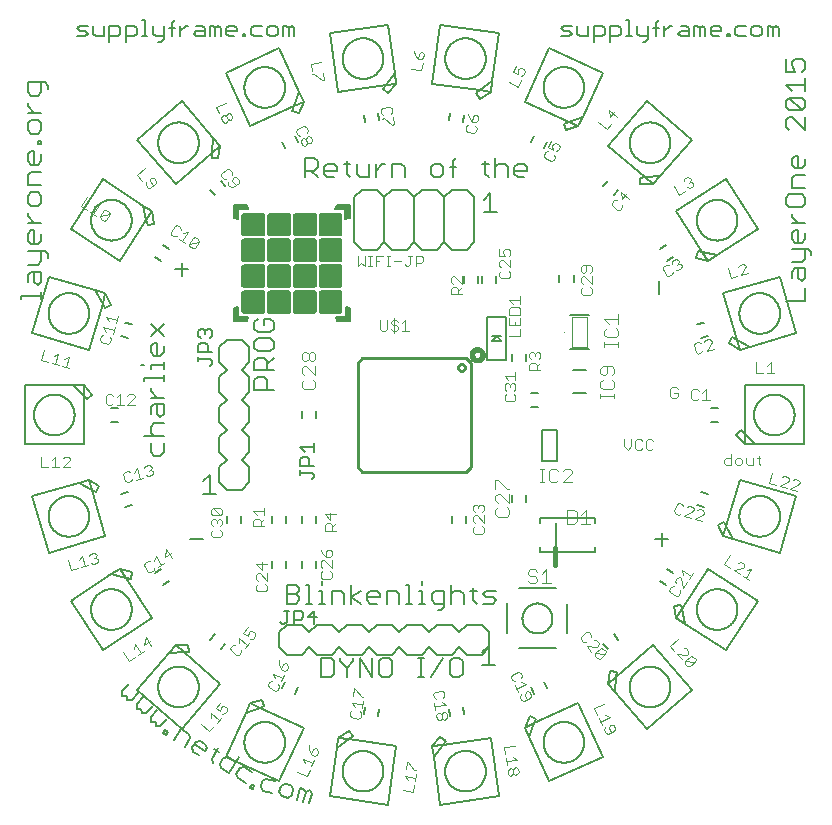
<source format=gto>
G75*
%MOIN*%
%OFA0B0*%
%FSLAX25Y25*%
%IPPOS*%
%LPD*%
%AMOC8*
5,1,8,0,0,1.08239X$1,22.5*
%
%ADD10C,0.00700*%
%ADD11C,0.00600*%
%ADD12C,0.00300*%
%ADD13C,0.00500*%
%ADD14C,0.01600*%
%ADD15C,0.00400*%
%ADD16C,0.00800*%
%ADD17C,0.01000*%
%ADD18C,0.00039*%
%ADD19C,0.00295*%
D10*
X0095121Y0073594D02*
X0098274Y0073594D01*
X0099325Y0074645D01*
X0099325Y0075696D01*
X0098274Y0076747D01*
X0095121Y0076747D01*
X0095121Y0079899D02*
X0095121Y0073594D01*
X0098274Y0076747D02*
X0099325Y0077798D01*
X0099325Y0078849D01*
X0098274Y0079899D01*
X0095121Y0079899D01*
X0101567Y0079899D02*
X0102617Y0079899D01*
X0102617Y0073594D01*
X0101567Y0073594D02*
X0103668Y0073594D01*
X0105864Y0073594D02*
X0107965Y0073594D01*
X0106914Y0073594D02*
X0106914Y0077798D01*
X0105864Y0077798D01*
X0106914Y0079899D02*
X0106914Y0080950D01*
X0110161Y0077798D02*
X0113313Y0077798D01*
X0114364Y0076747D01*
X0114364Y0073594D01*
X0116606Y0073594D02*
X0116606Y0079899D01*
X0119759Y0077798D02*
X0116606Y0075696D01*
X0119759Y0073594D01*
X0121977Y0074645D02*
X0121977Y0076747D01*
X0123028Y0077798D01*
X0125130Y0077798D01*
X0126181Y0076747D01*
X0126181Y0075696D01*
X0121977Y0075696D01*
X0121977Y0074645D02*
X0123028Y0073594D01*
X0125130Y0073594D01*
X0128423Y0073594D02*
X0128423Y0077798D01*
X0131576Y0077798D01*
X0132626Y0076747D01*
X0132626Y0073594D01*
X0134868Y0073594D02*
X0136970Y0073594D01*
X0135919Y0073594D02*
X0135919Y0079899D01*
X0134868Y0079899D01*
X0139165Y0077798D02*
X0140216Y0077798D01*
X0140216Y0073594D01*
X0139165Y0073594D02*
X0141267Y0073594D01*
X0143462Y0074645D02*
X0143462Y0076747D01*
X0144513Y0077798D01*
X0147666Y0077798D01*
X0147666Y0072543D01*
X0146615Y0071492D01*
X0145564Y0071492D01*
X0144513Y0073594D02*
X0147666Y0073594D01*
X0149908Y0073594D02*
X0149908Y0079899D01*
X0150959Y0077798D02*
X0149908Y0076747D01*
X0150959Y0077798D02*
X0153061Y0077798D01*
X0154111Y0076747D01*
X0154111Y0073594D01*
X0157404Y0074645D02*
X0158455Y0073594D01*
X0157404Y0074645D02*
X0157404Y0078849D01*
X0156353Y0077798D02*
X0158455Y0077798D01*
X0160650Y0076747D02*
X0161701Y0077798D01*
X0164854Y0077798D01*
X0163803Y0075696D02*
X0161701Y0075696D01*
X0160650Y0076747D01*
X0160650Y0073594D02*
X0163803Y0073594D01*
X0164854Y0074645D01*
X0163803Y0075696D01*
X0144513Y0073594D02*
X0143462Y0074645D01*
X0140216Y0079899D02*
X0140216Y0080950D01*
X0110161Y0077798D02*
X0110161Y0073594D01*
X0110826Y0215819D02*
X0108724Y0215819D01*
X0107673Y0216869D01*
X0107673Y0218971D01*
X0108724Y0220022D01*
X0110826Y0220022D01*
X0111876Y0218971D01*
X0111876Y0217920D01*
X0107673Y0217920D01*
X0105431Y0218971D02*
X0105431Y0221073D01*
X0104380Y0222124D01*
X0101227Y0222124D01*
X0101227Y0215819D01*
X0101227Y0217920D02*
X0104380Y0217920D01*
X0105431Y0218971D01*
X0103329Y0217920D02*
X0105431Y0215819D01*
X0114118Y0220022D02*
X0116220Y0220022D01*
X0115169Y0221073D02*
X0115169Y0216869D01*
X0116220Y0215819D01*
X0118415Y0216869D02*
X0119466Y0215819D01*
X0122619Y0215819D01*
X0122619Y0220022D01*
X0124861Y0220022D02*
X0124861Y0215819D01*
X0124861Y0217920D02*
X0126963Y0220022D01*
X0128014Y0220022D01*
X0130232Y0220022D02*
X0133385Y0220022D01*
X0134436Y0218971D01*
X0134436Y0215819D01*
X0130232Y0215819D02*
X0130232Y0220022D01*
X0118415Y0220022D02*
X0118415Y0216869D01*
X0143123Y0216869D02*
X0144174Y0215819D01*
X0146276Y0215819D01*
X0147327Y0216869D01*
X0147327Y0218971D01*
X0146276Y0220022D01*
X0144174Y0220022D01*
X0143123Y0218971D01*
X0143123Y0216869D01*
X0149569Y0218971D02*
X0151670Y0218971D01*
X0150620Y0221073D02*
X0150620Y0215819D01*
X0150620Y0221073D02*
X0151670Y0222124D01*
X0160311Y0220022D02*
X0162413Y0220022D01*
X0161362Y0221073D02*
X0161362Y0216869D01*
X0162413Y0215819D01*
X0164608Y0215819D02*
X0164608Y0222124D01*
X0165659Y0220022D02*
X0167761Y0220022D01*
X0168812Y0218971D01*
X0168812Y0215819D01*
X0171054Y0216869D02*
X0171054Y0218971D01*
X0172105Y0220022D01*
X0174206Y0220022D01*
X0175257Y0218971D01*
X0175257Y0217920D01*
X0171054Y0217920D01*
X0171054Y0216869D02*
X0172105Y0215819D01*
X0174206Y0215819D01*
X0165659Y0220022D02*
X0164608Y0218971D01*
D11*
X0041890Y0042887D02*
X0040382Y0042808D01*
X0040303Y0044316D01*
X0042446Y0046696D01*
X0041890Y0042887D02*
X0041969Y0041379D01*
X0043476Y0041458D01*
X0045619Y0043838D01*
X0047236Y0042383D02*
X0045093Y0040003D01*
X0045172Y0038495D01*
X0046679Y0038574D01*
X0046758Y0037066D01*
X0048266Y0037145D01*
X0050409Y0039525D01*
X0052026Y0038070D02*
X0049883Y0035690D01*
X0049962Y0034182D01*
X0051469Y0034261D01*
X0051548Y0032753D01*
X0053056Y0032832D01*
X0055199Y0035212D01*
X0054673Y0031377D02*
X0055466Y0030663D01*
X0054752Y0029869D01*
X0053958Y0030584D01*
X0054673Y0031377D01*
X0057576Y0028103D02*
X0059769Y0031768D01*
X0062517Y0030123D01*
X0062885Y0028659D01*
X0061240Y0025910D01*
X0063655Y0025709D02*
X0064023Y0024245D01*
X0065855Y0023149D01*
X0067868Y0024432D02*
X0064203Y0026625D01*
X0063655Y0025709D02*
X0064752Y0027541D01*
X0066216Y0027909D01*
X0068048Y0026813D01*
X0068416Y0025348D01*
X0067868Y0024432D01*
X0070831Y0025147D02*
X0072663Y0024051D01*
X0072295Y0025515D02*
X0070102Y0021851D01*
X0070470Y0020387D01*
X0072873Y0020193D02*
X0073241Y0018728D01*
X0075989Y0017084D01*
X0079278Y0022580D01*
X0078182Y0020748D02*
X0075434Y0022393D01*
X0073969Y0022025D01*
X0072873Y0020193D01*
X0078404Y0016883D02*
X0078771Y0015418D01*
X0081520Y0013774D01*
X0083306Y0013244D02*
X0084338Y0012970D01*
X0084064Y0011938D01*
X0083032Y0012213D01*
X0083306Y0013244D01*
X0086421Y0012416D02*
X0086970Y0014479D01*
X0088276Y0015236D01*
X0091371Y0014413D01*
X0093199Y0012822D02*
X0092649Y0010758D01*
X0093407Y0009452D01*
X0095470Y0008903D01*
X0096776Y0009660D01*
X0097325Y0011724D01*
X0096568Y0013030D01*
X0094505Y0013579D01*
X0093199Y0012822D01*
X0090273Y0010286D02*
X0087178Y0011110D01*
X0086421Y0012416D01*
X0083713Y0017438D02*
X0080964Y0019082D01*
X0079500Y0018715D01*
X0078404Y0016883D01*
X0099702Y0012196D02*
X0098604Y0008069D01*
X0100667Y0007520D02*
X0101491Y0010615D01*
X0102797Y0011373D01*
X0103554Y0010066D01*
X0102730Y0006971D01*
X0101491Y0010615D02*
X0100733Y0011922D01*
X0099702Y0012196D01*
X0120927Y0036686D02*
X0121264Y0039024D01*
X0125940Y0038350D02*
X0125603Y0036012D01*
X0126971Y0049040D02*
X0129106Y0049040D01*
X0130174Y0050108D01*
X0130174Y0054378D01*
X0129106Y0055446D01*
X0126971Y0055446D01*
X0125904Y0054378D01*
X0125904Y0050108D01*
X0126971Y0049040D01*
X0123728Y0049040D02*
X0123728Y0055446D01*
X0119458Y0055446D02*
X0119458Y0049040D01*
X0123728Y0049040D02*
X0119458Y0055446D01*
X0117283Y0055446D02*
X0117283Y0054378D01*
X0115148Y0052243D01*
X0115148Y0049040D01*
X0115148Y0052243D02*
X0113013Y0054378D01*
X0113013Y0055446D01*
X0110837Y0054378D02*
X0110837Y0050108D01*
X0109770Y0049040D01*
X0106567Y0049040D01*
X0106567Y0055446D01*
X0109770Y0055446D01*
X0110837Y0054378D01*
X0098763Y0045632D02*
X0097783Y0043482D01*
X0093484Y0045442D02*
X0094464Y0047591D01*
X0074738Y0060271D02*
X0073191Y0058486D01*
X0069620Y0061579D02*
X0071167Y0063364D01*
X0055810Y0081086D02*
X0053822Y0079810D01*
X0051269Y0083786D02*
X0053257Y0085062D01*
X0062965Y0095003D02*
X0067235Y0095003D01*
X0075303Y0100319D02*
X0075303Y0102681D01*
X0080027Y0102681D02*
X0080027Y0100319D01*
X0090303Y0100319D02*
X0090303Y0102681D01*
X0095027Y0102681D02*
X0095027Y0100319D01*
X0100303Y0100319D02*
X0100303Y0102681D01*
X0105027Y0102681D02*
X0105027Y0100319D01*
X0105027Y0087681D02*
X0105027Y0085319D01*
X0100303Y0085319D02*
X0100303Y0087681D01*
X0095027Y0087681D02*
X0095027Y0085319D01*
X0090303Y0085319D02*
X0090303Y0087681D01*
X0071660Y0110099D02*
X0067390Y0110099D01*
X0069525Y0110099D02*
X0069525Y0116505D01*
X0067390Y0114370D01*
X0054109Y0123974D02*
X0054109Y0127177D01*
X0054109Y0129352D02*
X0047703Y0129352D01*
X0049839Y0130419D02*
X0049839Y0132555D01*
X0050906Y0133622D01*
X0054109Y0133622D01*
X0053041Y0135797D02*
X0051974Y0136865D01*
X0051974Y0140068D01*
X0050906Y0140068D02*
X0054109Y0140068D01*
X0054109Y0136865D01*
X0053041Y0135797D01*
X0049839Y0136865D02*
X0049839Y0139000D01*
X0050906Y0140068D01*
X0049839Y0142243D02*
X0054109Y0142243D01*
X0051974Y0142243D02*
X0049839Y0144378D01*
X0049839Y0145446D01*
X0047703Y0147614D02*
X0047703Y0148682D01*
X0054109Y0148682D01*
X0054109Y0149749D02*
X0054109Y0147614D01*
X0054109Y0151911D02*
X0054109Y0154046D01*
X0054109Y0152979D02*
X0049839Y0152979D01*
X0049839Y0151911D01*
X0047703Y0152979D02*
X0046636Y0152979D01*
X0050906Y0156208D02*
X0049839Y0157276D01*
X0049839Y0159411D01*
X0050906Y0160478D01*
X0051974Y0160478D01*
X0051974Y0156208D01*
X0053041Y0156208D02*
X0050906Y0156208D01*
X0053041Y0156208D02*
X0054109Y0157276D01*
X0054109Y0159411D01*
X0054109Y0162654D02*
X0049839Y0166924D01*
X0049839Y0162654D02*
X0054109Y0166924D01*
X0043512Y0166609D02*
X0041245Y0167272D01*
X0039919Y0162737D02*
X0042186Y0162074D01*
X0060100Y0182868D02*
X0060100Y0187138D01*
X0057965Y0185003D02*
X0062235Y0185003D01*
X0055810Y0191914D02*
X0053822Y0193190D01*
X0051269Y0189214D02*
X0053257Y0187938D01*
X0071167Y0209636D02*
X0069620Y0211421D01*
X0073191Y0214514D02*
X0074738Y0212729D01*
X0094464Y0225409D02*
X0093484Y0227558D01*
X0097783Y0229518D02*
X0098763Y0227368D01*
X0117665Y0209000D02*
X0117665Y0194000D01*
X0120165Y0191500D01*
X0125165Y0191500D01*
X0127665Y0194000D01*
X0127665Y0209000D01*
X0125165Y0211500D01*
X0120165Y0211500D01*
X0117665Y0209000D01*
X0127665Y0209000D02*
X0130165Y0211500D01*
X0135165Y0211500D01*
X0137665Y0209000D01*
X0137665Y0194000D01*
X0135165Y0191500D01*
X0130165Y0191500D01*
X0127665Y0194000D01*
X0137665Y0194000D02*
X0140165Y0191500D01*
X0145165Y0191500D01*
X0147665Y0194000D01*
X0147665Y0209000D01*
X0145165Y0211500D01*
X0140165Y0211500D01*
X0137665Y0209000D01*
X0147665Y0209000D02*
X0150165Y0211500D01*
X0155165Y0211500D01*
X0157665Y0209000D01*
X0157665Y0194000D01*
X0155165Y0191500D01*
X0150165Y0191500D01*
X0147665Y0194000D01*
X0154303Y0182681D02*
X0154303Y0180319D01*
X0159027Y0180319D02*
X0159027Y0182681D01*
X0160303Y0182681D02*
X0160303Y0180319D01*
X0165027Y0180319D02*
X0165027Y0182681D01*
X0186051Y0182996D02*
X0186051Y0180634D01*
X0190775Y0180634D02*
X0190775Y0182996D01*
X0175027Y0156681D02*
X0175027Y0154319D01*
X0170303Y0154319D02*
X0170303Y0156681D01*
X0176484Y0143862D02*
X0178846Y0143862D01*
X0178846Y0139138D02*
X0176484Y0139138D01*
X0175027Y0109650D02*
X0175027Y0107287D01*
X0170303Y0107287D02*
X0170303Y0109650D01*
X0155027Y0102681D02*
X0155027Y0100319D01*
X0150303Y0100319D02*
X0150303Y0102681D01*
X0162431Y0059430D02*
X0162431Y0053024D01*
X0160296Y0053024D02*
X0164566Y0053024D01*
X0160296Y0057295D02*
X0162431Y0059430D01*
X0153807Y0054378D02*
X0153807Y0050108D01*
X0152740Y0049040D01*
X0150605Y0049040D01*
X0149537Y0050108D01*
X0149537Y0054378D01*
X0150605Y0055446D01*
X0152740Y0055446D01*
X0153807Y0054378D01*
X0147362Y0055446D02*
X0143092Y0049040D01*
X0140930Y0049040D02*
X0138795Y0049040D01*
X0139862Y0049040D02*
X0139862Y0055446D01*
X0138795Y0055446D02*
X0140930Y0055446D01*
X0154066Y0039024D02*
X0154403Y0036686D01*
X0149727Y0036012D02*
X0149390Y0038350D01*
X0176567Y0045632D02*
X0177547Y0043482D01*
X0181846Y0045442D02*
X0180866Y0047591D01*
X0200592Y0060271D02*
X0202139Y0058486D01*
X0205710Y0061579D02*
X0204163Y0063364D01*
X0219520Y0081086D02*
X0221508Y0079810D01*
X0224060Y0083786D02*
X0222072Y0085062D01*
X0220100Y0092868D02*
X0220100Y0097138D01*
X0217965Y0095003D02*
X0222235Y0095003D01*
X0231817Y0106391D02*
X0234085Y0105728D01*
X0235411Y0110262D02*
X0233143Y0110925D01*
X0236484Y0134138D02*
X0238846Y0134138D01*
X0238846Y0138862D02*
X0236484Y0138862D01*
X0233143Y0162074D02*
X0235411Y0162737D01*
X0234085Y0167272D02*
X0231817Y0166609D01*
X0219162Y0176800D02*
X0219162Y0181070D01*
X0222072Y0187938D02*
X0224060Y0189214D01*
X0221508Y0193190D02*
X0219520Y0191914D01*
X0204163Y0209636D02*
X0205710Y0211421D01*
X0202139Y0214514D02*
X0200592Y0212729D01*
X0180866Y0225409D02*
X0181846Y0227558D01*
X0177547Y0229518D02*
X0176567Y0227368D01*
X0162970Y0210391D02*
X0160835Y0208255D01*
X0162970Y0210391D02*
X0162970Y0203985D01*
X0160835Y0203985D02*
X0165105Y0203985D01*
X0154066Y0233976D02*
X0154403Y0236314D01*
X0149727Y0236988D02*
X0149390Y0234650D01*
X0125940Y0234650D02*
X0125603Y0236988D01*
X0120927Y0236314D02*
X0121264Y0233976D01*
X0089695Y0168442D02*
X0087560Y0168442D01*
X0087560Y0166307D01*
X0085425Y0164172D02*
X0089695Y0164172D01*
X0090762Y0165239D01*
X0090762Y0167375D01*
X0089695Y0168442D01*
X0085425Y0168442D02*
X0084357Y0167375D01*
X0084357Y0165239D01*
X0085425Y0164172D01*
X0085425Y0161997D02*
X0084357Y0160929D01*
X0084357Y0158794D01*
X0085425Y0157726D01*
X0089695Y0157726D01*
X0090762Y0158794D01*
X0090762Y0160929D01*
X0089695Y0161997D01*
X0085425Y0161997D01*
X0085425Y0155551D02*
X0087560Y0155551D01*
X0088627Y0154484D01*
X0088627Y0151281D01*
X0088627Y0153416D02*
X0090762Y0155551D01*
X0090762Y0151281D02*
X0084357Y0151281D01*
X0084357Y0154484D01*
X0085425Y0155551D01*
X0085425Y0149106D02*
X0084357Y0148038D01*
X0084357Y0144835D01*
X0090762Y0144835D01*
X0088627Y0144835D02*
X0088627Y0148038D01*
X0087560Y0149106D01*
X0085425Y0149106D01*
X0100303Y0137681D02*
X0100303Y0135319D01*
X0105027Y0135319D02*
X0105027Y0137681D01*
X0054109Y0123974D02*
X0053041Y0122906D01*
X0050906Y0122906D01*
X0049839Y0123974D01*
X0049839Y0127177D01*
X0050906Y0129352D02*
X0049839Y0130419D01*
X0038846Y0134138D02*
X0036484Y0134138D01*
X0036484Y0138862D02*
X0038846Y0138862D01*
X0042186Y0110925D02*
X0039919Y0110262D01*
X0041245Y0105728D02*
X0043512Y0106391D01*
X0013365Y0175068D02*
X0013365Y0177363D01*
X0013365Y0176215D02*
X0006479Y0176215D01*
X0006479Y0175068D01*
X0008774Y0180807D02*
X0008774Y0183103D01*
X0009922Y0184250D01*
X0013365Y0184250D01*
X0013365Y0180807D01*
X0012217Y0179660D01*
X0011069Y0180807D01*
X0011069Y0184250D01*
X0012217Y0186547D02*
X0008774Y0186547D01*
X0012217Y0186547D02*
X0013365Y0187695D01*
X0013365Y0191138D01*
X0014512Y0191138D02*
X0008774Y0191138D01*
X0009922Y0193435D02*
X0008774Y0194583D01*
X0008774Y0196878D01*
X0009922Y0198026D01*
X0011069Y0198026D01*
X0011069Y0193435D01*
X0009922Y0193435D02*
X0012217Y0193435D01*
X0013365Y0194583D01*
X0013365Y0196878D01*
X0013365Y0200323D02*
X0008774Y0200323D01*
X0008774Y0202618D02*
X0008774Y0203766D01*
X0008774Y0202618D02*
X0011069Y0200323D01*
X0009922Y0206063D02*
X0012217Y0206063D01*
X0013365Y0207210D01*
X0013365Y0209506D01*
X0012217Y0210653D01*
X0009922Y0210653D01*
X0008774Y0209506D01*
X0008774Y0207210D01*
X0009922Y0206063D01*
X0008774Y0212950D02*
X0008774Y0216394D01*
X0009922Y0217541D01*
X0013365Y0217541D01*
X0012217Y0219838D02*
X0009922Y0219838D01*
X0008774Y0220986D01*
X0008774Y0223281D01*
X0009922Y0224429D01*
X0011069Y0224429D01*
X0011069Y0219838D01*
X0012217Y0219838D02*
X0013365Y0220986D01*
X0013365Y0223281D01*
X0013365Y0226726D02*
X0013365Y0227874D01*
X0012217Y0227874D01*
X0012217Y0226726D01*
X0013365Y0226726D01*
X0012217Y0230170D02*
X0009922Y0230170D01*
X0008774Y0231318D01*
X0008774Y0233613D01*
X0009922Y0234761D01*
X0012217Y0234761D01*
X0013365Y0233613D01*
X0013365Y0231318D01*
X0012217Y0230170D01*
X0011069Y0237058D02*
X0008774Y0239353D01*
X0008774Y0240501D01*
X0009922Y0242797D02*
X0012217Y0242797D01*
X0013365Y0243945D01*
X0013365Y0247388D01*
X0014512Y0247388D02*
X0015660Y0246241D01*
X0015660Y0245093D01*
X0014512Y0247388D02*
X0008774Y0247388D01*
X0008774Y0243945D01*
X0009922Y0242797D01*
X0008774Y0237058D02*
X0013365Y0237058D01*
X0013365Y0212950D02*
X0008774Y0212950D01*
X0014512Y0191138D02*
X0015660Y0189990D01*
X0015660Y0188843D01*
X0261459Y0174583D02*
X0267865Y0174583D01*
X0267865Y0178853D01*
X0266797Y0181028D02*
X0265730Y0182096D01*
X0265730Y0185298D01*
X0264662Y0185298D02*
X0267865Y0185298D01*
X0267865Y0182096D01*
X0266797Y0181028D01*
X0263594Y0182096D02*
X0263594Y0184231D01*
X0264662Y0185298D01*
X0263594Y0187474D02*
X0266797Y0187474D01*
X0267865Y0188541D01*
X0267865Y0191744D01*
X0268932Y0191744D02*
X0270000Y0190676D01*
X0270000Y0189609D01*
X0268932Y0191744D02*
X0263594Y0191744D01*
X0264662Y0193919D02*
X0263594Y0194987D01*
X0263594Y0197122D01*
X0264662Y0198189D01*
X0265730Y0198189D01*
X0265730Y0193919D01*
X0266797Y0193919D02*
X0264662Y0193919D01*
X0266797Y0193919D02*
X0267865Y0194987D01*
X0267865Y0197122D01*
X0267865Y0200365D02*
X0263594Y0200365D01*
X0263594Y0202500D02*
X0263594Y0203567D01*
X0263594Y0202500D02*
X0265730Y0200365D01*
X0266797Y0205736D02*
X0262527Y0205736D01*
X0261459Y0206803D01*
X0261459Y0208939D01*
X0262527Y0210006D01*
X0266797Y0210006D01*
X0267865Y0208939D01*
X0267865Y0206803D01*
X0266797Y0205736D01*
X0267865Y0212181D02*
X0263594Y0212181D01*
X0263594Y0215384D01*
X0264662Y0216452D01*
X0267865Y0216452D01*
X0266797Y0218627D02*
X0264662Y0218627D01*
X0263594Y0219694D01*
X0263594Y0221830D01*
X0264662Y0222897D01*
X0265730Y0222897D01*
X0265730Y0218627D01*
X0266797Y0218627D02*
X0267865Y0219694D01*
X0267865Y0221830D01*
X0267865Y0231518D02*
X0263594Y0235788D01*
X0262527Y0235788D01*
X0261459Y0234721D01*
X0261459Y0232585D01*
X0262527Y0231518D01*
X0267865Y0231518D02*
X0267865Y0235788D01*
X0266797Y0237963D02*
X0262527Y0242234D01*
X0266797Y0242234D01*
X0267865Y0241166D01*
X0267865Y0239031D01*
X0266797Y0237963D01*
X0262527Y0237963D01*
X0261459Y0239031D01*
X0261459Y0241166D01*
X0262527Y0242234D01*
X0263594Y0244409D02*
X0261459Y0246544D01*
X0267865Y0246544D01*
X0267865Y0244409D02*
X0267865Y0248679D01*
X0266797Y0250854D02*
X0267865Y0251922D01*
X0267865Y0254057D01*
X0266797Y0255125D01*
X0264662Y0255125D01*
X0263594Y0254057D01*
X0263594Y0252990D01*
X0264662Y0250854D01*
X0261459Y0250854D01*
X0261459Y0255125D01*
D12*
X0208372Y0210134D02*
X0206783Y0208300D01*
X0206599Y0210867D01*
X0209350Y0208484D01*
X0206916Y0206600D02*
X0206977Y0205744D01*
X0206182Y0204827D01*
X0205327Y0204766D01*
X0203492Y0206354D01*
X0203431Y0207210D01*
X0204225Y0208127D01*
X0205081Y0208189D01*
X0184161Y0221366D02*
X0184664Y0222470D01*
X0184364Y0223274D01*
X0184861Y0224364D02*
X0185664Y0224665D01*
X0186167Y0225769D01*
X0185867Y0226572D01*
X0184763Y0227076D01*
X0183959Y0226775D01*
X0183708Y0226223D01*
X0183756Y0224867D01*
X0182100Y0225622D01*
X0183107Y0227830D01*
X0182155Y0224280D02*
X0181352Y0223980D01*
X0180849Y0222875D01*
X0181149Y0222072D01*
X0183357Y0221065D01*
X0184161Y0221366D01*
X0158880Y0234609D02*
X0159053Y0235810D01*
X0158539Y0236497D01*
X0157939Y0236583D01*
X0157252Y0236069D01*
X0156992Y0234268D01*
X0158193Y0234095D01*
X0158880Y0234609D01*
X0158022Y0232909D02*
X0158536Y0232222D01*
X0158363Y0231021D01*
X0157676Y0230507D01*
X0155274Y0230853D01*
X0154760Y0231540D01*
X0154933Y0232741D01*
X0155620Y0233255D01*
X0156992Y0234268D02*
X0155964Y0235642D01*
X0155537Y0236929D01*
X0130858Y0233317D02*
X0130258Y0233231D01*
X0127510Y0235286D01*
X0126909Y0235200D01*
X0127339Y0236473D02*
X0126652Y0236986D01*
X0126479Y0238187D01*
X0126993Y0238874D01*
X0129394Y0239221D01*
X0130081Y0238707D01*
X0130255Y0237506D01*
X0129741Y0236819D01*
X0130512Y0235719D02*
X0130858Y0233317D01*
X0103606Y0228021D02*
X0103305Y0227218D01*
X0102753Y0226966D01*
X0101950Y0227266D01*
X0101446Y0228371D01*
X0101747Y0229174D01*
X0102299Y0229426D01*
X0103103Y0229125D01*
X0103606Y0228021D01*
X0101950Y0227266D02*
X0101649Y0226463D01*
X0101097Y0226211D01*
X0100293Y0226512D01*
X0099790Y0227616D01*
X0100091Y0228419D01*
X0100643Y0228671D01*
X0101446Y0228371D01*
X0099594Y0229510D02*
X0098790Y0229810D01*
X0098287Y0230914D01*
X0098587Y0231718D01*
X0100796Y0232724D01*
X0101599Y0232424D01*
X0102102Y0231320D01*
X0101802Y0230516D01*
X0079199Y0214723D02*
X0078405Y0215640D01*
X0077549Y0215701D01*
X0077090Y0215304D01*
X0077029Y0214448D01*
X0078221Y0213073D01*
X0079138Y0213867D02*
X0077304Y0212278D01*
X0076448Y0212339D01*
X0075653Y0213257D01*
X0075715Y0214112D01*
X0074930Y0215018D02*
X0074074Y0215080D01*
X0073280Y0215997D01*
X0073341Y0216852D01*
X0075175Y0218441D01*
X0076031Y0218380D01*
X0076826Y0217463D01*
X0076764Y0216607D01*
X0079199Y0214723D02*
X0079138Y0213867D01*
X0062166Y0197383D02*
X0060199Y0194319D01*
X0059178Y0194975D02*
X0061220Y0193664D01*
X0062556Y0193527D02*
X0065910Y0194258D01*
X0064599Y0192216D01*
X0063760Y0192033D01*
X0062739Y0192689D01*
X0062556Y0193527D01*
X0063867Y0195569D01*
X0064706Y0195752D01*
X0065727Y0195096D01*
X0065910Y0194258D01*
X0062166Y0197383D02*
X0060489Y0197017D01*
X0059808Y0198175D02*
X0059626Y0199013D01*
X0058605Y0199669D01*
X0057766Y0199486D01*
X0056455Y0197444D01*
X0056638Y0196606D01*
X0057659Y0195950D01*
X0058497Y0196133D01*
X0038853Y0169317D02*
X0038172Y0166988D01*
X0037836Y0165838D02*
X0037154Y0163509D01*
X0037495Y0164673D02*
X0034001Y0165695D01*
X0034825Y0164190D01*
X0033907Y0163210D02*
X0033154Y0162798D01*
X0032813Y0161633D01*
X0033225Y0160881D01*
X0035555Y0160200D01*
X0036307Y0160612D01*
X0036648Y0161776D01*
X0036236Y0162529D01*
X0035843Y0167669D02*
X0035019Y0169174D01*
X0038512Y0168153D01*
X0039653Y0143540D02*
X0039653Y0139900D01*
X0038440Y0139900D02*
X0040867Y0139900D01*
X0042065Y0139900D02*
X0044492Y0142327D01*
X0044492Y0142933D01*
X0043885Y0143540D01*
X0042672Y0143540D01*
X0042065Y0142933D01*
X0039653Y0143540D02*
X0038440Y0142327D01*
X0037242Y0142933D02*
X0036635Y0143540D01*
X0035421Y0143540D01*
X0034815Y0142933D01*
X0034815Y0140507D01*
X0035421Y0139900D01*
X0036635Y0139900D01*
X0037242Y0140507D01*
X0042065Y0139900D02*
X0044492Y0139900D01*
X0049210Y0119830D02*
X0049962Y0119418D01*
X0050133Y0118835D01*
X0049721Y0118083D01*
X0050473Y0117671D01*
X0050644Y0117088D01*
X0050232Y0116336D01*
X0049067Y0115995D01*
X0048314Y0116407D01*
X0047334Y0115489D02*
X0045005Y0114808D01*
X0046170Y0115148D02*
X0045148Y0118642D01*
X0044324Y0117137D01*
X0043004Y0117383D02*
X0042251Y0117795D01*
X0041086Y0117454D01*
X0040674Y0116702D01*
X0041356Y0114372D01*
X0042108Y0113960D01*
X0043273Y0114301D01*
X0043685Y0115054D01*
X0047633Y0118737D02*
X0048045Y0119489D01*
X0049210Y0119830D01*
X0049721Y0118083D02*
X0049138Y0117913D01*
X0070038Y0104813D02*
X0070645Y0105420D01*
X0073072Y0102993D01*
X0073678Y0103600D01*
X0073678Y0104813D01*
X0073072Y0105420D01*
X0070645Y0105420D01*
X0070038Y0104813D02*
X0070038Y0103600D01*
X0070645Y0102993D01*
X0073072Y0102993D01*
X0073072Y0101795D02*
X0073678Y0101188D01*
X0073678Y0099975D01*
X0073072Y0099368D01*
X0073072Y0098170D02*
X0073678Y0097563D01*
X0073678Y0096350D01*
X0073072Y0095743D01*
X0070645Y0095743D01*
X0070038Y0096350D01*
X0070038Y0097563D01*
X0070645Y0098170D01*
X0070645Y0099368D02*
X0070038Y0099975D01*
X0070038Y0101188D01*
X0070645Y0101795D01*
X0071251Y0101795D01*
X0071858Y0101188D01*
X0072465Y0101795D01*
X0073072Y0101795D01*
X0071858Y0101188D02*
X0071858Y0100582D01*
X0084050Y0101257D02*
X0084050Y0099437D01*
X0087690Y0099437D01*
X0086477Y0099437D02*
X0086477Y0101257D01*
X0085870Y0101864D01*
X0084657Y0101864D01*
X0084050Y0101257D01*
X0085263Y0103063D02*
X0084050Y0104276D01*
X0087690Y0104276D01*
X0087690Y0103063D02*
X0087690Y0105489D01*
X0087690Y0101864D02*
X0086477Y0100651D01*
X0086752Y0087314D02*
X0086752Y0084887D01*
X0084932Y0086707D01*
X0088572Y0086707D01*
X0088572Y0083689D02*
X0088572Y0081262D01*
X0086145Y0083689D01*
X0085538Y0083689D01*
X0084932Y0083082D01*
X0084932Y0081869D01*
X0085538Y0081262D01*
X0085538Y0080064D02*
X0084932Y0079457D01*
X0084932Y0078243D01*
X0085538Y0077637D01*
X0087965Y0077637D01*
X0088572Y0078243D01*
X0088572Y0079457D01*
X0087965Y0080064D01*
X0082327Y0065695D02*
X0080738Y0063860D01*
X0082114Y0062669D01*
X0082450Y0063983D01*
X0082847Y0064442D01*
X0083703Y0064503D01*
X0084620Y0063709D01*
X0084682Y0062853D01*
X0083887Y0061936D01*
X0083031Y0061874D01*
X0082705Y0060571D02*
X0081116Y0058737D01*
X0081911Y0059654D02*
X0079159Y0062037D01*
X0079282Y0060326D01*
X0078039Y0059817D02*
X0077183Y0059756D01*
X0076389Y0058839D01*
X0076450Y0057983D01*
X0078284Y0056394D01*
X0079140Y0056456D01*
X0079934Y0057373D01*
X0079873Y0058228D01*
X0089290Y0047519D02*
X0088787Y0046415D01*
X0089087Y0045611D01*
X0091295Y0044605D01*
X0092099Y0044905D01*
X0092602Y0046010D01*
X0092302Y0046813D01*
X0093351Y0047652D02*
X0094357Y0049860D01*
X0093854Y0048756D02*
X0090542Y0050266D01*
X0091143Y0048658D01*
X0090094Y0047820D02*
X0089290Y0047519D01*
X0093198Y0051706D02*
X0093953Y0053362D01*
X0094756Y0053662D01*
X0095308Y0053411D01*
X0095609Y0052607D01*
X0095106Y0051503D01*
X0094302Y0051202D01*
X0093198Y0051706D01*
X0092597Y0053313D01*
X0092548Y0054669D01*
X0117439Y0045279D02*
X0117093Y0042877D01*
X0116749Y0040490D02*
X0120352Y0039971D01*
X0120179Y0038770D02*
X0120525Y0041172D01*
X0120696Y0042358D02*
X0120095Y0042445D01*
X0118039Y0045193D01*
X0117439Y0045279D01*
X0116749Y0040490D02*
X0117777Y0039116D01*
X0117005Y0038016D02*
X0116318Y0037503D01*
X0116145Y0036302D01*
X0116659Y0035615D01*
X0119061Y0035268D01*
X0119748Y0035782D01*
X0119921Y0036983D01*
X0119407Y0037670D01*
X0144346Y0040573D02*
X0144692Y0038171D01*
X0144519Y0039372D02*
X0148122Y0039891D01*
X0146748Y0040919D01*
X0147178Y0042191D02*
X0147692Y0042878D01*
X0147519Y0044079D01*
X0146832Y0044593D01*
X0144430Y0044247D01*
X0143916Y0043560D01*
X0144089Y0042359D01*
X0144776Y0041845D01*
X0145464Y0037071D02*
X0144950Y0036384D01*
X0145123Y0035183D01*
X0145810Y0034669D01*
X0146410Y0034756D01*
X0146924Y0035443D01*
X0146751Y0036644D01*
X0147265Y0037331D01*
X0147866Y0037417D01*
X0148553Y0036903D01*
X0148726Y0035702D01*
X0148212Y0035015D01*
X0147611Y0034929D01*
X0146924Y0035443D01*
X0146751Y0036644D02*
X0146064Y0037158D01*
X0145464Y0037071D01*
X0170354Y0047992D02*
X0169851Y0049096D01*
X0170151Y0049900D01*
X0172359Y0050906D01*
X0173163Y0050606D01*
X0173666Y0049502D01*
X0173366Y0048698D01*
X0173311Y0047356D02*
X0174918Y0046755D01*
X0171606Y0045246D01*
X0171103Y0046350D02*
X0172109Y0044141D01*
X0173158Y0043303D02*
X0172857Y0042499D01*
X0173361Y0041395D01*
X0174164Y0041094D01*
X0176372Y0042101D01*
X0176673Y0042904D01*
X0176170Y0044008D01*
X0175366Y0044309D01*
X0174814Y0044057D01*
X0174514Y0043254D01*
X0175268Y0041597D01*
X0171158Y0047692D02*
X0170354Y0047992D01*
X0193171Y0061698D02*
X0193965Y0060781D01*
X0194821Y0060720D01*
X0195147Y0059417D02*
X0198570Y0059171D01*
X0199029Y0059569D01*
X0199090Y0060424D01*
X0198296Y0061342D01*
X0197440Y0061403D01*
X0196655Y0062309D02*
X0196717Y0063165D01*
X0195922Y0064082D01*
X0195067Y0064143D01*
X0193232Y0062554D01*
X0193171Y0061698D01*
X0195147Y0059417D02*
X0196736Y0057583D01*
X0197979Y0057074D02*
X0199814Y0058663D01*
X0200669Y0058602D01*
X0201464Y0057684D01*
X0201402Y0056829D01*
X0197979Y0057074D01*
X0197918Y0056218D01*
X0198712Y0055301D01*
X0199568Y0055240D01*
X0201402Y0056829D01*
X0222814Y0077316D02*
X0222631Y0078154D01*
X0223287Y0079175D01*
X0224125Y0079358D01*
X0224773Y0080366D02*
X0224590Y0081205D01*
X0225245Y0082226D01*
X0226084Y0082408D01*
X0226594Y0082081D01*
X0227325Y0078728D01*
X0228636Y0080770D01*
X0229284Y0081778D02*
X0230595Y0083820D01*
X0229939Y0082799D02*
X0226876Y0084766D01*
X0227242Y0083089D01*
X0226167Y0078047D02*
X0226350Y0077209D01*
X0225695Y0076187D01*
X0224856Y0076005D01*
X0222814Y0077316D01*
X0230033Y0102042D02*
X0227704Y0102723D01*
X0230714Y0104371D01*
X0230884Y0104954D01*
X0230472Y0105706D01*
X0229307Y0106047D01*
X0228555Y0105635D01*
X0227405Y0105971D02*
X0226993Y0106724D01*
X0225828Y0107064D01*
X0225075Y0106652D01*
X0224394Y0104323D01*
X0224806Y0103571D01*
X0225971Y0103230D01*
X0226724Y0103642D01*
X0231183Y0101706D02*
X0234193Y0103354D01*
X0234364Y0103936D01*
X0233952Y0104689D01*
X0232787Y0105029D01*
X0232034Y0104617D01*
X0231183Y0101706D02*
X0233512Y0101025D01*
X0241551Y0119725D02*
X0240945Y0120331D01*
X0240945Y0121545D01*
X0241551Y0122152D01*
X0243371Y0122152D01*
X0243371Y0123365D02*
X0243371Y0119725D01*
X0241551Y0119725D01*
X0244570Y0120331D02*
X0245177Y0119725D01*
X0246390Y0119725D01*
X0246997Y0120331D01*
X0246997Y0121545D01*
X0246390Y0122152D01*
X0245177Y0122152D01*
X0244570Y0121545D01*
X0244570Y0120331D01*
X0248195Y0120331D02*
X0248195Y0122152D01*
X0248195Y0120331D02*
X0248802Y0119725D01*
X0250622Y0119725D01*
X0250622Y0122152D01*
X0251820Y0122152D02*
X0253033Y0122152D01*
X0252427Y0122758D02*
X0252427Y0120331D01*
X0253033Y0119725D01*
X0236116Y0141463D02*
X0233690Y0141463D01*
X0234903Y0141463D02*
X0234903Y0145103D01*
X0233690Y0143890D01*
X0232491Y0144496D02*
X0231885Y0145103D01*
X0230671Y0145103D01*
X0230065Y0144496D01*
X0230065Y0142070D01*
X0230671Y0141463D01*
X0231885Y0141463D01*
X0232491Y0142070D01*
X0225419Y0142631D02*
X0225419Y0143844D01*
X0224205Y0143844D01*
X0222992Y0142631D02*
X0223599Y0142024D01*
X0224812Y0142024D01*
X0225419Y0142631D01*
X0225419Y0145057D02*
X0224812Y0145664D01*
X0223599Y0145664D01*
X0222992Y0145057D01*
X0222992Y0142631D01*
X0216707Y0128381D02*
X0215493Y0128381D01*
X0214886Y0127774D01*
X0214886Y0125347D01*
X0215493Y0124741D01*
X0216707Y0124741D01*
X0217313Y0125347D01*
X0217313Y0127774D02*
X0216707Y0128381D01*
X0213688Y0127774D02*
X0213081Y0128381D01*
X0211868Y0128381D01*
X0211261Y0127774D01*
X0211261Y0125347D01*
X0211868Y0124741D01*
X0213081Y0124741D01*
X0213688Y0125347D01*
X0210063Y0125954D02*
X0208850Y0124741D01*
X0207636Y0125954D01*
X0207636Y0128381D01*
X0210063Y0128381D02*
X0210063Y0125954D01*
X0231483Y0157351D02*
X0232236Y0156939D01*
X0233401Y0157279D01*
X0233813Y0158032D01*
X0235133Y0157786D02*
X0236781Y0160796D01*
X0236611Y0161378D01*
X0235858Y0161790D01*
X0234694Y0161450D01*
X0234282Y0160697D01*
X0233131Y0160361D02*
X0232379Y0160773D01*
X0231214Y0160432D01*
X0230802Y0159680D01*
X0231483Y0157351D01*
X0235133Y0157786D02*
X0237462Y0158467D01*
X0222652Y0182755D02*
X0221814Y0182938D01*
X0220503Y0184980D01*
X0220685Y0185818D01*
X0221706Y0186474D01*
X0222545Y0186291D01*
X0223553Y0186938D02*
X0223736Y0187777D01*
X0224757Y0188432D01*
X0225595Y0188249D01*
X0225923Y0187739D01*
X0225740Y0186901D01*
X0226579Y0186718D01*
X0226906Y0186207D01*
X0226724Y0185369D01*
X0225702Y0184713D01*
X0224864Y0184896D01*
X0223856Y0184249D02*
X0223673Y0183410D01*
X0222652Y0182755D01*
X0225230Y0186573D02*
X0225740Y0186901D01*
X0196824Y0185673D02*
X0196217Y0186280D01*
X0193790Y0186280D01*
X0193184Y0185673D01*
X0193184Y0184460D01*
X0193790Y0183853D01*
X0194397Y0183853D01*
X0195004Y0184460D01*
X0195004Y0186280D01*
X0196824Y0185673D02*
X0196824Y0184460D01*
X0196217Y0183853D01*
X0196824Y0182655D02*
X0196824Y0180228D01*
X0194397Y0182655D01*
X0193790Y0182655D01*
X0193184Y0182048D01*
X0193184Y0180835D01*
X0193790Y0180228D01*
X0193790Y0179029D02*
X0193184Y0178423D01*
X0193184Y0177209D01*
X0193790Y0176603D01*
X0196217Y0176603D01*
X0196824Y0177209D01*
X0196824Y0178423D01*
X0196217Y0179029D01*
X0173038Y0175964D02*
X0173038Y0173537D01*
X0173038Y0174751D02*
X0169398Y0174751D01*
X0170612Y0173537D01*
X0170005Y0172339D02*
X0169398Y0171732D01*
X0169398Y0169912D01*
X0173038Y0169912D01*
X0173038Y0171732D01*
X0172432Y0172339D01*
X0170005Y0172339D01*
X0169398Y0168714D02*
X0169398Y0166287D01*
X0173038Y0166287D01*
X0173038Y0168714D01*
X0171218Y0167500D02*
X0171218Y0166287D01*
X0173038Y0165089D02*
X0173038Y0162662D01*
X0169398Y0162662D01*
X0176062Y0156845D02*
X0176668Y0157452D01*
X0177275Y0157452D01*
X0177882Y0156845D01*
X0178488Y0157452D01*
X0179095Y0157452D01*
X0179702Y0156845D01*
X0179702Y0155632D01*
X0179095Y0155025D01*
X0179702Y0153826D02*
X0178488Y0152613D01*
X0178488Y0153220D02*
X0178488Y0151400D01*
X0179702Y0151400D02*
X0176062Y0151400D01*
X0176062Y0153220D01*
X0176668Y0153826D01*
X0177882Y0153826D01*
X0178488Y0153220D01*
X0176668Y0155025D02*
X0176062Y0155632D01*
X0176062Y0156845D01*
X0177882Y0156845D02*
X0177882Y0156238D01*
X0171383Y0150633D02*
X0171383Y0148206D01*
X0171383Y0149419D02*
X0167743Y0149419D01*
X0168956Y0148206D01*
X0168956Y0147008D02*
X0169563Y0146401D01*
X0170170Y0147008D01*
X0170776Y0147008D01*
X0171383Y0146401D01*
X0171383Y0145187D01*
X0170776Y0144581D01*
X0170776Y0143382D02*
X0171383Y0142776D01*
X0171383Y0141562D01*
X0170776Y0140956D01*
X0168349Y0140956D01*
X0167743Y0141562D01*
X0167743Y0142776D01*
X0168349Y0143382D01*
X0168349Y0144581D02*
X0167743Y0145187D01*
X0167743Y0146401D01*
X0168349Y0147008D01*
X0168956Y0147008D01*
X0169563Y0146401D02*
X0169563Y0145794D01*
X0153466Y0176612D02*
X0149825Y0176612D01*
X0149825Y0178432D01*
X0150432Y0179039D01*
X0151646Y0179039D01*
X0152252Y0178432D01*
X0152252Y0176612D01*
X0152252Y0177826D02*
X0153466Y0179039D01*
X0153466Y0180237D02*
X0151039Y0182664D01*
X0150432Y0182664D01*
X0149825Y0182058D01*
X0149825Y0180844D01*
X0150432Y0180237D01*
X0153466Y0180237D02*
X0153466Y0182664D01*
X0166062Y0182649D02*
X0166668Y0182042D01*
X0169095Y0182042D01*
X0169702Y0182649D01*
X0169702Y0183862D01*
X0169095Y0184469D01*
X0169702Y0185667D02*
X0167275Y0188094D01*
X0166668Y0188094D01*
X0166062Y0187487D01*
X0166062Y0186274D01*
X0166668Y0185667D01*
X0166668Y0184469D02*
X0166062Y0183862D01*
X0166062Y0182649D01*
X0169702Y0185667D02*
X0169702Y0188094D01*
X0169095Y0189293D02*
X0169702Y0189899D01*
X0169702Y0191113D01*
X0169095Y0191719D01*
X0167882Y0191719D01*
X0167275Y0191113D01*
X0167275Y0190506D01*
X0167882Y0189293D01*
X0166062Y0189293D01*
X0166062Y0191719D01*
X0134684Y0168184D02*
X0134684Y0164544D01*
X0133471Y0164544D02*
X0135897Y0164544D01*
X0133471Y0166970D02*
X0134684Y0168184D01*
X0132272Y0167577D02*
X0131666Y0168184D01*
X0130452Y0168184D01*
X0129845Y0167577D01*
X0129845Y0166970D01*
X0130452Y0166364D01*
X0131666Y0166364D01*
X0132272Y0165757D01*
X0132272Y0165150D01*
X0131666Y0164544D01*
X0130452Y0164544D01*
X0129845Y0165150D01*
X0128647Y0165150D02*
X0128647Y0168184D01*
X0126220Y0168184D02*
X0126220Y0165150D01*
X0126827Y0164544D01*
X0128040Y0164544D01*
X0128647Y0165150D01*
X0131059Y0163937D02*
X0131059Y0168791D01*
X0157849Y0106601D02*
X0158456Y0106601D01*
X0159063Y0105995D01*
X0159670Y0106601D01*
X0160276Y0106601D01*
X0160883Y0105995D01*
X0160883Y0104781D01*
X0160276Y0104174D01*
X0160883Y0102976D02*
X0160883Y0100549D01*
X0158456Y0102976D01*
X0157849Y0102976D01*
X0157243Y0102369D01*
X0157243Y0101156D01*
X0157849Y0100549D01*
X0157849Y0099351D02*
X0157243Y0098744D01*
X0157243Y0097531D01*
X0157849Y0096924D01*
X0160276Y0096924D01*
X0160883Y0097531D01*
X0160883Y0098744D01*
X0160276Y0099351D01*
X0157849Y0104174D02*
X0157243Y0104781D01*
X0157243Y0105995D01*
X0157849Y0106601D01*
X0159063Y0105995D02*
X0159063Y0105388D01*
X0111470Y0103308D02*
X0107829Y0103308D01*
X0109649Y0101488D01*
X0109649Y0103914D01*
X0109649Y0100289D02*
X0110256Y0099683D01*
X0110256Y0097863D01*
X0110256Y0099076D02*
X0111470Y0100289D01*
X0109649Y0100289D02*
X0108436Y0100289D01*
X0107829Y0099683D01*
X0107829Y0097863D01*
X0111470Y0097863D01*
X0109489Y0091601D02*
X0108882Y0091601D01*
X0108275Y0090995D01*
X0108275Y0089174D01*
X0109489Y0089174D01*
X0110096Y0089781D01*
X0110096Y0090995D01*
X0109489Y0091601D01*
X0107062Y0090388D02*
X0108275Y0089174D01*
X0107669Y0087976D02*
X0107062Y0087976D01*
X0106455Y0087369D01*
X0106455Y0086156D01*
X0107062Y0085549D01*
X0107062Y0084351D02*
X0106455Y0083744D01*
X0106455Y0082531D01*
X0107062Y0081924D01*
X0109489Y0081924D01*
X0110096Y0082531D01*
X0110096Y0083744D01*
X0109489Y0084351D01*
X0110096Y0085549D02*
X0107669Y0087976D01*
X0110096Y0087976D02*
X0110096Y0085549D01*
X0107062Y0090388D02*
X0106455Y0091601D01*
X0056937Y0088658D02*
X0054971Y0091721D01*
X0054422Y0089206D01*
X0056464Y0090517D01*
X0054397Y0087027D02*
X0052355Y0085716D01*
X0053376Y0086371D02*
X0051409Y0089434D01*
X0051044Y0087758D01*
X0049708Y0087621D02*
X0048869Y0087804D01*
X0047848Y0087148D01*
X0047666Y0086310D01*
X0048977Y0084268D01*
X0049815Y0084085D01*
X0050836Y0084741D01*
X0051019Y0085579D01*
D13*
X0043700Y0084061D02*
X0043226Y0081885D01*
X0041594Y0082241D01*
X0036698Y0083309D01*
X0039680Y0085223D01*
X0043700Y0084061D01*
X0041594Y0082241D02*
X0050314Y0068658D01*
X0033749Y0058023D01*
X0023114Y0074588D01*
X0036698Y0083309D01*
X0039680Y0085223D02*
X0041594Y0082241D01*
X0029941Y0071623D02*
X0029943Y0071789D01*
X0029949Y0071955D01*
X0029959Y0072121D01*
X0029974Y0072287D01*
X0029992Y0072452D01*
X0030014Y0072617D01*
X0030041Y0072781D01*
X0030071Y0072944D01*
X0030106Y0073107D01*
X0030144Y0073269D01*
X0030186Y0073429D01*
X0030233Y0073589D01*
X0030283Y0073748D01*
X0030337Y0073905D01*
X0030395Y0074061D01*
X0030457Y0074215D01*
X0030522Y0074368D01*
X0030591Y0074519D01*
X0030664Y0074668D01*
X0030741Y0074816D01*
X0030821Y0074961D01*
X0030905Y0075105D01*
X0030992Y0075247D01*
X0031082Y0075386D01*
X0031176Y0075523D01*
X0031274Y0075658D01*
X0031375Y0075790D01*
X0031478Y0075920D01*
X0031585Y0076047D01*
X0031696Y0076171D01*
X0031809Y0076293D01*
X0031925Y0076412D01*
X0032044Y0076528D01*
X0032166Y0076641D01*
X0032290Y0076752D01*
X0032417Y0076859D01*
X0032547Y0076962D01*
X0032679Y0077063D01*
X0032814Y0077161D01*
X0032951Y0077255D01*
X0033090Y0077345D01*
X0033232Y0077432D01*
X0033376Y0077516D01*
X0033521Y0077596D01*
X0033669Y0077673D01*
X0033818Y0077746D01*
X0033969Y0077815D01*
X0034122Y0077880D01*
X0034276Y0077942D01*
X0034432Y0078000D01*
X0034589Y0078054D01*
X0034748Y0078104D01*
X0034908Y0078151D01*
X0035068Y0078193D01*
X0035230Y0078231D01*
X0035393Y0078266D01*
X0035556Y0078296D01*
X0035720Y0078323D01*
X0035885Y0078345D01*
X0036050Y0078363D01*
X0036216Y0078378D01*
X0036382Y0078388D01*
X0036548Y0078394D01*
X0036714Y0078396D01*
X0036880Y0078394D01*
X0037046Y0078388D01*
X0037212Y0078378D01*
X0037378Y0078363D01*
X0037543Y0078345D01*
X0037708Y0078323D01*
X0037872Y0078296D01*
X0038035Y0078266D01*
X0038198Y0078231D01*
X0038360Y0078193D01*
X0038520Y0078151D01*
X0038680Y0078104D01*
X0038839Y0078054D01*
X0038996Y0078000D01*
X0039152Y0077942D01*
X0039306Y0077880D01*
X0039459Y0077815D01*
X0039610Y0077746D01*
X0039759Y0077673D01*
X0039907Y0077596D01*
X0040052Y0077516D01*
X0040196Y0077432D01*
X0040338Y0077345D01*
X0040477Y0077255D01*
X0040614Y0077161D01*
X0040749Y0077063D01*
X0040881Y0076962D01*
X0041011Y0076859D01*
X0041138Y0076752D01*
X0041262Y0076641D01*
X0041384Y0076528D01*
X0041503Y0076412D01*
X0041619Y0076293D01*
X0041732Y0076171D01*
X0041843Y0076047D01*
X0041950Y0075920D01*
X0042053Y0075790D01*
X0042154Y0075658D01*
X0042252Y0075523D01*
X0042346Y0075386D01*
X0042436Y0075247D01*
X0042523Y0075105D01*
X0042607Y0074961D01*
X0042687Y0074816D01*
X0042764Y0074668D01*
X0042837Y0074519D01*
X0042906Y0074368D01*
X0042971Y0074215D01*
X0043033Y0074061D01*
X0043091Y0073905D01*
X0043145Y0073748D01*
X0043195Y0073589D01*
X0043242Y0073429D01*
X0043284Y0073269D01*
X0043322Y0073107D01*
X0043357Y0072944D01*
X0043387Y0072781D01*
X0043414Y0072617D01*
X0043436Y0072452D01*
X0043454Y0072287D01*
X0043469Y0072121D01*
X0043479Y0071955D01*
X0043485Y0071789D01*
X0043487Y0071623D01*
X0043485Y0071457D01*
X0043479Y0071291D01*
X0043469Y0071125D01*
X0043454Y0070959D01*
X0043436Y0070794D01*
X0043414Y0070629D01*
X0043387Y0070465D01*
X0043357Y0070302D01*
X0043322Y0070139D01*
X0043284Y0069977D01*
X0043242Y0069817D01*
X0043195Y0069657D01*
X0043145Y0069498D01*
X0043091Y0069341D01*
X0043033Y0069185D01*
X0042971Y0069031D01*
X0042906Y0068878D01*
X0042837Y0068727D01*
X0042764Y0068578D01*
X0042687Y0068430D01*
X0042607Y0068285D01*
X0042523Y0068141D01*
X0042436Y0067999D01*
X0042346Y0067860D01*
X0042252Y0067723D01*
X0042154Y0067588D01*
X0042053Y0067456D01*
X0041950Y0067326D01*
X0041843Y0067199D01*
X0041732Y0067075D01*
X0041619Y0066953D01*
X0041503Y0066834D01*
X0041384Y0066718D01*
X0041262Y0066605D01*
X0041138Y0066494D01*
X0041011Y0066387D01*
X0040881Y0066284D01*
X0040749Y0066183D01*
X0040614Y0066085D01*
X0040477Y0065991D01*
X0040338Y0065901D01*
X0040196Y0065814D01*
X0040052Y0065730D01*
X0039907Y0065650D01*
X0039759Y0065573D01*
X0039610Y0065500D01*
X0039459Y0065431D01*
X0039306Y0065366D01*
X0039152Y0065304D01*
X0038996Y0065246D01*
X0038839Y0065192D01*
X0038680Y0065142D01*
X0038520Y0065095D01*
X0038360Y0065053D01*
X0038198Y0065015D01*
X0038035Y0064980D01*
X0037872Y0064950D01*
X0037708Y0064923D01*
X0037543Y0064901D01*
X0037378Y0064883D01*
X0037212Y0064868D01*
X0037046Y0064858D01*
X0036880Y0064852D01*
X0036714Y0064850D01*
X0036548Y0064852D01*
X0036382Y0064858D01*
X0036216Y0064868D01*
X0036050Y0064883D01*
X0035885Y0064901D01*
X0035720Y0064923D01*
X0035556Y0064950D01*
X0035393Y0064980D01*
X0035230Y0065015D01*
X0035068Y0065053D01*
X0034908Y0065095D01*
X0034748Y0065142D01*
X0034589Y0065192D01*
X0034432Y0065246D01*
X0034276Y0065304D01*
X0034122Y0065366D01*
X0033969Y0065431D01*
X0033818Y0065500D01*
X0033669Y0065573D01*
X0033521Y0065650D01*
X0033376Y0065730D01*
X0033232Y0065814D01*
X0033090Y0065901D01*
X0032951Y0065991D01*
X0032814Y0066085D01*
X0032679Y0066183D01*
X0032547Y0066284D01*
X0032417Y0066387D01*
X0032290Y0066494D01*
X0032166Y0066605D01*
X0032044Y0066718D01*
X0031925Y0066834D01*
X0031809Y0066953D01*
X0031696Y0067075D01*
X0031585Y0067199D01*
X0031478Y0067326D01*
X0031375Y0067456D01*
X0031274Y0067588D01*
X0031176Y0067723D01*
X0031082Y0067860D01*
X0030992Y0067999D01*
X0030905Y0068141D01*
X0030821Y0068285D01*
X0030741Y0068430D01*
X0030664Y0068578D01*
X0030591Y0068727D01*
X0030522Y0068878D01*
X0030457Y0069031D01*
X0030395Y0069185D01*
X0030337Y0069341D01*
X0030283Y0069498D01*
X0030233Y0069657D01*
X0030186Y0069817D01*
X0030144Y0069977D01*
X0030106Y0070139D01*
X0030071Y0070302D01*
X0030041Y0070465D01*
X0030014Y0070629D01*
X0029992Y0070794D01*
X0029974Y0070959D01*
X0029959Y0071125D01*
X0029949Y0071291D01*
X0029943Y0071457D01*
X0029941Y0071623D01*
X0015841Y0090483D02*
X0034735Y0096008D01*
X0030205Y0111501D01*
X0031670Y0110698D01*
X0032739Y0112652D01*
X0029210Y0114901D01*
X0030205Y0111501D01*
X0025809Y0113907D01*
X0029210Y0114901D01*
X0025809Y0113907D02*
X0010316Y0109377D01*
X0015841Y0090483D01*
X0015753Y0102692D02*
X0015755Y0102858D01*
X0015761Y0103024D01*
X0015771Y0103190D01*
X0015786Y0103356D01*
X0015804Y0103521D01*
X0015826Y0103686D01*
X0015853Y0103850D01*
X0015883Y0104013D01*
X0015918Y0104176D01*
X0015956Y0104338D01*
X0015998Y0104498D01*
X0016045Y0104658D01*
X0016095Y0104817D01*
X0016149Y0104974D01*
X0016207Y0105130D01*
X0016269Y0105284D01*
X0016334Y0105437D01*
X0016403Y0105588D01*
X0016476Y0105737D01*
X0016553Y0105885D01*
X0016633Y0106030D01*
X0016717Y0106174D01*
X0016804Y0106316D01*
X0016894Y0106455D01*
X0016988Y0106592D01*
X0017086Y0106727D01*
X0017187Y0106859D01*
X0017290Y0106989D01*
X0017397Y0107116D01*
X0017508Y0107240D01*
X0017621Y0107362D01*
X0017737Y0107481D01*
X0017856Y0107597D01*
X0017978Y0107710D01*
X0018102Y0107821D01*
X0018229Y0107928D01*
X0018359Y0108031D01*
X0018491Y0108132D01*
X0018626Y0108230D01*
X0018763Y0108324D01*
X0018902Y0108414D01*
X0019044Y0108501D01*
X0019188Y0108585D01*
X0019333Y0108665D01*
X0019481Y0108742D01*
X0019630Y0108815D01*
X0019781Y0108884D01*
X0019934Y0108949D01*
X0020088Y0109011D01*
X0020244Y0109069D01*
X0020401Y0109123D01*
X0020560Y0109173D01*
X0020720Y0109220D01*
X0020880Y0109262D01*
X0021042Y0109300D01*
X0021205Y0109335D01*
X0021368Y0109365D01*
X0021532Y0109392D01*
X0021697Y0109414D01*
X0021862Y0109432D01*
X0022028Y0109447D01*
X0022194Y0109457D01*
X0022360Y0109463D01*
X0022526Y0109465D01*
X0022692Y0109463D01*
X0022858Y0109457D01*
X0023024Y0109447D01*
X0023190Y0109432D01*
X0023355Y0109414D01*
X0023520Y0109392D01*
X0023684Y0109365D01*
X0023847Y0109335D01*
X0024010Y0109300D01*
X0024172Y0109262D01*
X0024332Y0109220D01*
X0024492Y0109173D01*
X0024651Y0109123D01*
X0024808Y0109069D01*
X0024964Y0109011D01*
X0025118Y0108949D01*
X0025271Y0108884D01*
X0025422Y0108815D01*
X0025571Y0108742D01*
X0025719Y0108665D01*
X0025864Y0108585D01*
X0026008Y0108501D01*
X0026150Y0108414D01*
X0026289Y0108324D01*
X0026426Y0108230D01*
X0026561Y0108132D01*
X0026693Y0108031D01*
X0026823Y0107928D01*
X0026950Y0107821D01*
X0027074Y0107710D01*
X0027196Y0107597D01*
X0027315Y0107481D01*
X0027431Y0107362D01*
X0027544Y0107240D01*
X0027655Y0107116D01*
X0027762Y0106989D01*
X0027865Y0106859D01*
X0027966Y0106727D01*
X0028064Y0106592D01*
X0028158Y0106455D01*
X0028248Y0106316D01*
X0028335Y0106174D01*
X0028419Y0106030D01*
X0028499Y0105885D01*
X0028576Y0105737D01*
X0028649Y0105588D01*
X0028718Y0105437D01*
X0028783Y0105284D01*
X0028845Y0105130D01*
X0028903Y0104974D01*
X0028957Y0104817D01*
X0029007Y0104658D01*
X0029054Y0104498D01*
X0029096Y0104338D01*
X0029134Y0104176D01*
X0029169Y0104013D01*
X0029199Y0103850D01*
X0029226Y0103686D01*
X0029248Y0103521D01*
X0029266Y0103356D01*
X0029281Y0103190D01*
X0029291Y0103024D01*
X0029297Y0102858D01*
X0029299Y0102692D01*
X0029297Y0102526D01*
X0029291Y0102360D01*
X0029281Y0102194D01*
X0029266Y0102028D01*
X0029248Y0101863D01*
X0029226Y0101698D01*
X0029199Y0101534D01*
X0029169Y0101371D01*
X0029134Y0101208D01*
X0029096Y0101046D01*
X0029054Y0100886D01*
X0029007Y0100726D01*
X0028957Y0100567D01*
X0028903Y0100410D01*
X0028845Y0100254D01*
X0028783Y0100100D01*
X0028718Y0099947D01*
X0028649Y0099796D01*
X0028576Y0099647D01*
X0028499Y0099499D01*
X0028419Y0099354D01*
X0028335Y0099210D01*
X0028248Y0099068D01*
X0028158Y0098929D01*
X0028064Y0098792D01*
X0027966Y0098657D01*
X0027865Y0098525D01*
X0027762Y0098395D01*
X0027655Y0098268D01*
X0027544Y0098144D01*
X0027431Y0098022D01*
X0027315Y0097903D01*
X0027196Y0097787D01*
X0027074Y0097674D01*
X0026950Y0097563D01*
X0026823Y0097456D01*
X0026693Y0097353D01*
X0026561Y0097252D01*
X0026426Y0097154D01*
X0026289Y0097060D01*
X0026150Y0096970D01*
X0026008Y0096883D01*
X0025864Y0096799D01*
X0025719Y0096719D01*
X0025571Y0096642D01*
X0025422Y0096569D01*
X0025271Y0096500D01*
X0025118Y0096435D01*
X0024964Y0096373D01*
X0024808Y0096315D01*
X0024651Y0096261D01*
X0024492Y0096211D01*
X0024332Y0096164D01*
X0024172Y0096122D01*
X0024010Y0096084D01*
X0023847Y0096049D01*
X0023684Y0096019D01*
X0023520Y0095992D01*
X0023355Y0095970D01*
X0023190Y0095952D01*
X0023024Y0095937D01*
X0022858Y0095927D01*
X0022692Y0095921D01*
X0022526Y0095919D01*
X0022360Y0095921D01*
X0022194Y0095927D01*
X0022028Y0095937D01*
X0021862Y0095952D01*
X0021697Y0095970D01*
X0021532Y0095992D01*
X0021368Y0096019D01*
X0021205Y0096049D01*
X0021042Y0096084D01*
X0020880Y0096122D01*
X0020720Y0096164D01*
X0020560Y0096211D01*
X0020401Y0096261D01*
X0020244Y0096315D01*
X0020088Y0096373D01*
X0019934Y0096435D01*
X0019781Y0096500D01*
X0019630Y0096569D01*
X0019481Y0096642D01*
X0019333Y0096719D01*
X0019188Y0096799D01*
X0019044Y0096883D01*
X0018902Y0096970D01*
X0018763Y0097060D01*
X0018626Y0097154D01*
X0018491Y0097252D01*
X0018359Y0097353D01*
X0018229Y0097456D01*
X0018102Y0097563D01*
X0017978Y0097674D01*
X0017856Y0097787D01*
X0017737Y0097903D01*
X0017621Y0098022D01*
X0017508Y0098144D01*
X0017397Y0098268D01*
X0017290Y0098395D01*
X0017187Y0098525D01*
X0017086Y0098657D01*
X0016988Y0098792D01*
X0016894Y0098929D01*
X0016804Y0099068D01*
X0016717Y0099210D01*
X0016633Y0099354D01*
X0016553Y0099499D01*
X0016476Y0099647D01*
X0016403Y0099796D01*
X0016334Y0099947D01*
X0016269Y0100100D01*
X0016207Y0100254D01*
X0016149Y0100410D01*
X0016095Y0100567D01*
X0016045Y0100726D01*
X0015998Y0100886D01*
X0015956Y0101046D01*
X0015918Y0101208D01*
X0015883Y0101371D01*
X0015853Y0101534D01*
X0015826Y0101698D01*
X0015804Y0101863D01*
X0015786Y0102028D01*
X0015771Y0102194D01*
X0015761Y0102360D01*
X0015755Y0102526D01*
X0015753Y0102692D01*
X0007822Y0126657D02*
X0027507Y0126657D01*
X0027507Y0142799D01*
X0028688Y0141618D01*
X0030263Y0143193D01*
X0027507Y0146343D01*
X0027507Y0142799D01*
X0023964Y0146343D01*
X0027507Y0146343D01*
X0023964Y0146343D02*
X0007822Y0146343D01*
X0007822Y0126657D01*
X0010892Y0136500D02*
X0010894Y0136666D01*
X0010900Y0136832D01*
X0010910Y0136998D01*
X0010925Y0137164D01*
X0010943Y0137329D01*
X0010965Y0137494D01*
X0010992Y0137658D01*
X0011022Y0137821D01*
X0011057Y0137984D01*
X0011095Y0138146D01*
X0011137Y0138306D01*
X0011184Y0138466D01*
X0011234Y0138625D01*
X0011288Y0138782D01*
X0011346Y0138938D01*
X0011408Y0139092D01*
X0011473Y0139245D01*
X0011542Y0139396D01*
X0011615Y0139545D01*
X0011692Y0139693D01*
X0011772Y0139838D01*
X0011856Y0139982D01*
X0011943Y0140124D01*
X0012033Y0140263D01*
X0012127Y0140400D01*
X0012225Y0140535D01*
X0012326Y0140667D01*
X0012429Y0140797D01*
X0012536Y0140924D01*
X0012647Y0141048D01*
X0012760Y0141170D01*
X0012876Y0141289D01*
X0012995Y0141405D01*
X0013117Y0141518D01*
X0013241Y0141629D01*
X0013368Y0141736D01*
X0013498Y0141839D01*
X0013630Y0141940D01*
X0013765Y0142038D01*
X0013902Y0142132D01*
X0014041Y0142222D01*
X0014183Y0142309D01*
X0014327Y0142393D01*
X0014472Y0142473D01*
X0014620Y0142550D01*
X0014769Y0142623D01*
X0014920Y0142692D01*
X0015073Y0142757D01*
X0015227Y0142819D01*
X0015383Y0142877D01*
X0015540Y0142931D01*
X0015699Y0142981D01*
X0015859Y0143028D01*
X0016019Y0143070D01*
X0016181Y0143108D01*
X0016344Y0143143D01*
X0016507Y0143173D01*
X0016671Y0143200D01*
X0016836Y0143222D01*
X0017001Y0143240D01*
X0017167Y0143255D01*
X0017333Y0143265D01*
X0017499Y0143271D01*
X0017665Y0143273D01*
X0017831Y0143271D01*
X0017997Y0143265D01*
X0018163Y0143255D01*
X0018329Y0143240D01*
X0018494Y0143222D01*
X0018659Y0143200D01*
X0018823Y0143173D01*
X0018986Y0143143D01*
X0019149Y0143108D01*
X0019311Y0143070D01*
X0019471Y0143028D01*
X0019631Y0142981D01*
X0019790Y0142931D01*
X0019947Y0142877D01*
X0020103Y0142819D01*
X0020257Y0142757D01*
X0020410Y0142692D01*
X0020561Y0142623D01*
X0020710Y0142550D01*
X0020858Y0142473D01*
X0021003Y0142393D01*
X0021147Y0142309D01*
X0021289Y0142222D01*
X0021428Y0142132D01*
X0021565Y0142038D01*
X0021700Y0141940D01*
X0021832Y0141839D01*
X0021962Y0141736D01*
X0022089Y0141629D01*
X0022213Y0141518D01*
X0022335Y0141405D01*
X0022454Y0141289D01*
X0022570Y0141170D01*
X0022683Y0141048D01*
X0022794Y0140924D01*
X0022901Y0140797D01*
X0023004Y0140667D01*
X0023105Y0140535D01*
X0023203Y0140400D01*
X0023297Y0140263D01*
X0023387Y0140124D01*
X0023474Y0139982D01*
X0023558Y0139838D01*
X0023638Y0139693D01*
X0023715Y0139545D01*
X0023788Y0139396D01*
X0023857Y0139245D01*
X0023922Y0139092D01*
X0023984Y0138938D01*
X0024042Y0138782D01*
X0024096Y0138625D01*
X0024146Y0138466D01*
X0024193Y0138306D01*
X0024235Y0138146D01*
X0024273Y0137984D01*
X0024308Y0137821D01*
X0024338Y0137658D01*
X0024365Y0137494D01*
X0024387Y0137329D01*
X0024405Y0137164D01*
X0024420Y0136998D01*
X0024430Y0136832D01*
X0024436Y0136666D01*
X0024438Y0136500D01*
X0024436Y0136334D01*
X0024430Y0136168D01*
X0024420Y0136002D01*
X0024405Y0135836D01*
X0024387Y0135671D01*
X0024365Y0135506D01*
X0024338Y0135342D01*
X0024308Y0135179D01*
X0024273Y0135016D01*
X0024235Y0134854D01*
X0024193Y0134694D01*
X0024146Y0134534D01*
X0024096Y0134375D01*
X0024042Y0134218D01*
X0023984Y0134062D01*
X0023922Y0133908D01*
X0023857Y0133755D01*
X0023788Y0133604D01*
X0023715Y0133455D01*
X0023638Y0133307D01*
X0023558Y0133162D01*
X0023474Y0133018D01*
X0023387Y0132876D01*
X0023297Y0132737D01*
X0023203Y0132600D01*
X0023105Y0132465D01*
X0023004Y0132333D01*
X0022901Y0132203D01*
X0022794Y0132076D01*
X0022683Y0131952D01*
X0022570Y0131830D01*
X0022454Y0131711D01*
X0022335Y0131595D01*
X0022213Y0131482D01*
X0022089Y0131371D01*
X0021962Y0131264D01*
X0021832Y0131161D01*
X0021700Y0131060D01*
X0021565Y0130962D01*
X0021428Y0130868D01*
X0021289Y0130778D01*
X0021147Y0130691D01*
X0021003Y0130607D01*
X0020858Y0130527D01*
X0020710Y0130450D01*
X0020561Y0130377D01*
X0020410Y0130308D01*
X0020257Y0130243D01*
X0020103Y0130181D01*
X0019947Y0130123D01*
X0019790Y0130069D01*
X0019631Y0130019D01*
X0019471Y0129972D01*
X0019311Y0129930D01*
X0019149Y0129892D01*
X0018986Y0129857D01*
X0018823Y0129827D01*
X0018659Y0129800D01*
X0018494Y0129778D01*
X0018329Y0129760D01*
X0018163Y0129745D01*
X0017997Y0129735D01*
X0017831Y0129729D01*
X0017665Y0129727D01*
X0017499Y0129729D01*
X0017333Y0129735D01*
X0017167Y0129745D01*
X0017001Y0129760D01*
X0016836Y0129778D01*
X0016671Y0129800D01*
X0016507Y0129827D01*
X0016344Y0129857D01*
X0016181Y0129892D01*
X0016019Y0129930D01*
X0015859Y0129972D01*
X0015699Y0130019D01*
X0015540Y0130069D01*
X0015383Y0130123D01*
X0015227Y0130181D01*
X0015073Y0130243D01*
X0014920Y0130308D01*
X0014769Y0130377D01*
X0014620Y0130450D01*
X0014472Y0130527D01*
X0014327Y0130607D01*
X0014183Y0130691D01*
X0014041Y0130778D01*
X0013902Y0130868D01*
X0013765Y0130962D01*
X0013630Y0131060D01*
X0013498Y0131161D01*
X0013368Y0131264D01*
X0013241Y0131371D01*
X0013117Y0131482D01*
X0012995Y0131595D01*
X0012876Y0131711D01*
X0012760Y0131830D01*
X0012647Y0131952D01*
X0012536Y0132076D01*
X0012429Y0132203D01*
X0012326Y0132333D01*
X0012225Y0132465D01*
X0012127Y0132600D01*
X0012033Y0132737D01*
X0011943Y0132876D01*
X0011856Y0133018D01*
X0011772Y0133162D01*
X0011692Y0133307D01*
X0011615Y0133455D01*
X0011542Y0133604D01*
X0011473Y0133755D01*
X0011408Y0133908D01*
X0011346Y0134062D01*
X0011288Y0134218D01*
X0011234Y0134375D01*
X0011184Y0134534D01*
X0011137Y0134694D01*
X0011095Y0134854D01*
X0011057Y0135016D01*
X0011022Y0135179D01*
X0010992Y0135342D01*
X0010965Y0135506D01*
X0010943Y0135671D01*
X0010925Y0135836D01*
X0010910Y0136002D01*
X0010900Y0136168D01*
X0010894Y0136334D01*
X0010892Y0136500D01*
X0010316Y0163623D02*
X0029210Y0158099D01*
X0033741Y0173591D01*
X0034543Y0172126D01*
X0036496Y0173196D01*
X0034735Y0176992D01*
X0033741Y0173591D01*
X0031334Y0177987D01*
X0034735Y0176992D01*
X0031334Y0177987D02*
X0015841Y0182517D01*
X0010316Y0163623D01*
X0015753Y0170308D02*
X0015755Y0170474D01*
X0015761Y0170640D01*
X0015771Y0170806D01*
X0015786Y0170972D01*
X0015804Y0171137D01*
X0015826Y0171302D01*
X0015853Y0171466D01*
X0015883Y0171629D01*
X0015918Y0171792D01*
X0015956Y0171954D01*
X0015998Y0172114D01*
X0016045Y0172274D01*
X0016095Y0172433D01*
X0016149Y0172590D01*
X0016207Y0172746D01*
X0016269Y0172900D01*
X0016334Y0173053D01*
X0016403Y0173204D01*
X0016476Y0173353D01*
X0016553Y0173501D01*
X0016633Y0173646D01*
X0016717Y0173790D01*
X0016804Y0173932D01*
X0016894Y0174071D01*
X0016988Y0174208D01*
X0017086Y0174343D01*
X0017187Y0174475D01*
X0017290Y0174605D01*
X0017397Y0174732D01*
X0017508Y0174856D01*
X0017621Y0174978D01*
X0017737Y0175097D01*
X0017856Y0175213D01*
X0017978Y0175326D01*
X0018102Y0175437D01*
X0018229Y0175544D01*
X0018359Y0175647D01*
X0018491Y0175748D01*
X0018626Y0175846D01*
X0018763Y0175940D01*
X0018902Y0176030D01*
X0019044Y0176117D01*
X0019188Y0176201D01*
X0019333Y0176281D01*
X0019481Y0176358D01*
X0019630Y0176431D01*
X0019781Y0176500D01*
X0019934Y0176565D01*
X0020088Y0176627D01*
X0020244Y0176685D01*
X0020401Y0176739D01*
X0020560Y0176789D01*
X0020720Y0176836D01*
X0020880Y0176878D01*
X0021042Y0176916D01*
X0021205Y0176951D01*
X0021368Y0176981D01*
X0021532Y0177008D01*
X0021697Y0177030D01*
X0021862Y0177048D01*
X0022028Y0177063D01*
X0022194Y0177073D01*
X0022360Y0177079D01*
X0022526Y0177081D01*
X0022692Y0177079D01*
X0022858Y0177073D01*
X0023024Y0177063D01*
X0023190Y0177048D01*
X0023355Y0177030D01*
X0023520Y0177008D01*
X0023684Y0176981D01*
X0023847Y0176951D01*
X0024010Y0176916D01*
X0024172Y0176878D01*
X0024332Y0176836D01*
X0024492Y0176789D01*
X0024651Y0176739D01*
X0024808Y0176685D01*
X0024964Y0176627D01*
X0025118Y0176565D01*
X0025271Y0176500D01*
X0025422Y0176431D01*
X0025571Y0176358D01*
X0025719Y0176281D01*
X0025864Y0176201D01*
X0026008Y0176117D01*
X0026150Y0176030D01*
X0026289Y0175940D01*
X0026426Y0175846D01*
X0026561Y0175748D01*
X0026693Y0175647D01*
X0026823Y0175544D01*
X0026950Y0175437D01*
X0027074Y0175326D01*
X0027196Y0175213D01*
X0027315Y0175097D01*
X0027431Y0174978D01*
X0027544Y0174856D01*
X0027655Y0174732D01*
X0027762Y0174605D01*
X0027865Y0174475D01*
X0027966Y0174343D01*
X0028064Y0174208D01*
X0028158Y0174071D01*
X0028248Y0173932D01*
X0028335Y0173790D01*
X0028419Y0173646D01*
X0028499Y0173501D01*
X0028576Y0173353D01*
X0028649Y0173204D01*
X0028718Y0173053D01*
X0028783Y0172900D01*
X0028845Y0172746D01*
X0028903Y0172590D01*
X0028957Y0172433D01*
X0029007Y0172274D01*
X0029054Y0172114D01*
X0029096Y0171954D01*
X0029134Y0171792D01*
X0029169Y0171629D01*
X0029199Y0171466D01*
X0029226Y0171302D01*
X0029248Y0171137D01*
X0029266Y0170972D01*
X0029281Y0170806D01*
X0029291Y0170640D01*
X0029297Y0170474D01*
X0029299Y0170308D01*
X0029297Y0170142D01*
X0029291Y0169976D01*
X0029281Y0169810D01*
X0029266Y0169644D01*
X0029248Y0169479D01*
X0029226Y0169314D01*
X0029199Y0169150D01*
X0029169Y0168987D01*
X0029134Y0168824D01*
X0029096Y0168662D01*
X0029054Y0168502D01*
X0029007Y0168342D01*
X0028957Y0168183D01*
X0028903Y0168026D01*
X0028845Y0167870D01*
X0028783Y0167716D01*
X0028718Y0167563D01*
X0028649Y0167412D01*
X0028576Y0167263D01*
X0028499Y0167115D01*
X0028419Y0166970D01*
X0028335Y0166826D01*
X0028248Y0166684D01*
X0028158Y0166545D01*
X0028064Y0166408D01*
X0027966Y0166273D01*
X0027865Y0166141D01*
X0027762Y0166011D01*
X0027655Y0165884D01*
X0027544Y0165760D01*
X0027431Y0165638D01*
X0027315Y0165519D01*
X0027196Y0165403D01*
X0027074Y0165290D01*
X0026950Y0165179D01*
X0026823Y0165072D01*
X0026693Y0164969D01*
X0026561Y0164868D01*
X0026426Y0164770D01*
X0026289Y0164676D01*
X0026150Y0164586D01*
X0026008Y0164499D01*
X0025864Y0164415D01*
X0025719Y0164335D01*
X0025571Y0164258D01*
X0025422Y0164185D01*
X0025271Y0164116D01*
X0025118Y0164051D01*
X0024964Y0163989D01*
X0024808Y0163931D01*
X0024651Y0163877D01*
X0024492Y0163827D01*
X0024332Y0163780D01*
X0024172Y0163738D01*
X0024010Y0163700D01*
X0023847Y0163665D01*
X0023684Y0163635D01*
X0023520Y0163608D01*
X0023355Y0163586D01*
X0023190Y0163568D01*
X0023024Y0163553D01*
X0022858Y0163543D01*
X0022692Y0163537D01*
X0022526Y0163535D01*
X0022360Y0163537D01*
X0022194Y0163543D01*
X0022028Y0163553D01*
X0021862Y0163568D01*
X0021697Y0163586D01*
X0021532Y0163608D01*
X0021368Y0163635D01*
X0021205Y0163665D01*
X0021042Y0163700D01*
X0020880Y0163738D01*
X0020720Y0163780D01*
X0020560Y0163827D01*
X0020401Y0163877D01*
X0020244Y0163931D01*
X0020088Y0163989D01*
X0019934Y0164051D01*
X0019781Y0164116D01*
X0019630Y0164185D01*
X0019481Y0164258D01*
X0019333Y0164335D01*
X0019188Y0164415D01*
X0019044Y0164499D01*
X0018902Y0164586D01*
X0018763Y0164676D01*
X0018626Y0164770D01*
X0018491Y0164868D01*
X0018359Y0164969D01*
X0018229Y0165072D01*
X0018102Y0165179D01*
X0017978Y0165290D01*
X0017856Y0165403D01*
X0017737Y0165519D01*
X0017621Y0165638D01*
X0017508Y0165760D01*
X0017397Y0165884D01*
X0017290Y0166011D01*
X0017187Y0166141D01*
X0017086Y0166273D01*
X0016988Y0166408D01*
X0016894Y0166545D01*
X0016804Y0166684D01*
X0016717Y0166826D01*
X0016633Y0166970D01*
X0016553Y0167115D01*
X0016476Y0167263D01*
X0016403Y0167412D01*
X0016334Y0167563D01*
X0016269Y0167716D01*
X0016207Y0167870D01*
X0016149Y0168026D01*
X0016095Y0168183D01*
X0016045Y0168342D01*
X0015998Y0168502D01*
X0015956Y0168662D01*
X0015918Y0168824D01*
X0015883Y0168987D01*
X0015853Y0169150D01*
X0015826Y0169314D01*
X0015804Y0169479D01*
X0015786Y0169644D01*
X0015771Y0169810D01*
X0015761Y0169976D01*
X0015755Y0170142D01*
X0015753Y0170308D01*
X0023114Y0198412D02*
X0039680Y0187777D01*
X0048400Y0201360D01*
X0048756Y0199728D01*
X0050932Y0200203D01*
X0050314Y0204342D01*
X0048400Y0201360D01*
X0047333Y0206256D01*
X0050314Y0204342D01*
X0047333Y0206256D02*
X0033749Y0214977D01*
X0023114Y0198412D01*
X0029941Y0201377D02*
X0029943Y0201543D01*
X0029949Y0201709D01*
X0029959Y0201875D01*
X0029974Y0202041D01*
X0029992Y0202206D01*
X0030014Y0202371D01*
X0030041Y0202535D01*
X0030071Y0202698D01*
X0030106Y0202861D01*
X0030144Y0203023D01*
X0030186Y0203183D01*
X0030233Y0203343D01*
X0030283Y0203502D01*
X0030337Y0203659D01*
X0030395Y0203815D01*
X0030457Y0203969D01*
X0030522Y0204122D01*
X0030591Y0204273D01*
X0030664Y0204422D01*
X0030741Y0204570D01*
X0030821Y0204715D01*
X0030905Y0204859D01*
X0030992Y0205001D01*
X0031082Y0205140D01*
X0031176Y0205277D01*
X0031274Y0205412D01*
X0031375Y0205544D01*
X0031478Y0205674D01*
X0031585Y0205801D01*
X0031696Y0205925D01*
X0031809Y0206047D01*
X0031925Y0206166D01*
X0032044Y0206282D01*
X0032166Y0206395D01*
X0032290Y0206506D01*
X0032417Y0206613D01*
X0032547Y0206716D01*
X0032679Y0206817D01*
X0032814Y0206915D01*
X0032951Y0207009D01*
X0033090Y0207099D01*
X0033232Y0207186D01*
X0033376Y0207270D01*
X0033521Y0207350D01*
X0033669Y0207427D01*
X0033818Y0207500D01*
X0033969Y0207569D01*
X0034122Y0207634D01*
X0034276Y0207696D01*
X0034432Y0207754D01*
X0034589Y0207808D01*
X0034748Y0207858D01*
X0034908Y0207905D01*
X0035068Y0207947D01*
X0035230Y0207985D01*
X0035393Y0208020D01*
X0035556Y0208050D01*
X0035720Y0208077D01*
X0035885Y0208099D01*
X0036050Y0208117D01*
X0036216Y0208132D01*
X0036382Y0208142D01*
X0036548Y0208148D01*
X0036714Y0208150D01*
X0036880Y0208148D01*
X0037046Y0208142D01*
X0037212Y0208132D01*
X0037378Y0208117D01*
X0037543Y0208099D01*
X0037708Y0208077D01*
X0037872Y0208050D01*
X0038035Y0208020D01*
X0038198Y0207985D01*
X0038360Y0207947D01*
X0038520Y0207905D01*
X0038680Y0207858D01*
X0038839Y0207808D01*
X0038996Y0207754D01*
X0039152Y0207696D01*
X0039306Y0207634D01*
X0039459Y0207569D01*
X0039610Y0207500D01*
X0039759Y0207427D01*
X0039907Y0207350D01*
X0040052Y0207270D01*
X0040196Y0207186D01*
X0040338Y0207099D01*
X0040477Y0207009D01*
X0040614Y0206915D01*
X0040749Y0206817D01*
X0040881Y0206716D01*
X0041011Y0206613D01*
X0041138Y0206506D01*
X0041262Y0206395D01*
X0041384Y0206282D01*
X0041503Y0206166D01*
X0041619Y0206047D01*
X0041732Y0205925D01*
X0041843Y0205801D01*
X0041950Y0205674D01*
X0042053Y0205544D01*
X0042154Y0205412D01*
X0042252Y0205277D01*
X0042346Y0205140D01*
X0042436Y0205001D01*
X0042523Y0204859D01*
X0042607Y0204715D01*
X0042687Y0204570D01*
X0042764Y0204422D01*
X0042837Y0204273D01*
X0042906Y0204122D01*
X0042971Y0203969D01*
X0043033Y0203815D01*
X0043091Y0203659D01*
X0043145Y0203502D01*
X0043195Y0203343D01*
X0043242Y0203183D01*
X0043284Y0203023D01*
X0043322Y0202861D01*
X0043357Y0202698D01*
X0043387Y0202535D01*
X0043414Y0202371D01*
X0043436Y0202206D01*
X0043454Y0202041D01*
X0043469Y0201875D01*
X0043479Y0201709D01*
X0043485Y0201543D01*
X0043487Y0201377D01*
X0043485Y0201211D01*
X0043479Y0201045D01*
X0043469Y0200879D01*
X0043454Y0200713D01*
X0043436Y0200548D01*
X0043414Y0200383D01*
X0043387Y0200219D01*
X0043357Y0200056D01*
X0043322Y0199893D01*
X0043284Y0199731D01*
X0043242Y0199571D01*
X0043195Y0199411D01*
X0043145Y0199252D01*
X0043091Y0199095D01*
X0043033Y0198939D01*
X0042971Y0198785D01*
X0042906Y0198632D01*
X0042837Y0198481D01*
X0042764Y0198332D01*
X0042687Y0198184D01*
X0042607Y0198039D01*
X0042523Y0197895D01*
X0042436Y0197753D01*
X0042346Y0197614D01*
X0042252Y0197477D01*
X0042154Y0197342D01*
X0042053Y0197210D01*
X0041950Y0197080D01*
X0041843Y0196953D01*
X0041732Y0196829D01*
X0041619Y0196707D01*
X0041503Y0196588D01*
X0041384Y0196472D01*
X0041262Y0196359D01*
X0041138Y0196248D01*
X0041011Y0196141D01*
X0040881Y0196038D01*
X0040749Y0195937D01*
X0040614Y0195839D01*
X0040477Y0195745D01*
X0040338Y0195655D01*
X0040196Y0195568D01*
X0040052Y0195484D01*
X0039907Y0195404D01*
X0039759Y0195327D01*
X0039610Y0195254D01*
X0039459Y0195185D01*
X0039306Y0195120D01*
X0039152Y0195058D01*
X0038996Y0195000D01*
X0038839Y0194946D01*
X0038680Y0194896D01*
X0038520Y0194849D01*
X0038360Y0194807D01*
X0038198Y0194769D01*
X0038035Y0194734D01*
X0037872Y0194704D01*
X0037708Y0194677D01*
X0037543Y0194655D01*
X0037378Y0194637D01*
X0037212Y0194622D01*
X0037046Y0194612D01*
X0036880Y0194606D01*
X0036714Y0194604D01*
X0036548Y0194606D01*
X0036382Y0194612D01*
X0036216Y0194622D01*
X0036050Y0194637D01*
X0035885Y0194655D01*
X0035720Y0194677D01*
X0035556Y0194704D01*
X0035393Y0194734D01*
X0035230Y0194769D01*
X0035068Y0194807D01*
X0034908Y0194849D01*
X0034748Y0194896D01*
X0034589Y0194946D01*
X0034432Y0195000D01*
X0034276Y0195058D01*
X0034122Y0195120D01*
X0033969Y0195185D01*
X0033818Y0195254D01*
X0033669Y0195327D01*
X0033521Y0195404D01*
X0033376Y0195484D01*
X0033232Y0195568D01*
X0033090Y0195655D01*
X0032951Y0195745D01*
X0032814Y0195839D01*
X0032679Y0195937D01*
X0032547Y0196038D01*
X0032417Y0196141D01*
X0032290Y0196248D01*
X0032166Y0196359D01*
X0032044Y0196472D01*
X0031925Y0196588D01*
X0031809Y0196707D01*
X0031696Y0196829D01*
X0031585Y0196953D01*
X0031478Y0197080D01*
X0031375Y0197210D01*
X0031274Y0197342D01*
X0031176Y0197477D01*
X0031082Y0197614D01*
X0030992Y0197753D01*
X0030905Y0197895D01*
X0030821Y0198039D01*
X0030741Y0198184D01*
X0030664Y0198332D01*
X0030591Y0198481D01*
X0030522Y0198632D01*
X0030457Y0198785D01*
X0030395Y0198939D01*
X0030337Y0199095D01*
X0030283Y0199252D01*
X0030233Y0199411D01*
X0030186Y0199571D01*
X0030144Y0199731D01*
X0030106Y0199893D01*
X0030071Y0200056D01*
X0030041Y0200219D01*
X0030014Y0200383D01*
X0029992Y0200548D01*
X0029974Y0200713D01*
X0029959Y0200879D01*
X0029949Y0201045D01*
X0029943Y0201211D01*
X0029941Y0201377D01*
X0058086Y0213306D02*
X0045198Y0228185D01*
X0060077Y0241074D01*
X0070645Y0228873D01*
X0070287Y0223875D01*
X0070168Y0222209D01*
X0072389Y0222050D01*
X0072965Y0226195D01*
X0070287Y0223875D01*
X0058086Y0213306D01*
X0052309Y0227190D02*
X0052311Y0227356D01*
X0052317Y0227522D01*
X0052327Y0227688D01*
X0052342Y0227854D01*
X0052360Y0228019D01*
X0052382Y0228184D01*
X0052409Y0228348D01*
X0052439Y0228511D01*
X0052474Y0228674D01*
X0052512Y0228836D01*
X0052554Y0228996D01*
X0052601Y0229156D01*
X0052651Y0229315D01*
X0052705Y0229472D01*
X0052763Y0229628D01*
X0052825Y0229782D01*
X0052890Y0229935D01*
X0052959Y0230086D01*
X0053032Y0230235D01*
X0053109Y0230383D01*
X0053189Y0230528D01*
X0053273Y0230672D01*
X0053360Y0230814D01*
X0053450Y0230953D01*
X0053544Y0231090D01*
X0053642Y0231225D01*
X0053743Y0231357D01*
X0053846Y0231487D01*
X0053953Y0231614D01*
X0054064Y0231738D01*
X0054177Y0231860D01*
X0054293Y0231979D01*
X0054412Y0232095D01*
X0054534Y0232208D01*
X0054658Y0232319D01*
X0054785Y0232426D01*
X0054915Y0232529D01*
X0055047Y0232630D01*
X0055182Y0232728D01*
X0055319Y0232822D01*
X0055458Y0232912D01*
X0055600Y0232999D01*
X0055744Y0233083D01*
X0055889Y0233163D01*
X0056037Y0233240D01*
X0056186Y0233313D01*
X0056337Y0233382D01*
X0056490Y0233447D01*
X0056644Y0233509D01*
X0056800Y0233567D01*
X0056957Y0233621D01*
X0057116Y0233671D01*
X0057276Y0233718D01*
X0057436Y0233760D01*
X0057598Y0233798D01*
X0057761Y0233833D01*
X0057924Y0233863D01*
X0058088Y0233890D01*
X0058253Y0233912D01*
X0058418Y0233930D01*
X0058584Y0233945D01*
X0058750Y0233955D01*
X0058916Y0233961D01*
X0059082Y0233963D01*
X0059248Y0233961D01*
X0059414Y0233955D01*
X0059580Y0233945D01*
X0059746Y0233930D01*
X0059911Y0233912D01*
X0060076Y0233890D01*
X0060240Y0233863D01*
X0060403Y0233833D01*
X0060566Y0233798D01*
X0060728Y0233760D01*
X0060888Y0233718D01*
X0061048Y0233671D01*
X0061207Y0233621D01*
X0061364Y0233567D01*
X0061520Y0233509D01*
X0061674Y0233447D01*
X0061827Y0233382D01*
X0061978Y0233313D01*
X0062127Y0233240D01*
X0062275Y0233163D01*
X0062420Y0233083D01*
X0062564Y0232999D01*
X0062706Y0232912D01*
X0062845Y0232822D01*
X0062982Y0232728D01*
X0063117Y0232630D01*
X0063249Y0232529D01*
X0063379Y0232426D01*
X0063506Y0232319D01*
X0063630Y0232208D01*
X0063752Y0232095D01*
X0063871Y0231979D01*
X0063987Y0231860D01*
X0064100Y0231738D01*
X0064211Y0231614D01*
X0064318Y0231487D01*
X0064421Y0231357D01*
X0064522Y0231225D01*
X0064620Y0231090D01*
X0064714Y0230953D01*
X0064804Y0230814D01*
X0064891Y0230672D01*
X0064975Y0230528D01*
X0065055Y0230383D01*
X0065132Y0230235D01*
X0065205Y0230086D01*
X0065274Y0229935D01*
X0065339Y0229782D01*
X0065401Y0229628D01*
X0065459Y0229472D01*
X0065513Y0229315D01*
X0065563Y0229156D01*
X0065610Y0228996D01*
X0065652Y0228836D01*
X0065690Y0228674D01*
X0065725Y0228511D01*
X0065755Y0228348D01*
X0065782Y0228184D01*
X0065804Y0228019D01*
X0065822Y0227854D01*
X0065837Y0227688D01*
X0065847Y0227522D01*
X0065853Y0227356D01*
X0065855Y0227190D01*
X0065853Y0227024D01*
X0065847Y0226858D01*
X0065837Y0226692D01*
X0065822Y0226526D01*
X0065804Y0226361D01*
X0065782Y0226196D01*
X0065755Y0226032D01*
X0065725Y0225869D01*
X0065690Y0225706D01*
X0065652Y0225544D01*
X0065610Y0225384D01*
X0065563Y0225224D01*
X0065513Y0225065D01*
X0065459Y0224908D01*
X0065401Y0224752D01*
X0065339Y0224598D01*
X0065274Y0224445D01*
X0065205Y0224294D01*
X0065132Y0224145D01*
X0065055Y0223997D01*
X0064975Y0223852D01*
X0064891Y0223708D01*
X0064804Y0223566D01*
X0064714Y0223427D01*
X0064620Y0223290D01*
X0064522Y0223155D01*
X0064421Y0223023D01*
X0064318Y0222893D01*
X0064211Y0222766D01*
X0064100Y0222642D01*
X0063987Y0222520D01*
X0063871Y0222401D01*
X0063752Y0222285D01*
X0063630Y0222172D01*
X0063506Y0222061D01*
X0063379Y0221954D01*
X0063249Y0221851D01*
X0063117Y0221750D01*
X0062982Y0221652D01*
X0062845Y0221558D01*
X0062706Y0221468D01*
X0062564Y0221381D01*
X0062420Y0221297D01*
X0062275Y0221217D01*
X0062127Y0221140D01*
X0061978Y0221067D01*
X0061827Y0220998D01*
X0061674Y0220933D01*
X0061520Y0220871D01*
X0061364Y0220813D01*
X0061207Y0220759D01*
X0061048Y0220709D01*
X0060888Y0220662D01*
X0060728Y0220620D01*
X0060566Y0220582D01*
X0060403Y0220547D01*
X0060240Y0220517D01*
X0060076Y0220490D01*
X0059911Y0220468D01*
X0059746Y0220450D01*
X0059580Y0220435D01*
X0059414Y0220425D01*
X0059248Y0220419D01*
X0059082Y0220417D01*
X0058916Y0220419D01*
X0058750Y0220425D01*
X0058584Y0220435D01*
X0058418Y0220450D01*
X0058253Y0220468D01*
X0058088Y0220490D01*
X0057924Y0220517D01*
X0057761Y0220547D01*
X0057598Y0220582D01*
X0057436Y0220620D01*
X0057276Y0220662D01*
X0057116Y0220709D01*
X0056957Y0220759D01*
X0056800Y0220813D01*
X0056644Y0220871D01*
X0056490Y0220933D01*
X0056337Y0220998D01*
X0056186Y0221067D01*
X0056037Y0221140D01*
X0055889Y0221217D01*
X0055744Y0221297D01*
X0055600Y0221381D01*
X0055458Y0221468D01*
X0055319Y0221558D01*
X0055182Y0221652D01*
X0055047Y0221750D01*
X0054915Y0221851D01*
X0054785Y0221954D01*
X0054658Y0222061D01*
X0054534Y0222172D01*
X0054412Y0222285D01*
X0054293Y0222401D01*
X0054177Y0222520D01*
X0054064Y0222642D01*
X0053953Y0222766D01*
X0053846Y0222893D01*
X0053743Y0223023D01*
X0053642Y0223155D01*
X0053544Y0223290D01*
X0053450Y0223427D01*
X0053360Y0223566D01*
X0053273Y0223708D01*
X0053189Y0223852D01*
X0053109Y0223997D01*
X0053032Y0224145D01*
X0052959Y0224294D01*
X0052890Y0224445D01*
X0052825Y0224598D01*
X0052763Y0224752D01*
X0052705Y0224908D01*
X0052651Y0225065D01*
X0052601Y0225224D01*
X0052554Y0225384D01*
X0052512Y0225544D01*
X0052474Y0225706D01*
X0052439Y0225869D01*
X0052409Y0226032D01*
X0052382Y0226196D01*
X0052360Y0226361D01*
X0052342Y0226526D01*
X0052327Y0226692D01*
X0052317Y0226858D01*
X0052311Y0227024D01*
X0052309Y0227190D01*
X0070645Y0228873D02*
X0072965Y0226195D01*
X0082940Y0232618D02*
X0074777Y0250531D01*
X0092690Y0258694D01*
X0099384Y0244005D01*
X0097629Y0239312D01*
X0097044Y0237747D01*
X0099130Y0236967D01*
X0100853Y0240781D01*
X0097629Y0239312D01*
X0082940Y0232618D01*
X0081042Y0245656D02*
X0081044Y0245822D01*
X0081050Y0245988D01*
X0081060Y0246154D01*
X0081075Y0246320D01*
X0081093Y0246485D01*
X0081115Y0246650D01*
X0081142Y0246814D01*
X0081172Y0246977D01*
X0081207Y0247140D01*
X0081245Y0247302D01*
X0081287Y0247462D01*
X0081334Y0247622D01*
X0081384Y0247781D01*
X0081438Y0247938D01*
X0081496Y0248094D01*
X0081558Y0248248D01*
X0081623Y0248401D01*
X0081692Y0248552D01*
X0081765Y0248701D01*
X0081842Y0248849D01*
X0081922Y0248994D01*
X0082006Y0249138D01*
X0082093Y0249280D01*
X0082183Y0249419D01*
X0082277Y0249556D01*
X0082375Y0249691D01*
X0082476Y0249823D01*
X0082579Y0249953D01*
X0082686Y0250080D01*
X0082797Y0250204D01*
X0082910Y0250326D01*
X0083026Y0250445D01*
X0083145Y0250561D01*
X0083267Y0250674D01*
X0083391Y0250785D01*
X0083518Y0250892D01*
X0083648Y0250995D01*
X0083780Y0251096D01*
X0083915Y0251194D01*
X0084052Y0251288D01*
X0084191Y0251378D01*
X0084333Y0251465D01*
X0084477Y0251549D01*
X0084622Y0251629D01*
X0084770Y0251706D01*
X0084919Y0251779D01*
X0085070Y0251848D01*
X0085223Y0251913D01*
X0085377Y0251975D01*
X0085533Y0252033D01*
X0085690Y0252087D01*
X0085849Y0252137D01*
X0086009Y0252184D01*
X0086169Y0252226D01*
X0086331Y0252264D01*
X0086494Y0252299D01*
X0086657Y0252329D01*
X0086821Y0252356D01*
X0086986Y0252378D01*
X0087151Y0252396D01*
X0087317Y0252411D01*
X0087483Y0252421D01*
X0087649Y0252427D01*
X0087815Y0252429D01*
X0087981Y0252427D01*
X0088147Y0252421D01*
X0088313Y0252411D01*
X0088479Y0252396D01*
X0088644Y0252378D01*
X0088809Y0252356D01*
X0088973Y0252329D01*
X0089136Y0252299D01*
X0089299Y0252264D01*
X0089461Y0252226D01*
X0089621Y0252184D01*
X0089781Y0252137D01*
X0089940Y0252087D01*
X0090097Y0252033D01*
X0090253Y0251975D01*
X0090407Y0251913D01*
X0090560Y0251848D01*
X0090711Y0251779D01*
X0090860Y0251706D01*
X0091008Y0251629D01*
X0091153Y0251549D01*
X0091297Y0251465D01*
X0091439Y0251378D01*
X0091578Y0251288D01*
X0091715Y0251194D01*
X0091850Y0251096D01*
X0091982Y0250995D01*
X0092112Y0250892D01*
X0092239Y0250785D01*
X0092363Y0250674D01*
X0092485Y0250561D01*
X0092604Y0250445D01*
X0092720Y0250326D01*
X0092833Y0250204D01*
X0092944Y0250080D01*
X0093051Y0249953D01*
X0093154Y0249823D01*
X0093255Y0249691D01*
X0093353Y0249556D01*
X0093447Y0249419D01*
X0093537Y0249280D01*
X0093624Y0249138D01*
X0093708Y0248994D01*
X0093788Y0248849D01*
X0093865Y0248701D01*
X0093938Y0248552D01*
X0094007Y0248401D01*
X0094072Y0248248D01*
X0094134Y0248094D01*
X0094192Y0247938D01*
X0094246Y0247781D01*
X0094296Y0247622D01*
X0094343Y0247462D01*
X0094385Y0247302D01*
X0094423Y0247140D01*
X0094458Y0246977D01*
X0094488Y0246814D01*
X0094515Y0246650D01*
X0094537Y0246485D01*
X0094555Y0246320D01*
X0094570Y0246154D01*
X0094580Y0245988D01*
X0094586Y0245822D01*
X0094588Y0245656D01*
X0094586Y0245490D01*
X0094580Y0245324D01*
X0094570Y0245158D01*
X0094555Y0244992D01*
X0094537Y0244827D01*
X0094515Y0244662D01*
X0094488Y0244498D01*
X0094458Y0244335D01*
X0094423Y0244172D01*
X0094385Y0244010D01*
X0094343Y0243850D01*
X0094296Y0243690D01*
X0094246Y0243531D01*
X0094192Y0243374D01*
X0094134Y0243218D01*
X0094072Y0243064D01*
X0094007Y0242911D01*
X0093938Y0242760D01*
X0093865Y0242611D01*
X0093788Y0242463D01*
X0093708Y0242318D01*
X0093624Y0242174D01*
X0093537Y0242032D01*
X0093447Y0241893D01*
X0093353Y0241756D01*
X0093255Y0241621D01*
X0093154Y0241489D01*
X0093051Y0241359D01*
X0092944Y0241232D01*
X0092833Y0241108D01*
X0092720Y0240986D01*
X0092604Y0240867D01*
X0092485Y0240751D01*
X0092363Y0240638D01*
X0092239Y0240527D01*
X0092112Y0240420D01*
X0091982Y0240317D01*
X0091850Y0240216D01*
X0091715Y0240118D01*
X0091578Y0240024D01*
X0091439Y0239934D01*
X0091297Y0239847D01*
X0091153Y0239763D01*
X0091008Y0239683D01*
X0090860Y0239606D01*
X0090711Y0239533D01*
X0090560Y0239464D01*
X0090407Y0239399D01*
X0090253Y0239337D01*
X0090097Y0239279D01*
X0089940Y0239225D01*
X0089781Y0239175D01*
X0089621Y0239128D01*
X0089461Y0239086D01*
X0089299Y0239048D01*
X0089136Y0239013D01*
X0088973Y0238983D01*
X0088809Y0238956D01*
X0088644Y0238934D01*
X0088479Y0238916D01*
X0088313Y0238901D01*
X0088147Y0238891D01*
X0087981Y0238885D01*
X0087815Y0238883D01*
X0087649Y0238885D01*
X0087483Y0238891D01*
X0087317Y0238901D01*
X0087151Y0238916D01*
X0086986Y0238934D01*
X0086821Y0238956D01*
X0086657Y0238983D01*
X0086494Y0239013D01*
X0086331Y0239048D01*
X0086169Y0239086D01*
X0086009Y0239128D01*
X0085849Y0239175D01*
X0085690Y0239225D01*
X0085533Y0239279D01*
X0085377Y0239337D01*
X0085223Y0239399D01*
X0085070Y0239464D01*
X0084919Y0239533D01*
X0084770Y0239606D01*
X0084622Y0239683D01*
X0084477Y0239763D01*
X0084333Y0239847D01*
X0084191Y0239934D01*
X0084052Y0240024D01*
X0083915Y0240118D01*
X0083780Y0240216D01*
X0083648Y0240317D01*
X0083518Y0240420D01*
X0083391Y0240527D01*
X0083267Y0240638D01*
X0083145Y0240751D01*
X0083026Y0240867D01*
X0082910Y0240986D01*
X0082797Y0241108D01*
X0082686Y0241232D01*
X0082579Y0241359D01*
X0082476Y0241489D01*
X0082375Y0241621D01*
X0082277Y0241756D01*
X0082183Y0241893D01*
X0082093Y0242032D01*
X0082006Y0242174D01*
X0081922Y0242318D01*
X0081842Y0242463D01*
X0081765Y0242611D01*
X0081692Y0242760D01*
X0081623Y0242911D01*
X0081558Y0243064D01*
X0081496Y0243218D01*
X0081438Y0243374D01*
X0081384Y0243531D01*
X0081334Y0243690D01*
X0081287Y0243850D01*
X0081245Y0244010D01*
X0081207Y0244172D01*
X0081172Y0244335D01*
X0081142Y0244498D01*
X0081115Y0244662D01*
X0081093Y0244827D01*
X0081075Y0244992D01*
X0081060Y0245158D01*
X0081050Y0245324D01*
X0081044Y0245490D01*
X0081042Y0245656D01*
X0081360Y0262620D02*
X0080458Y0262620D01*
X0080458Y0263522D01*
X0081360Y0263522D01*
X0081360Y0262620D01*
X0083177Y0263522D02*
X0083177Y0265325D01*
X0084079Y0266227D01*
X0086784Y0266227D01*
X0088615Y0265325D02*
X0088615Y0263522D01*
X0089516Y0262620D01*
X0091320Y0262620D01*
X0092221Y0263522D01*
X0092221Y0265325D01*
X0091320Y0266227D01*
X0089516Y0266227D01*
X0088615Y0265325D01*
X0086784Y0262620D02*
X0084079Y0262620D01*
X0083177Y0263522D01*
X0078627Y0264423D02*
X0075020Y0264423D01*
X0075020Y0263522D02*
X0075020Y0265325D01*
X0075922Y0266227D01*
X0077725Y0266227D01*
X0078627Y0265325D01*
X0078627Y0264423D01*
X0077725Y0262620D02*
X0075922Y0262620D01*
X0075020Y0263522D01*
X0073189Y0262620D02*
X0073189Y0265325D01*
X0072288Y0266227D01*
X0071386Y0265325D01*
X0071386Y0262620D01*
X0069583Y0262620D02*
X0069583Y0266227D01*
X0070484Y0266227D01*
X0071386Y0265325D01*
X0067752Y0265325D02*
X0067752Y0262620D01*
X0065047Y0262620D01*
X0064145Y0263522D01*
X0065047Y0264423D01*
X0067752Y0264423D01*
X0067752Y0265325D02*
X0066850Y0266227D01*
X0065047Y0266227D01*
X0062319Y0266227D02*
X0061417Y0266227D01*
X0059613Y0264423D01*
X0059613Y0262620D02*
X0059613Y0266227D01*
X0057792Y0265325D02*
X0055988Y0265325D01*
X0056890Y0267129D02*
X0056890Y0262620D01*
X0054157Y0262620D02*
X0051452Y0262620D01*
X0050551Y0263522D01*
X0050551Y0266227D01*
X0047827Y0268030D02*
X0047827Y0262620D01*
X0046925Y0262620D02*
X0048729Y0262620D01*
X0045095Y0263522D02*
X0045095Y0265325D01*
X0044193Y0266227D01*
X0041488Y0266227D01*
X0041488Y0260817D01*
X0041488Y0262620D02*
X0044193Y0262620D01*
X0045095Y0263522D01*
X0046925Y0268030D02*
X0047827Y0268030D01*
X0054157Y0266227D02*
X0054157Y0261718D01*
X0053256Y0260817D01*
X0052354Y0260817D01*
X0056890Y0267129D02*
X0057792Y0268030D01*
X0039657Y0265325D02*
X0039657Y0263522D01*
X0038755Y0262620D01*
X0036050Y0262620D01*
X0036050Y0260817D02*
X0036050Y0266227D01*
X0038755Y0266227D01*
X0039657Y0265325D01*
X0034219Y0266227D02*
X0034219Y0262620D01*
X0031514Y0262620D01*
X0030612Y0263522D01*
X0030612Y0266227D01*
X0028781Y0266227D02*
X0026076Y0266227D01*
X0025175Y0265325D01*
X0026076Y0264423D01*
X0027880Y0264423D01*
X0028781Y0263522D01*
X0027880Y0262620D01*
X0025175Y0262620D01*
X0077559Y0206390D02*
X0077559Y0202098D01*
X0077968Y0202110D01*
X0078992Y0201650D01*
X0078992Y0204961D01*
X0082303Y0204961D01*
X0081842Y0205980D01*
X0081854Y0206390D01*
X0077559Y0206390D01*
X0077559Y0206292D02*
X0081851Y0206292D01*
X0081927Y0205793D02*
X0077559Y0205793D01*
X0077559Y0205295D02*
X0082152Y0205295D01*
X0080881Y0203598D02*
X0087212Y0203598D01*
X0087421Y0203323D01*
X0087629Y0203043D01*
X0087629Y0196736D01*
X0087421Y0196528D01*
X0087212Y0196323D01*
X0080814Y0196323D01*
X0080606Y0196528D01*
X0080326Y0196736D01*
X0080326Y0203043D01*
X0080881Y0203598D01*
X0080583Y0203301D02*
X0087437Y0203301D01*
X0087629Y0202802D02*
X0080326Y0202802D01*
X0080326Y0202303D02*
X0087629Y0202303D01*
X0087629Y0201805D02*
X0080326Y0201805D01*
X0080326Y0201306D02*
X0087629Y0201306D01*
X0087629Y0200808D02*
X0080326Y0200808D01*
X0080326Y0200309D02*
X0087629Y0200309D01*
X0087629Y0199811D02*
X0080326Y0199811D01*
X0080326Y0199312D02*
X0087629Y0199312D01*
X0087629Y0198814D02*
X0080326Y0198814D01*
X0080326Y0198315D02*
X0087629Y0198315D01*
X0087629Y0197817D02*
X0080326Y0197817D01*
X0080326Y0197318D02*
X0087629Y0197318D01*
X0087629Y0196820D02*
X0080326Y0196820D01*
X0080881Y0195012D02*
X0087212Y0195012D01*
X0087421Y0194732D01*
X0087629Y0194457D01*
X0087629Y0188150D01*
X0087212Y0187732D01*
X0080814Y0187732D01*
X0080326Y0188150D01*
X0080326Y0194457D01*
X0080606Y0194732D01*
X0080881Y0195012D01*
X0080698Y0194826D02*
X0087351Y0194826D01*
X0087629Y0194327D02*
X0080326Y0194327D01*
X0080326Y0193829D02*
X0087629Y0193829D01*
X0087629Y0193330D02*
X0080326Y0193330D01*
X0080326Y0192832D02*
X0087629Y0192832D01*
X0087629Y0192333D02*
X0080326Y0192333D01*
X0080326Y0191835D02*
X0087629Y0191835D01*
X0087629Y0191336D02*
X0080326Y0191336D01*
X0080326Y0190838D02*
X0087629Y0190838D01*
X0087629Y0190339D02*
X0080326Y0190339D01*
X0080326Y0189841D02*
X0087629Y0189841D01*
X0087629Y0189342D02*
X0080326Y0189342D01*
X0080326Y0188844D02*
X0087629Y0188844D01*
X0087629Y0188345D02*
X0080326Y0188345D01*
X0080681Y0187847D02*
X0087326Y0187847D01*
X0087212Y0186425D02*
X0087421Y0186146D01*
X0087629Y0185870D01*
X0087629Y0179563D01*
X0087212Y0179146D01*
X0080814Y0179146D01*
X0080326Y0179563D01*
X0080326Y0185870D01*
X0080606Y0186146D01*
X0080881Y0186425D01*
X0087212Y0186425D01*
X0087267Y0186351D02*
X0080808Y0186351D01*
X0080326Y0185853D02*
X0087629Y0185853D01*
X0087629Y0185354D02*
X0080326Y0185354D01*
X0080326Y0184856D02*
X0087629Y0184856D01*
X0087629Y0184357D02*
X0080326Y0184357D01*
X0080326Y0183859D02*
X0087629Y0183859D01*
X0087629Y0183360D02*
X0080326Y0183360D01*
X0080326Y0182862D02*
X0087629Y0182862D01*
X0087629Y0182363D02*
X0080326Y0182363D01*
X0080326Y0181865D02*
X0087629Y0181865D01*
X0087629Y0181366D02*
X0080326Y0181366D01*
X0080326Y0180868D02*
X0087629Y0180868D01*
X0087629Y0180369D02*
X0080326Y0180369D01*
X0080326Y0179870D02*
X0087629Y0179870D01*
X0087438Y0179372D02*
X0080550Y0179372D01*
X0080881Y0177839D02*
X0087212Y0177839D01*
X0087421Y0177559D01*
X0087629Y0177283D01*
X0087629Y0170976D01*
X0087212Y0170559D01*
X0080814Y0170559D01*
X0080326Y0170976D01*
X0080326Y0177283D01*
X0080606Y0177559D01*
X0080881Y0177839D01*
X0080422Y0177378D02*
X0087558Y0177378D01*
X0087629Y0176879D02*
X0080326Y0176879D01*
X0080326Y0176381D02*
X0087629Y0176381D01*
X0087629Y0175882D02*
X0080326Y0175882D01*
X0080326Y0175384D02*
X0087629Y0175384D01*
X0087629Y0174885D02*
X0080326Y0174885D01*
X0080326Y0174387D02*
X0087629Y0174387D01*
X0087629Y0173888D02*
X0080326Y0173888D01*
X0080326Y0173390D02*
X0087629Y0173390D01*
X0087629Y0172891D02*
X0080326Y0172891D01*
X0080326Y0172393D02*
X0087629Y0172393D01*
X0087629Y0171894D02*
X0080326Y0171894D01*
X0080326Y0171396D02*
X0087629Y0171396D01*
X0087550Y0170897D02*
X0080419Y0170897D01*
X0078992Y0170897D02*
X0077559Y0170897D01*
X0077559Y0170399D02*
X0078992Y0170399D01*
X0078992Y0169900D02*
X0077559Y0169900D01*
X0077559Y0169402D02*
X0078992Y0169402D01*
X0078992Y0169181D02*
X0082303Y0169181D01*
X0081842Y0168161D01*
X0081854Y0167748D01*
X0077559Y0167748D01*
X0077559Y0172043D01*
X0077968Y0172031D01*
X0078992Y0172492D01*
X0078992Y0169181D01*
X0077559Y0168903D02*
X0082177Y0168903D01*
X0081952Y0168405D02*
X0077559Y0168405D01*
X0077559Y0167906D02*
X0081849Y0167906D01*
X0078992Y0171396D02*
X0077559Y0171396D01*
X0077559Y0171894D02*
X0078992Y0171894D01*
X0078992Y0172393D02*
X0078771Y0172393D01*
X0070242Y0164315D02*
X0070242Y0162814D01*
X0069492Y0162063D01*
X0067990Y0163565D02*
X0067990Y0164315D01*
X0068741Y0165066D01*
X0069492Y0165066D01*
X0070242Y0164315D01*
X0067990Y0164315D02*
X0067240Y0165066D01*
X0066489Y0165066D01*
X0065739Y0164315D01*
X0065739Y0162814D01*
X0066489Y0162063D01*
X0066489Y0160462D02*
X0065739Y0159711D01*
X0065739Y0157459D01*
X0070242Y0157459D01*
X0068741Y0157459D02*
X0068741Y0159711D01*
X0067990Y0160462D01*
X0066489Y0160462D01*
X0065739Y0155858D02*
X0065739Y0154357D01*
X0065739Y0155107D02*
X0069492Y0155107D01*
X0070242Y0154357D01*
X0070242Y0153606D01*
X0069492Y0152856D01*
X0088913Y0170976D02*
X0088913Y0177283D01*
X0089192Y0177559D01*
X0089468Y0177839D01*
X0095799Y0177839D01*
X0096007Y0177559D01*
X0096216Y0177283D01*
X0096216Y0170976D01*
X0095799Y0170559D01*
X0089401Y0170559D01*
X0088913Y0170976D01*
X0089005Y0170897D02*
X0096137Y0170897D01*
X0096216Y0171396D02*
X0088913Y0171396D01*
X0088913Y0171894D02*
X0096216Y0171894D01*
X0096216Y0172393D02*
X0088913Y0172393D01*
X0088913Y0172891D02*
X0096216Y0172891D01*
X0096216Y0173390D02*
X0088913Y0173390D01*
X0088913Y0173888D02*
X0096216Y0173888D01*
X0096216Y0174387D02*
X0088913Y0174387D01*
X0088913Y0174885D02*
X0096216Y0174885D01*
X0096216Y0175384D02*
X0088913Y0175384D01*
X0088913Y0175882D02*
X0096216Y0175882D01*
X0096216Y0176381D02*
X0088913Y0176381D01*
X0088913Y0176879D02*
X0096216Y0176879D01*
X0096144Y0177378D02*
X0089009Y0177378D01*
X0089401Y0179146D02*
X0095799Y0179146D01*
X0096216Y0179563D01*
X0096216Y0185870D01*
X0096007Y0186146D01*
X0095799Y0186425D01*
X0089468Y0186425D01*
X0089192Y0186146D01*
X0088913Y0185870D01*
X0088913Y0179563D01*
X0089401Y0179146D01*
X0089136Y0179372D02*
X0096025Y0179372D01*
X0096216Y0179870D02*
X0088913Y0179870D01*
X0088913Y0180369D02*
X0096216Y0180369D01*
X0096216Y0180868D02*
X0088913Y0180868D01*
X0088913Y0181366D02*
X0096216Y0181366D01*
X0096216Y0181865D02*
X0088913Y0181865D01*
X0088913Y0182363D02*
X0096216Y0182363D01*
X0096216Y0182862D02*
X0088913Y0182862D01*
X0088913Y0183360D02*
X0096216Y0183360D01*
X0096216Y0183859D02*
X0088913Y0183859D01*
X0088913Y0184357D02*
X0096216Y0184357D01*
X0096216Y0184856D02*
X0088913Y0184856D01*
X0088913Y0185354D02*
X0096216Y0185354D01*
X0096216Y0185853D02*
X0088913Y0185853D01*
X0089395Y0186351D02*
X0095854Y0186351D01*
X0095799Y0187732D02*
X0089401Y0187732D01*
X0088913Y0188150D01*
X0088913Y0194457D01*
X0089192Y0194732D01*
X0089468Y0195012D01*
X0095799Y0195012D01*
X0096007Y0194732D01*
X0096216Y0194457D01*
X0096216Y0188150D01*
X0095799Y0187732D01*
X0095913Y0187847D02*
X0089267Y0187847D01*
X0088913Y0188345D02*
X0096216Y0188345D01*
X0096216Y0188844D02*
X0088913Y0188844D01*
X0088913Y0189342D02*
X0096216Y0189342D01*
X0096216Y0189841D02*
X0088913Y0189841D01*
X0088913Y0190339D02*
X0096216Y0190339D01*
X0096216Y0190838D02*
X0088913Y0190838D01*
X0088913Y0191336D02*
X0096216Y0191336D01*
X0096216Y0191835D02*
X0088913Y0191835D01*
X0088913Y0192333D02*
X0096216Y0192333D01*
X0096216Y0192832D02*
X0088913Y0192832D01*
X0088913Y0193330D02*
X0096216Y0193330D01*
X0096216Y0193829D02*
X0088913Y0193829D01*
X0088913Y0194327D02*
X0096216Y0194327D01*
X0095937Y0194826D02*
X0089285Y0194826D01*
X0089401Y0196323D02*
X0089192Y0196528D01*
X0088913Y0196736D01*
X0088913Y0203043D01*
X0089468Y0203598D01*
X0095799Y0203598D01*
X0096007Y0203323D01*
X0096216Y0203043D01*
X0096216Y0196736D01*
X0096007Y0196528D01*
X0095799Y0196323D01*
X0089401Y0196323D01*
X0088913Y0196820D02*
X0096216Y0196820D01*
X0096216Y0197318D02*
X0088913Y0197318D01*
X0088913Y0197817D02*
X0096216Y0197817D01*
X0096216Y0198315D02*
X0088913Y0198315D01*
X0088913Y0198814D02*
X0096216Y0198814D01*
X0096216Y0199312D02*
X0088913Y0199312D01*
X0088913Y0199811D02*
X0096216Y0199811D01*
X0096216Y0200309D02*
X0088913Y0200309D01*
X0088913Y0200808D02*
X0096216Y0200808D01*
X0096216Y0201306D02*
X0088913Y0201306D01*
X0088913Y0201805D02*
X0096216Y0201805D01*
X0096216Y0202303D02*
X0088913Y0202303D01*
X0088913Y0202802D02*
X0096216Y0202802D01*
X0096024Y0203301D02*
X0089170Y0203301D01*
X0097499Y0203043D02*
X0097499Y0196736D01*
X0097779Y0196528D01*
X0097988Y0196323D01*
X0104385Y0196323D01*
X0104594Y0196528D01*
X0104803Y0196736D01*
X0104803Y0203043D01*
X0104594Y0203323D01*
X0104385Y0203598D01*
X0098059Y0203598D01*
X0097779Y0203323D01*
X0097499Y0203043D01*
X0097499Y0202802D02*
X0104803Y0202802D01*
X0104803Y0202303D02*
X0097499Y0202303D01*
X0097499Y0201805D02*
X0104803Y0201805D01*
X0104803Y0201306D02*
X0097499Y0201306D01*
X0097499Y0200808D02*
X0104803Y0200808D01*
X0104803Y0200309D02*
X0097499Y0200309D01*
X0097499Y0199811D02*
X0104803Y0199811D01*
X0104803Y0199312D02*
X0097499Y0199312D01*
X0097499Y0198814D02*
X0104803Y0198814D01*
X0104803Y0198315D02*
X0097499Y0198315D01*
X0097499Y0197817D02*
X0104803Y0197817D01*
X0104803Y0197318D02*
X0097499Y0197318D01*
X0097499Y0196820D02*
X0104803Y0196820D01*
X0106086Y0196820D02*
X0113389Y0196820D01*
X0113389Y0196736D02*
X0113181Y0196528D01*
X0112972Y0196323D01*
X0106574Y0196323D01*
X0106366Y0196528D01*
X0106086Y0196736D01*
X0106086Y0203043D01*
X0106366Y0203323D01*
X0106645Y0203598D01*
X0112972Y0203598D01*
X0113181Y0203323D01*
X0113389Y0203043D01*
X0113389Y0196736D01*
X0113389Y0197318D02*
X0106086Y0197318D01*
X0106086Y0197817D02*
X0113389Y0197817D01*
X0113389Y0198315D02*
X0106086Y0198315D01*
X0106086Y0198814D02*
X0113389Y0198814D01*
X0113389Y0199312D02*
X0106086Y0199312D01*
X0106086Y0199811D02*
X0113389Y0199811D01*
X0113389Y0200309D02*
X0106086Y0200309D01*
X0106086Y0200808D02*
X0113389Y0200808D01*
X0113389Y0201306D02*
X0106086Y0201306D01*
X0106086Y0201805D02*
X0113389Y0201805D01*
X0113389Y0202303D02*
X0106086Y0202303D01*
X0106086Y0202802D02*
X0113389Y0202802D01*
X0113197Y0203301D02*
X0106343Y0203301D01*
X0104611Y0203301D02*
X0097757Y0203301D01*
X0098059Y0195012D02*
X0104385Y0195012D01*
X0104594Y0194732D01*
X0104803Y0194457D01*
X0104803Y0188150D01*
X0104385Y0187732D01*
X0097988Y0187732D01*
X0097499Y0188150D01*
X0097499Y0194457D01*
X0097779Y0194732D01*
X0098059Y0195012D01*
X0097873Y0194826D02*
X0104524Y0194826D01*
X0104803Y0194327D02*
X0097499Y0194327D01*
X0097499Y0193829D02*
X0104803Y0193829D01*
X0104803Y0193330D02*
X0097499Y0193330D01*
X0097499Y0192832D02*
X0104803Y0192832D01*
X0104803Y0192333D02*
X0097499Y0192333D01*
X0097499Y0191835D02*
X0104803Y0191835D01*
X0104803Y0191336D02*
X0097499Y0191336D01*
X0097499Y0190838D02*
X0104803Y0190838D01*
X0104803Y0190339D02*
X0097499Y0190339D01*
X0097499Y0189841D02*
X0104803Y0189841D01*
X0104803Y0189342D02*
X0097499Y0189342D01*
X0097499Y0188844D02*
X0104803Y0188844D01*
X0104803Y0188345D02*
X0097499Y0188345D01*
X0097854Y0187847D02*
X0104500Y0187847D01*
X0104385Y0186425D02*
X0104594Y0186146D01*
X0104803Y0185870D01*
X0104803Y0179563D01*
X0104385Y0179146D01*
X0097988Y0179146D01*
X0097499Y0179563D01*
X0097499Y0185870D01*
X0097779Y0186146D01*
X0098059Y0186425D01*
X0104385Y0186425D01*
X0104441Y0186351D02*
X0097984Y0186351D01*
X0097499Y0185853D02*
X0104803Y0185853D01*
X0104803Y0185354D02*
X0097499Y0185354D01*
X0097499Y0184856D02*
X0104803Y0184856D01*
X0104803Y0184357D02*
X0097499Y0184357D01*
X0097499Y0183859D02*
X0104803Y0183859D01*
X0104803Y0183360D02*
X0097499Y0183360D01*
X0097499Y0182862D02*
X0104803Y0182862D01*
X0104803Y0182363D02*
X0097499Y0182363D01*
X0097499Y0181865D02*
X0104803Y0181865D01*
X0104803Y0181366D02*
X0097499Y0181366D01*
X0097499Y0180868D02*
X0104803Y0180868D01*
X0104803Y0180369D02*
X0097499Y0180369D01*
X0097499Y0179870D02*
X0104803Y0179870D01*
X0104612Y0179372D02*
X0097723Y0179372D01*
X0098059Y0177839D02*
X0104385Y0177839D01*
X0104594Y0177559D01*
X0104803Y0177283D01*
X0104803Y0170976D01*
X0104385Y0170559D01*
X0097988Y0170559D01*
X0097499Y0170976D01*
X0097499Y0177283D01*
X0097779Y0177559D01*
X0098059Y0177839D01*
X0097595Y0177378D02*
X0104731Y0177378D01*
X0104803Y0176879D02*
X0097499Y0176879D01*
X0097499Y0176381D02*
X0104803Y0176381D01*
X0104803Y0175882D02*
X0097499Y0175882D01*
X0097499Y0175384D02*
X0104803Y0175384D01*
X0104803Y0174885D02*
X0097499Y0174885D01*
X0097499Y0174387D02*
X0104803Y0174387D01*
X0104803Y0173888D02*
X0097499Y0173888D01*
X0097499Y0173390D02*
X0104803Y0173390D01*
X0104803Y0172891D02*
X0097499Y0172891D01*
X0097499Y0172393D02*
X0104803Y0172393D01*
X0104803Y0171894D02*
X0097499Y0171894D01*
X0097499Y0171396D02*
X0104803Y0171396D01*
X0104723Y0170897D02*
X0097592Y0170897D01*
X0106086Y0170976D02*
X0106086Y0177283D01*
X0106366Y0177559D01*
X0106645Y0177839D01*
X0112972Y0177839D01*
X0113181Y0177559D01*
X0113389Y0177283D01*
X0113389Y0170976D01*
X0112972Y0170559D01*
X0106574Y0170559D01*
X0106086Y0170976D01*
X0106179Y0170897D02*
X0113310Y0170897D01*
X0113389Y0171396D02*
X0106086Y0171396D01*
X0106086Y0171894D02*
X0113389Y0171894D01*
X0113389Y0172393D02*
X0106086Y0172393D01*
X0106086Y0172891D02*
X0113389Y0172891D01*
X0113389Y0173390D02*
X0106086Y0173390D01*
X0106086Y0173888D02*
X0113389Y0173888D01*
X0113389Y0174387D02*
X0106086Y0174387D01*
X0106086Y0174885D02*
X0113389Y0174885D01*
X0113389Y0175384D02*
X0106086Y0175384D01*
X0106086Y0175882D02*
X0113389Y0175882D01*
X0113389Y0176381D02*
X0106086Y0176381D01*
X0106086Y0176879D02*
X0113389Y0176879D01*
X0113318Y0177378D02*
X0106182Y0177378D01*
X0106574Y0179146D02*
X0112972Y0179146D01*
X0113389Y0179563D01*
X0113389Y0185870D01*
X0113181Y0186146D01*
X0112972Y0186425D01*
X0106645Y0186425D01*
X0106366Y0186146D01*
X0106086Y0185870D01*
X0106086Y0179563D01*
X0106574Y0179146D01*
X0106310Y0179372D02*
X0113198Y0179372D01*
X0113389Y0179870D02*
X0106086Y0179870D01*
X0106086Y0180369D02*
X0113389Y0180369D01*
X0113389Y0180868D02*
X0106086Y0180868D01*
X0106086Y0181366D02*
X0113389Y0181366D01*
X0113389Y0181865D02*
X0106086Y0181865D01*
X0106086Y0182363D02*
X0113389Y0182363D01*
X0113389Y0182862D02*
X0106086Y0182862D01*
X0106086Y0183360D02*
X0113389Y0183360D01*
X0113389Y0183859D02*
X0106086Y0183859D01*
X0106086Y0184357D02*
X0113389Y0184357D01*
X0113389Y0184856D02*
X0106086Y0184856D01*
X0106086Y0185354D02*
X0113389Y0185354D01*
X0113389Y0185853D02*
X0106086Y0185853D01*
X0106571Y0186351D02*
X0113027Y0186351D01*
X0112972Y0187732D02*
X0106574Y0187732D01*
X0106086Y0188150D01*
X0106086Y0194457D01*
X0106366Y0194732D01*
X0106645Y0195012D01*
X0112972Y0195012D01*
X0113181Y0194732D01*
X0113389Y0194457D01*
X0113389Y0188150D01*
X0112972Y0187732D01*
X0113086Y0187847D02*
X0106440Y0187847D01*
X0106086Y0188345D02*
X0113389Y0188345D01*
X0113389Y0188844D02*
X0106086Y0188844D01*
X0106086Y0189342D02*
X0113389Y0189342D01*
X0113389Y0189841D02*
X0106086Y0189841D01*
X0106086Y0190339D02*
X0113389Y0190339D01*
X0113389Y0190838D02*
X0106086Y0190838D01*
X0106086Y0191336D02*
X0113389Y0191336D01*
X0113389Y0191835D02*
X0106086Y0191835D01*
X0106086Y0192333D02*
X0113389Y0192333D01*
X0113389Y0192832D02*
X0106086Y0192832D01*
X0106086Y0193330D02*
X0113389Y0193330D01*
X0113389Y0193829D02*
X0106086Y0193829D01*
X0106086Y0194327D02*
X0113389Y0194327D01*
X0113111Y0194826D02*
X0106459Y0194826D01*
X0114637Y0201650D02*
X0114637Y0204961D01*
X0111330Y0204961D01*
X0111917Y0205980D01*
X0111909Y0206390D01*
X0116200Y0206390D01*
X0116200Y0202098D01*
X0115791Y0202110D01*
X0114637Y0201650D01*
X0114637Y0201805D02*
X0115026Y0201805D01*
X0114637Y0202303D02*
X0116200Y0202303D01*
X0116200Y0202802D02*
X0114637Y0202802D01*
X0114637Y0203301D02*
X0116200Y0203301D01*
X0116200Y0203799D02*
X0114637Y0203799D01*
X0114637Y0204298D02*
X0116200Y0204298D01*
X0116200Y0204796D02*
X0114637Y0204796D01*
X0116200Y0205295D02*
X0111522Y0205295D01*
X0111809Y0205793D02*
X0116200Y0205793D01*
X0116200Y0206292D02*
X0111911Y0206292D01*
X0078992Y0204796D02*
X0077559Y0204796D01*
X0077559Y0204298D02*
X0078992Y0204298D01*
X0078992Y0203799D02*
X0077559Y0203799D01*
X0077559Y0203301D02*
X0078992Y0203301D01*
X0078992Y0202802D02*
X0077559Y0202802D01*
X0077559Y0202303D02*
X0078992Y0202303D01*
X0078992Y0201805D02*
X0078646Y0201805D01*
X0111460Y0169181D02*
X0111917Y0168161D01*
X0111909Y0167748D01*
X0116200Y0167748D01*
X0116200Y0172043D01*
X0115791Y0172031D01*
X0114771Y0172492D01*
X0114771Y0169181D01*
X0111460Y0169181D01*
X0111585Y0168903D02*
X0116200Y0168903D01*
X0116200Y0168405D02*
X0111808Y0168405D01*
X0111912Y0167906D02*
X0116200Y0167906D01*
X0116200Y0169402D02*
X0114771Y0169402D01*
X0114771Y0169900D02*
X0116200Y0169900D01*
X0116200Y0170399D02*
X0114771Y0170399D01*
X0114771Y0170897D02*
X0116200Y0170897D01*
X0116200Y0171396D02*
X0114771Y0171396D01*
X0114771Y0171894D02*
X0116200Y0171894D01*
X0114991Y0172393D02*
X0114771Y0172393D01*
X0104215Y0127160D02*
X0104215Y0124158D01*
X0104215Y0125659D02*
X0099711Y0125659D01*
X0101212Y0124158D01*
X0100462Y0122556D02*
X0101963Y0122556D01*
X0102714Y0121806D01*
X0102714Y0119554D01*
X0104215Y0119554D02*
X0099711Y0119554D01*
X0099711Y0121806D01*
X0100462Y0122556D01*
X0099711Y0117953D02*
X0099711Y0116451D01*
X0099711Y0117202D02*
X0103464Y0117202D01*
X0104215Y0116451D01*
X0104215Y0115701D01*
X0103464Y0114950D01*
X0104355Y0071270D02*
X0102103Y0069018D01*
X0105106Y0069018D01*
X0104355Y0066767D02*
X0104355Y0071270D01*
X0100502Y0070520D02*
X0100502Y0069018D01*
X0099751Y0068268D01*
X0097499Y0068268D01*
X0097499Y0066767D02*
X0097499Y0071270D01*
X0099751Y0071270D01*
X0100502Y0070520D01*
X0095898Y0071270D02*
X0094396Y0071270D01*
X0095147Y0071270D02*
X0095147Y0067517D01*
X0094396Y0066767D01*
X0093646Y0066767D01*
X0092895Y0067517D01*
X0072965Y0046805D02*
X0060077Y0031926D01*
X0045198Y0044815D01*
X0055766Y0057016D01*
X0060765Y0057374D01*
X0062431Y0057493D01*
X0062271Y0059715D01*
X0058086Y0059694D01*
X0060765Y0057374D01*
X0072965Y0046805D01*
X0082940Y0040382D02*
X0081471Y0037158D01*
X0086165Y0038913D01*
X0087729Y0039498D01*
X0086949Y0041584D01*
X0082940Y0040382D01*
X0086165Y0038913D01*
X0100853Y0032219D01*
X0092690Y0014306D01*
X0074777Y0022469D01*
X0081471Y0037158D01*
X0081042Y0027344D02*
X0081044Y0027510D01*
X0081050Y0027676D01*
X0081060Y0027842D01*
X0081075Y0028008D01*
X0081093Y0028173D01*
X0081115Y0028338D01*
X0081142Y0028502D01*
X0081172Y0028665D01*
X0081207Y0028828D01*
X0081245Y0028990D01*
X0081287Y0029150D01*
X0081334Y0029310D01*
X0081384Y0029469D01*
X0081438Y0029626D01*
X0081496Y0029782D01*
X0081558Y0029936D01*
X0081623Y0030089D01*
X0081692Y0030240D01*
X0081765Y0030389D01*
X0081842Y0030537D01*
X0081922Y0030682D01*
X0082006Y0030826D01*
X0082093Y0030968D01*
X0082183Y0031107D01*
X0082277Y0031244D01*
X0082375Y0031379D01*
X0082476Y0031511D01*
X0082579Y0031641D01*
X0082686Y0031768D01*
X0082797Y0031892D01*
X0082910Y0032014D01*
X0083026Y0032133D01*
X0083145Y0032249D01*
X0083267Y0032362D01*
X0083391Y0032473D01*
X0083518Y0032580D01*
X0083648Y0032683D01*
X0083780Y0032784D01*
X0083915Y0032882D01*
X0084052Y0032976D01*
X0084191Y0033066D01*
X0084333Y0033153D01*
X0084477Y0033237D01*
X0084622Y0033317D01*
X0084770Y0033394D01*
X0084919Y0033467D01*
X0085070Y0033536D01*
X0085223Y0033601D01*
X0085377Y0033663D01*
X0085533Y0033721D01*
X0085690Y0033775D01*
X0085849Y0033825D01*
X0086009Y0033872D01*
X0086169Y0033914D01*
X0086331Y0033952D01*
X0086494Y0033987D01*
X0086657Y0034017D01*
X0086821Y0034044D01*
X0086986Y0034066D01*
X0087151Y0034084D01*
X0087317Y0034099D01*
X0087483Y0034109D01*
X0087649Y0034115D01*
X0087815Y0034117D01*
X0087981Y0034115D01*
X0088147Y0034109D01*
X0088313Y0034099D01*
X0088479Y0034084D01*
X0088644Y0034066D01*
X0088809Y0034044D01*
X0088973Y0034017D01*
X0089136Y0033987D01*
X0089299Y0033952D01*
X0089461Y0033914D01*
X0089621Y0033872D01*
X0089781Y0033825D01*
X0089940Y0033775D01*
X0090097Y0033721D01*
X0090253Y0033663D01*
X0090407Y0033601D01*
X0090560Y0033536D01*
X0090711Y0033467D01*
X0090860Y0033394D01*
X0091008Y0033317D01*
X0091153Y0033237D01*
X0091297Y0033153D01*
X0091439Y0033066D01*
X0091578Y0032976D01*
X0091715Y0032882D01*
X0091850Y0032784D01*
X0091982Y0032683D01*
X0092112Y0032580D01*
X0092239Y0032473D01*
X0092363Y0032362D01*
X0092485Y0032249D01*
X0092604Y0032133D01*
X0092720Y0032014D01*
X0092833Y0031892D01*
X0092944Y0031768D01*
X0093051Y0031641D01*
X0093154Y0031511D01*
X0093255Y0031379D01*
X0093353Y0031244D01*
X0093447Y0031107D01*
X0093537Y0030968D01*
X0093624Y0030826D01*
X0093708Y0030682D01*
X0093788Y0030537D01*
X0093865Y0030389D01*
X0093938Y0030240D01*
X0094007Y0030089D01*
X0094072Y0029936D01*
X0094134Y0029782D01*
X0094192Y0029626D01*
X0094246Y0029469D01*
X0094296Y0029310D01*
X0094343Y0029150D01*
X0094385Y0028990D01*
X0094423Y0028828D01*
X0094458Y0028665D01*
X0094488Y0028502D01*
X0094515Y0028338D01*
X0094537Y0028173D01*
X0094555Y0028008D01*
X0094570Y0027842D01*
X0094580Y0027676D01*
X0094586Y0027510D01*
X0094588Y0027344D01*
X0094586Y0027178D01*
X0094580Y0027012D01*
X0094570Y0026846D01*
X0094555Y0026680D01*
X0094537Y0026515D01*
X0094515Y0026350D01*
X0094488Y0026186D01*
X0094458Y0026023D01*
X0094423Y0025860D01*
X0094385Y0025698D01*
X0094343Y0025538D01*
X0094296Y0025378D01*
X0094246Y0025219D01*
X0094192Y0025062D01*
X0094134Y0024906D01*
X0094072Y0024752D01*
X0094007Y0024599D01*
X0093938Y0024448D01*
X0093865Y0024299D01*
X0093788Y0024151D01*
X0093708Y0024006D01*
X0093624Y0023862D01*
X0093537Y0023720D01*
X0093447Y0023581D01*
X0093353Y0023444D01*
X0093255Y0023309D01*
X0093154Y0023177D01*
X0093051Y0023047D01*
X0092944Y0022920D01*
X0092833Y0022796D01*
X0092720Y0022674D01*
X0092604Y0022555D01*
X0092485Y0022439D01*
X0092363Y0022326D01*
X0092239Y0022215D01*
X0092112Y0022108D01*
X0091982Y0022005D01*
X0091850Y0021904D01*
X0091715Y0021806D01*
X0091578Y0021712D01*
X0091439Y0021622D01*
X0091297Y0021535D01*
X0091153Y0021451D01*
X0091008Y0021371D01*
X0090860Y0021294D01*
X0090711Y0021221D01*
X0090560Y0021152D01*
X0090407Y0021087D01*
X0090253Y0021025D01*
X0090097Y0020967D01*
X0089940Y0020913D01*
X0089781Y0020863D01*
X0089621Y0020816D01*
X0089461Y0020774D01*
X0089299Y0020736D01*
X0089136Y0020701D01*
X0088973Y0020671D01*
X0088809Y0020644D01*
X0088644Y0020622D01*
X0088479Y0020604D01*
X0088313Y0020589D01*
X0088147Y0020579D01*
X0087981Y0020573D01*
X0087815Y0020571D01*
X0087649Y0020573D01*
X0087483Y0020579D01*
X0087317Y0020589D01*
X0087151Y0020604D01*
X0086986Y0020622D01*
X0086821Y0020644D01*
X0086657Y0020671D01*
X0086494Y0020701D01*
X0086331Y0020736D01*
X0086169Y0020774D01*
X0086009Y0020816D01*
X0085849Y0020863D01*
X0085690Y0020913D01*
X0085533Y0020967D01*
X0085377Y0021025D01*
X0085223Y0021087D01*
X0085070Y0021152D01*
X0084919Y0021221D01*
X0084770Y0021294D01*
X0084622Y0021371D01*
X0084477Y0021451D01*
X0084333Y0021535D01*
X0084191Y0021622D01*
X0084052Y0021712D01*
X0083915Y0021806D01*
X0083780Y0021904D01*
X0083648Y0022005D01*
X0083518Y0022108D01*
X0083391Y0022215D01*
X0083267Y0022326D01*
X0083145Y0022439D01*
X0083026Y0022555D01*
X0082910Y0022674D01*
X0082797Y0022796D01*
X0082686Y0022920D01*
X0082579Y0023047D01*
X0082476Y0023177D01*
X0082375Y0023309D01*
X0082277Y0023444D01*
X0082183Y0023581D01*
X0082093Y0023720D01*
X0082006Y0023862D01*
X0081922Y0024006D01*
X0081842Y0024151D01*
X0081765Y0024299D01*
X0081692Y0024448D01*
X0081623Y0024599D01*
X0081558Y0024752D01*
X0081496Y0024906D01*
X0081438Y0025062D01*
X0081384Y0025219D01*
X0081334Y0025378D01*
X0081287Y0025538D01*
X0081245Y0025698D01*
X0081207Y0025860D01*
X0081172Y0026023D01*
X0081142Y0026186D01*
X0081115Y0026350D01*
X0081093Y0026515D01*
X0081075Y0026680D01*
X0081060Y0026846D01*
X0081050Y0027012D01*
X0081044Y0027178D01*
X0081042Y0027344D01*
X0052309Y0045810D02*
X0052311Y0045976D01*
X0052317Y0046142D01*
X0052327Y0046308D01*
X0052342Y0046474D01*
X0052360Y0046639D01*
X0052382Y0046804D01*
X0052409Y0046968D01*
X0052439Y0047131D01*
X0052474Y0047294D01*
X0052512Y0047456D01*
X0052554Y0047616D01*
X0052601Y0047776D01*
X0052651Y0047935D01*
X0052705Y0048092D01*
X0052763Y0048248D01*
X0052825Y0048402D01*
X0052890Y0048555D01*
X0052959Y0048706D01*
X0053032Y0048855D01*
X0053109Y0049003D01*
X0053189Y0049148D01*
X0053273Y0049292D01*
X0053360Y0049434D01*
X0053450Y0049573D01*
X0053544Y0049710D01*
X0053642Y0049845D01*
X0053743Y0049977D01*
X0053846Y0050107D01*
X0053953Y0050234D01*
X0054064Y0050358D01*
X0054177Y0050480D01*
X0054293Y0050599D01*
X0054412Y0050715D01*
X0054534Y0050828D01*
X0054658Y0050939D01*
X0054785Y0051046D01*
X0054915Y0051149D01*
X0055047Y0051250D01*
X0055182Y0051348D01*
X0055319Y0051442D01*
X0055458Y0051532D01*
X0055600Y0051619D01*
X0055744Y0051703D01*
X0055889Y0051783D01*
X0056037Y0051860D01*
X0056186Y0051933D01*
X0056337Y0052002D01*
X0056490Y0052067D01*
X0056644Y0052129D01*
X0056800Y0052187D01*
X0056957Y0052241D01*
X0057116Y0052291D01*
X0057276Y0052338D01*
X0057436Y0052380D01*
X0057598Y0052418D01*
X0057761Y0052453D01*
X0057924Y0052483D01*
X0058088Y0052510D01*
X0058253Y0052532D01*
X0058418Y0052550D01*
X0058584Y0052565D01*
X0058750Y0052575D01*
X0058916Y0052581D01*
X0059082Y0052583D01*
X0059248Y0052581D01*
X0059414Y0052575D01*
X0059580Y0052565D01*
X0059746Y0052550D01*
X0059911Y0052532D01*
X0060076Y0052510D01*
X0060240Y0052483D01*
X0060403Y0052453D01*
X0060566Y0052418D01*
X0060728Y0052380D01*
X0060888Y0052338D01*
X0061048Y0052291D01*
X0061207Y0052241D01*
X0061364Y0052187D01*
X0061520Y0052129D01*
X0061674Y0052067D01*
X0061827Y0052002D01*
X0061978Y0051933D01*
X0062127Y0051860D01*
X0062275Y0051783D01*
X0062420Y0051703D01*
X0062564Y0051619D01*
X0062706Y0051532D01*
X0062845Y0051442D01*
X0062982Y0051348D01*
X0063117Y0051250D01*
X0063249Y0051149D01*
X0063379Y0051046D01*
X0063506Y0050939D01*
X0063630Y0050828D01*
X0063752Y0050715D01*
X0063871Y0050599D01*
X0063987Y0050480D01*
X0064100Y0050358D01*
X0064211Y0050234D01*
X0064318Y0050107D01*
X0064421Y0049977D01*
X0064522Y0049845D01*
X0064620Y0049710D01*
X0064714Y0049573D01*
X0064804Y0049434D01*
X0064891Y0049292D01*
X0064975Y0049148D01*
X0065055Y0049003D01*
X0065132Y0048855D01*
X0065205Y0048706D01*
X0065274Y0048555D01*
X0065339Y0048402D01*
X0065401Y0048248D01*
X0065459Y0048092D01*
X0065513Y0047935D01*
X0065563Y0047776D01*
X0065610Y0047616D01*
X0065652Y0047456D01*
X0065690Y0047294D01*
X0065725Y0047131D01*
X0065755Y0046968D01*
X0065782Y0046804D01*
X0065804Y0046639D01*
X0065822Y0046474D01*
X0065837Y0046308D01*
X0065847Y0046142D01*
X0065853Y0045976D01*
X0065855Y0045810D01*
X0065853Y0045644D01*
X0065847Y0045478D01*
X0065837Y0045312D01*
X0065822Y0045146D01*
X0065804Y0044981D01*
X0065782Y0044816D01*
X0065755Y0044652D01*
X0065725Y0044489D01*
X0065690Y0044326D01*
X0065652Y0044164D01*
X0065610Y0044004D01*
X0065563Y0043844D01*
X0065513Y0043685D01*
X0065459Y0043528D01*
X0065401Y0043372D01*
X0065339Y0043218D01*
X0065274Y0043065D01*
X0065205Y0042914D01*
X0065132Y0042765D01*
X0065055Y0042617D01*
X0064975Y0042472D01*
X0064891Y0042328D01*
X0064804Y0042186D01*
X0064714Y0042047D01*
X0064620Y0041910D01*
X0064522Y0041775D01*
X0064421Y0041643D01*
X0064318Y0041513D01*
X0064211Y0041386D01*
X0064100Y0041262D01*
X0063987Y0041140D01*
X0063871Y0041021D01*
X0063752Y0040905D01*
X0063630Y0040792D01*
X0063506Y0040681D01*
X0063379Y0040574D01*
X0063249Y0040471D01*
X0063117Y0040370D01*
X0062982Y0040272D01*
X0062845Y0040178D01*
X0062706Y0040088D01*
X0062564Y0040001D01*
X0062420Y0039917D01*
X0062275Y0039837D01*
X0062127Y0039760D01*
X0061978Y0039687D01*
X0061827Y0039618D01*
X0061674Y0039553D01*
X0061520Y0039491D01*
X0061364Y0039433D01*
X0061207Y0039379D01*
X0061048Y0039329D01*
X0060888Y0039282D01*
X0060728Y0039240D01*
X0060566Y0039202D01*
X0060403Y0039167D01*
X0060240Y0039137D01*
X0060076Y0039110D01*
X0059911Y0039088D01*
X0059746Y0039070D01*
X0059580Y0039055D01*
X0059414Y0039045D01*
X0059248Y0039039D01*
X0059082Y0039037D01*
X0058916Y0039039D01*
X0058750Y0039045D01*
X0058584Y0039055D01*
X0058418Y0039070D01*
X0058253Y0039088D01*
X0058088Y0039110D01*
X0057924Y0039137D01*
X0057761Y0039167D01*
X0057598Y0039202D01*
X0057436Y0039240D01*
X0057276Y0039282D01*
X0057116Y0039329D01*
X0056957Y0039379D01*
X0056800Y0039433D01*
X0056644Y0039491D01*
X0056490Y0039553D01*
X0056337Y0039618D01*
X0056186Y0039687D01*
X0056037Y0039760D01*
X0055889Y0039837D01*
X0055744Y0039917D01*
X0055600Y0040001D01*
X0055458Y0040088D01*
X0055319Y0040178D01*
X0055182Y0040272D01*
X0055047Y0040370D01*
X0054915Y0040471D01*
X0054785Y0040574D01*
X0054658Y0040681D01*
X0054534Y0040792D01*
X0054412Y0040905D01*
X0054293Y0041021D01*
X0054177Y0041140D01*
X0054064Y0041262D01*
X0053953Y0041386D01*
X0053846Y0041513D01*
X0053743Y0041643D01*
X0053642Y0041775D01*
X0053544Y0041910D01*
X0053450Y0042047D01*
X0053360Y0042186D01*
X0053273Y0042328D01*
X0053189Y0042472D01*
X0053109Y0042617D01*
X0053032Y0042765D01*
X0052959Y0042914D01*
X0052890Y0043065D01*
X0052825Y0043218D01*
X0052763Y0043372D01*
X0052705Y0043528D01*
X0052651Y0043685D01*
X0052601Y0043844D01*
X0052554Y0044004D01*
X0052512Y0044164D01*
X0052474Y0044326D01*
X0052439Y0044489D01*
X0052409Y0044652D01*
X0052382Y0044816D01*
X0052360Y0044981D01*
X0052342Y0045146D01*
X0052327Y0045312D01*
X0052317Y0045478D01*
X0052311Y0045644D01*
X0052309Y0045810D01*
X0055766Y0057016D02*
X0058086Y0059694D01*
X0111744Y0025360D02*
X0109441Y0009383D01*
X0128925Y0006576D01*
X0131733Y0026059D01*
X0115756Y0028362D01*
X0117094Y0029362D01*
X0115759Y0031146D01*
X0112249Y0028867D01*
X0115756Y0028362D01*
X0111744Y0025360D01*
X0112249Y0028867D01*
X0113814Y0017721D02*
X0113816Y0017887D01*
X0113822Y0018053D01*
X0113832Y0018219D01*
X0113847Y0018385D01*
X0113865Y0018550D01*
X0113887Y0018715D01*
X0113914Y0018879D01*
X0113944Y0019042D01*
X0113979Y0019205D01*
X0114017Y0019367D01*
X0114059Y0019527D01*
X0114106Y0019687D01*
X0114156Y0019846D01*
X0114210Y0020003D01*
X0114268Y0020159D01*
X0114330Y0020313D01*
X0114395Y0020466D01*
X0114464Y0020617D01*
X0114537Y0020766D01*
X0114614Y0020914D01*
X0114694Y0021059D01*
X0114778Y0021203D01*
X0114865Y0021345D01*
X0114955Y0021484D01*
X0115049Y0021621D01*
X0115147Y0021756D01*
X0115248Y0021888D01*
X0115351Y0022018D01*
X0115458Y0022145D01*
X0115569Y0022269D01*
X0115682Y0022391D01*
X0115798Y0022510D01*
X0115917Y0022626D01*
X0116039Y0022739D01*
X0116163Y0022850D01*
X0116290Y0022957D01*
X0116420Y0023060D01*
X0116552Y0023161D01*
X0116687Y0023259D01*
X0116824Y0023353D01*
X0116963Y0023443D01*
X0117105Y0023530D01*
X0117249Y0023614D01*
X0117394Y0023694D01*
X0117542Y0023771D01*
X0117691Y0023844D01*
X0117842Y0023913D01*
X0117995Y0023978D01*
X0118149Y0024040D01*
X0118305Y0024098D01*
X0118462Y0024152D01*
X0118621Y0024202D01*
X0118781Y0024249D01*
X0118941Y0024291D01*
X0119103Y0024329D01*
X0119266Y0024364D01*
X0119429Y0024394D01*
X0119593Y0024421D01*
X0119758Y0024443D01*
X0119923Y0024461D01*
X0120089Y0024476D01*
X0120255Y0024486D01*
X0120421Y0024492D01*
X0120587Y0024494D01*
X0120753Y0024492D01*
X0120919Y0024486D01*
X0121085Y0024476D01*
X0121251Y0024461D01*
X0121416Y0024443D01*
X0121581Y0024421D01*
X0121745Y0024394D01*
X0121908Y0024364D01*
X0122071Y0024329D01*
X0122233Y0024291D01*
X0122393Y0024249D01*
X0122553Y0024202D01*
X0122712Y0024152D01*
X0122869Y0024098D01*
X0123025Y0024040D01*
X0123179Y0023978D01*
X0123332Y0023913D01*
X0123483Y0023844D01*
X0123632Y0023771D01*
X0123780Y0023694D01*
X0123925Y0023614D01*
X0124069Y0023530D01*
X0124211Y0023443D01*
X0124350Y0023353D01*
X0124487Y0023259D01*
X0124622Y0023161D01*
X0124754Y0023060D01*
X0124884Y0022957D01*
X0125011Y0022850D01*
X0125135Y0022739D01*
X0125257Y0022626D01*
X0125376Y0022510D01*
X0125492Y0022391D01*
X0125605Y0022269D01*
X0125716Y0022145D01*
X0125823Y0022018D01*
X0125926Y0021888D01*
X0126027Y0021756D01*
X0126125Y0021621D01*
X0126219Y0021484D01*
X0126309Y0021345D01*
X0126396Y0021203D01*
X0126480Y0021059D01*
X0126560Y0020914D01*
X0126637Y0020766D01*
X0126710Y0020617D01*
X0126779Y0020466D01*
X0126844Y0020313D01*
X0126906Y0020159D01*
X0126964Y0020003D01*
X0127018Y0019846D01*
X0127068Y0019687D01*
X0127115Y0019527D01*
X0127157Y0019367D01*
X0127195Y0019205D01*
X0127230Y0019042D01*
X0127260Y0018879D01*
X0127287Y0018715D01*
X0127309Y0018550D01*
X0127327Y0018385D01*
X0127342Y0018219D01*
X0127352Y0018053D01*
X0127358Y0017887D01*
X0127360Y0017721D01*
X0127358Y0017555D01*
X0127352Y0017389D01*
X0127342Y0017223D01*
X0127327Y0017057D01*
X0127309Y0016892D01*
X0127287Y0016727D01*
X0127260Y0016563D01*
X0127230Y0016400D01*
X0127195Y0016237D01*
X0127157Y0016075D01*
X0127115Y0015915D01*
X0127068Y0015755D01*
X0127018Y0015596D01*
X0126964Y0015439D01*
X0126906Y0015283D01*
X0126844Y0015129D01*
X0126779Y0014976D01*
X0126710Y0014825D01*
X0126637Y0014676D01*
X0126560Y0014528D01*
X0126480Y0014383D01*
X0126396Y0014239D01*
X0126309Y0014097D01*
X0126219Y0013958D01*
X0126125Y0013821D01*
X0126027Y0013686D01*
X0125926Y0013554D01*
X0125823Y0013424D01*
X0125716Y0013297D01*
X0125605Y0013173D01*
X0125492Y0013051D01*
X0125376Y0012932D01*
X0125257Y0012816D01*
X0125135Y0012703D01*
X0125011Y0012592D01*
X0124884Y0012485D01*
X0124754Y0012382D01*
X0124622Y0012281D01*
X0124487Y0012183D01*
X0124350Y0012089D01*
X0124211Y0011999D01*
X0124069Y0011912D01*
X0123925Y0011828D01*
X0123780Y0011748D01*
X0123632Y0011671D01*
X0123483Y0011598D01*
X0123332Y0011529D01*
X0123179Y0011464D01*
X0123025Y0011402D01*
X0122869Y0011344D01*
X0122712Y0011290D01*
X0122553Y0011240D01*
X0122393Y0011193D01*
X0122233Y0011151D01*
X0122071Y0011113D01*
X0121908Y0011078D01*
X0121745Y0011048D01*
X0121581Y0011021D01*
X0121416Y0010999D01*
X0121251Y0010981D01*
X0121085Y0010966D01*
X0120919Y0010956D01*
X0120753Y0010950D01*
X0120587Y0010948D01*
X0120421Y0010950D01*
X0120255Y0010956D01*
X0120089Y0010966D01*
X0119923Y0010981D01*
X0119758Y0010999D01*
X0119593Y0011021D01*
X0119429Y0011048D01*
X0119266Y0011078D01*
X0119103Y0011113D01*
X0118941Y0011151D01*
X0118781Y0011193D01*
X0118621Y0011240D01*
X0118462Y0011290D01*
X0118305Y0011344D01*
X0118149Y0011402D01*
X0117995Y0011464D01*
X0117842Y0011529D01*
X0117691Y0011598D01*
X0117542Y0011671D01*
X0117394Y0011748D01*
X0117249Y0011828D01*
X0117105Y0011912D01*
X0116963Y0011999D01*
X0116824Y0012089D01*
X0116687Y0012183D01*
X0116552Y0012281D01*
X0116420Y0012382D01*
X0116290Y0012485D01*
X0116163Y0012592D01*
X0116039Y0012703D01*
X0115917Y0012816D01*
X0115798Y0012932D01*
X0115682Y0013051D01*
X0115569Y0013173D01*
X0115458Y0013297D01*
X0115351Y0013424D01*
X0115248Y0013554D01*
X0115147Y0013686D01*
X0115049Y0013821D01*
X0114955Y0013958D01*
X0114865Y0014097D01*
X0114778Y0014239D01*
X0114694Y0014383D01*
X0114614Y0014528D01*
X0114537Y0014676D01*
X0114464Y0014825D01*
X0114395Y0014976D01*
X0114330Y0015129D01*
X0114268Y0015283D01*
X0114210Y0015439D01*
X0114156Y0015596D01*
X0114106Y0015755D01*
X0114059Y0015915D01*
X0114017Y0016075D01*
X0113979Y0016237D01*
X0113944Y0016400D01*
X0113914Y0016563D01*
X0113887Y0016727D01*
X0113865Y0016892D01*
X0113847Y0017057D01*
X0113832Y0017223D01*
X0113822Y0017389D01*
X0113816Y0017555D01*
X0113814Y0017721D01*
X0144102Y0022552D02*
X0147104Y0026565D01*
X0148105Y0027902D01*
X0146321Y0029236D01*
X0143597Y0026059D01*
X0147104Y0026565D01*
X0163081Y0028867D01*
X0165888Y0009383D01*
X0146405Y0006576D01*
X0144102Y0022552D01*
X0143597Y0026059D01*
X0147970Y0017721D02*
X0147972Y0017887D01*
X0147978Y0018053D01*
X0147988Y0018219D01*
X0148003Y0018385D01*
X0148021Y0018550D01*
X0148043Y0018715D01*
X0148070Y0018879D01*
X0148100Y0019042D01*
X0148135Y0019205D01*
X0148173Y0019367D01*
X0148215Y0019527D01*
X0148262Y0019687D01*
X0148312Y0019846D01*
X0148366Y0020003D01*
X0148424Y0020159D01*
X0148486Y0020313D01*
X0148551Y0020466D01*
X0148620Y0020617D01*
X0148693Y0020766D01*
X0148770Y0020914D01*
X0148850Y0021059D01*
X0148934Y0021203D01*
X0149021Y0021345D01*
X0149111Y0021484D01*
X0149205Y0021621D01*
X0149303Y0021756D01*
X0149404Y0021888D01*
X0149507Y0022018D01*
X0149614Y0022145D01*
X0149725Y0022269D01*
X0149838Y0022391D01*
X0149954Y0022510D01*
X0150073Y0022626D01*
X0150195Y0022739D01*
X0150319Y0022850D01*
X0150446Y0022957D01*
X0150576Y0023060D01*
X0150708Y0023161D01*
X0150843Y0023259D01*
X0150980Y0023353D01*
X0151119Y0023443D01*
X0151261Y0023530D01*
X0151405Y0023614D01*
X0151550Y0023694D01*
X0151698Y0023771D01*
X0151847Y0023844D01*
X0151998Y0023913D01*
X0152151Y0023978D01*
X0152305Y0024040D01*
X0152461Y0024098D01*
X0152618Y0024152D01*
X0152777Y0024202D01*
X0152937Y0024249D01*
X0153097Y0024291D01*
X0153259Y0024329D01*
X0153422Y0024364D01*
X0153585Y0024394D01*
X0153749Y0024421D01*
X0153914Y0024443D01*
X0154079Y0024461D01*
X0154245Y0024476D01*
X0154411Y0024486D01*
X0154577Y0024492D01*
X0154743Y0024494D01*
X0154909Y0024492D01*
X0155075Y0024486D01*
X0155241Y0024476D01*
X0155407Y0024461D01*
X0155572Y0024443D01*
X0155737Y0024421D01*
X0155901Y0024394D01*
X0156064Y0024364D01*
X0156227Y0024329D01*
X0156389Y0024291D01*
X0156549Y0024249D01*
X0156709Y0024202D01*
X0156868Y0024152D01*
X0157025Y0024098D01*
X0157181Y0024040D01*
X0157335Y0023978D01*
X0157488Y0023913D01*
X0157639Y0023844D01*
X0157788Y0023771D01*
X0157936Y0023694D01*
X0158081Y0023614D01*
X0158225Y0023530D01*
X0158367Y0023443D01*
X0158506Y0023353D01*
X0158643Y0023259D01*
X0158778Y0023161D01*
X0158910Y0023060D01*
X0159040Y0022957D01*
X0159167Y0022850D01*
X0159291Y0022739D01*
X0159413Y0022626D01*
X0159532Y0022510D01*
X0159648Y0022391D01*
X0159761Y0022269D01*
X0159872Y0022145D01*
X0159979Y0022018D01*
X0160082Y0021888D01*
X0160183Y0021756D01*
X0160281Y0021621D01*
X0160375Y0021484D01*
X0160465Y0021345D01*
X0160552Y0021203D01*
X0160636Y0021059D01*
X0160716Y0020914D01*
X0160793Y0020766D01*
X0160866Y0020617D01*
X0160935Y0020466D01*
X0161000Y0020313D01*
X0161062Y0020159D01*
X0161120Y0020003D01*
X0161174Y0019846D01*
X0161224Y0019687D01*
X0161271Y0019527D01*
X0161313Y0019367D01*
X0161351Y0019205D01*
X0161386Y0019042D01*
X0161416Y0018879D01*
X0161443Y0018715D01*
X0161465Y0018550D01*
X0161483Y0018385D01*
X0161498Y0018219D01*
X0161508Y0018053D01*
X0161514Y0017887D01*
X0161516Y0017721D01*
X0161514Y0017555D01*
X0161508Y0017389D01*
X0161498Y0017223D01*
X0161483Y0017057D01*
X0161465Y0016892D01*
X0161443Y0016727D01*
X0161416Y0016563D01*
X0161386Y0016400D01*
X0161351Y0016237D01*
X0161313Y0016075D01*
X0161271Y0015915D01*
X0161224Y0015755D01*
X0161174Y0015596D01*
X0161120Y0015439D01*
X0161062Y0015283D01*
X0161000Y0015129D01*
X0160935Y0014976D01*
X0160866Y0014825D01*
X0160793Y0014676D01*
X0160716Y0014528D01*
X0160636Y0014383D01*
X0160552Y0014239D01*
X0160465Y0014097D01*
X0160375Y0013958D01*
X0160281Y0013821D01*
X0160183Y0013686D01*
X0160082Y0013554D01*
X0159979Y0013424D01*
X0159872Y0013297D01*
X0159761Y0013173D01*
X0159648Y0013051D01*
X0159532Y0012932D01*
X0159413Y0012816D01*
X0159291Y0012703D01*
X0159167Y0012592D01*
X0159040Y0012485D01*
X0158910Y0012382D01*
X0158778Y0012281D01*
X0158643Y0012183D01*
X0158506Y0012089D01*
X0158367Y0011999D01*
X0158225Y0011912D01*
X0158081Y0011828D01*
X0157936Y0011748D01*
X0157788Y0011671D01*
X0157639Y0011598D01*
X0157488Y0011529D01*
X0157335Y0011464D01*
X0157181Y0011402D01*
X0157025Y0011344D01*
X0156868Y0011290D01*
X0156709Y0011240D01*
X0156549Y0011193D01*
X0156389Y0011151D01*
X0156227Y0011113D01*
X0156064Y0011078D01*
X0155901Y0011048D01*
X0155737Y0011021D01*
X0155572Y0010999D01*
X0155407Y0010981D01*
X0155241Y0010966D01*
X0155075Y0010956D01*
X0154909Y0010950D01*
X0154743Y0010948D01*
X0154577Y0010950D01*
X0154411Y0010956D01*
X0154245Y0010966D01*
X0154079Y0010981D01*
X0153914Y0010999D01*
X0153749Y0011021D01*
X0153585Y0011048D01*
X0153422Y0011078D01*
X0153259Y0011113D01*
X0153097Y0011151D01*
X0152937Y0011193D01*
X0152777Y0011240D01*
X0152618Y0011290D01*
X0152461Y0011344D01*
X0152305Y0011402D01*
X0152151Y0011464D01*
X0151998Y0011529D01*
X0151847Y0011598D01*
X0151698Y0011671D01*
X0151550Y0011748D01*
X0151405Y0011828D01*
X0151261Y0011912D01*
X0151119Y0011999D01*
X0150980Y0012089D01*
X0150843Y0012183D01*
X0150708Y0012281D01*
X0150576Y0012382D01*
X0150446Y0012485D01*
X0150319Y0012592D01*
X0150195Y0012703D01*
X0150073Y0012816D01*
X0149954Y0012932D01*
X0149838Y0013051D01*
X0149725Y0013173D01*
X0149614Y0013297D01*
X0149507Y0013424D01*
X0149404Y0013554D01*
X0149303Y0013686D01*
X0149205Y0013821D01*
X0149111Y0013958D01*
X0149021Y0014097D01*
X0148934Y0014239D01*
X0148850Y0014383D01*
X0148770Y0014528D01*
X0148693Y0014676D01*
X0148620Y0014825D01*
X0148551Y0014976D01*
X0148486Y0015129D01*
X0148424Y0015283D01*
X0148366Y0015439D01*
X0148312Y0015596D01*
X0148262Y0015755D01*
X0148215Y0015915D01*
X0148173Y0016075D01*
X0148135Y0016237D01*
X0148100Y0016400D01*
X0148070Y0016563D01*
X0148043Y0016727D01*
X0148021Y0016892D01*
X0148003Y0017057D01*
X0147988Y0017223D01*
X0147978Y0017389D01*
X0147972Y0017555D01*
X0147970Y0017721D01*
X0175946Y0028995D02*
X0174477Y0032219D01*
X0176200Y0036033D01*
X0178286Y0035253D01*
X0177701Y0033688D01*
X0175946Y0028995D01*
X0182640Y0014306D01*
X0200553Y0022469D01*
X0192389Y0040382D01*
X0177701Y0033688D01*
X0174477Y0032219D01*
X0180742Y0027344D02*
X0180744Y0027510D01*
X0180750Y0027676D01*
X0180760Y0027842D01*
X0180775Y0028008D01*
X0180793Y0028173D01*
X0180815Y0028338D01*
X0180842Y0028502D01*
X0180872Y0028665D01*
X0180907Y0028828D01*
X0180945Y0028990D01*
X0180987Y0029150D01*
X0181034Y0029310D01*
X0181084Y0029469D01*
X0181138Y0029626D01*
X0181196Y0029782D01*
X0181258Y0029936D01*
X0181323Y0030089D01*
X0181392Y0030240D01*
X0181465Y0030389D01*
X0181542Y0030537D01*
X0181622Y0030682D01*
X0181706Y0030826D01*
X0181793Y0030968D01*
X0181883Y0031107D01*
X0181977Y0031244D01*
X0182075Y0031379D01*
X0182176Y0031511D01*
X0182279Y0031641D01*
X0182386Y0031768D01*
X0182497Y0031892D01*
X0182610Y0032014D01*
X0182726Y0032133D01*
X0182845Y0032249D01*
X0182967Y0032362D01*
X0183091Y0032473D01*
X0183218Y0032580D01*
X0183348Y0032683D01*
X0183480Y0032784D01*
X0183615Y0032882D01*
X0183752Y0032976D01*
X0183891Y0033066D01*
X0184033Y0033153D01*
X0184177Y0033237D01*
X0184322Y0033317D01*
X0184470Y0033394D01*
X0184619Y0033467D01*
X0184770Y0033536D01*
X0184923Y0033601D01*
X0185077Y0033663D01*
X0185233Y0033721D01*
X0185390Y0033775D01*
X0185549Y0033825D01*
X0185709Y0033872D01*
X0185869Y0033914D01*
X0186031Y0033952D01*
X0186194Y0033987D01*
X0186357Y0034017D01*
X0186521Y0034044D01*
X0186686Y0034066D01*
X0186851Y0034084D01*
X0187017Y0034099D01*
X0187183Y0034109D01*
X0187349Y0034115D01*
X0187515Y0034117D01*
X0187681Y0034115D01*
X0187847Y0034109D01*
X0188013Y0034099D01*
X0188179Y0034084D01*
X0188344Y0034066D01*
X0188509Y0034044D01*
X0188673Y0034017D01*
X0188836Y0033987D01*
X0188999Y0033952D01*
X0189161Y0033914D01*
X0189321Y0033872D01*
X0189481Y0033825D01*
X0189640Y0033775D01*
X0189797Y0033721D01*
X0189953Y0033663D01*
X0190107Y0033601D01*
X0190260Y0033536D01*
X0190411Y0033467D01*
X0190560Y0033394D01*
X0190708Y0033317D01*
X0190853Y0033237D01*
X0190997Y0033153D01*
X0191139Y0033066D01*
X0191278Y0032976D01*
X0191415Y0032882D01*
X0191550Y0032784D01*
X0191682Y0032683D01*
X0191812Y0032580D01*
X0191939Y0032473D01*
X0192063Y0032362D01*
X0192185Y0032249D01*
X0192304Y0032133D01*
X0192420Y0032014D01*
X0192533Y0031892D01*
X0192644Y0031768D01*
X0192751Y0031641D01*
X0192854Y0031511D01*
X0192955Y0031379D01*
X0193053Y0031244D01*
X0193147Y0031107D01*
X0193237Y0030968D01*
X0193324Y0030826D01*
X0193408Y0030682D01*
X0193488Y0030537D01*
X0193565Y0030389D01*
X0193638Y0030240D01*
X0193707Y0030089D01*
X0193772Y0029936D01*
X0193834Y0029782D01*
X0193892Y0029626D01*
X0193946Y0029469D01*
X0193996Y0029310D01*
X0194043Y0029150D01*
X0194085Y0028990D01*
X0194123Y0028828D01*
X0194158Y0028665D01*
X0194188Y0028502D01*
X0194215Y0028338D01*
X0194237Y0028173D01*
X0194255Y0028008D01*
X0194270Y0027842D01*
X0194280Y0027676D01*
X0194286Y0027510D01*
X0194288Y0027344D01*
X0194286Y0027178D01*
X0194280Y0027012D01*
X0194270Y0026846D01*
X0194255Y0026680D01*
X0194237Y0026515D01*
X0194215Y0026350D01*
X0194188Y0026186D01*
X0194158Y0026023D01*
X0194123Y0025860D01*
X0194085Y0025698D01*
X0194043Y0025538D01*
X0193996Y0025378D01*
X0193946Y0025219D01*
X0193892Y0025062D01*
X0193834Y0024906D01*
X0193772Y0024752D01*
X0193707Y0024599D01*
X0193638Y0024448D01*
X0193565Y0024299D01*
X0193488Y0024151D01*
X0193408Y0024006D01*
X0193324Y0023862D01*
X0193237Y0023720D01*
X0193147Y0023581D01*
X0193053Y0023444D01*
X0192955Y0023309D01*
X0192854Y0023177D01*
X0192751Y0023047D01*
X0192644Y0022920D01*
X0192533Y0022796D01*
X0192420Y0022674D01*
X0192304Y0022555D01*
X0192185Y0022439D01*
X0192063Y0022326D01*
X0191939Y0022215D01*
X0191812Y0022108D01*
X0191682Y0022005D01*
X0191550Y0021904D01*
X0191415Y0021806D01*
X0191278Y0021712D01*
X0191139Y0021622D01*
X0190997Y0021535D01*
X0190853Y0021451D01*
X0190708Y0021371D01*
X0190560Y0021294D01*
X0190411Y0021221D01*
X0190260Y0021152D01*
X0190107Y0021087D01*
X0189953Y0021025D01*
X0189797Y0020967D01*
X0189640Y0020913D01*
X0189481Y0020863D01*
X0189321Y0020816D01*
X0189161Y0020774D01*
X0188999Y0020736D01*
X0188836Y0020701D01*
X0188673Y0020671D01*
X0188509Y0020644D01*
X0188344Y0020622D01*
X0188179Y0020604D01*
X0188013Y0020589D01*
X0187847Y0020579D01*
X0187681Y0020573D01*
X0187515Y0020571D01*
X0187349Y0020573D01*
X0187183Y0020579D01*
X0187017Y0020589D01*
X0186851Y0020604D01*
X0186686Y0020622D01*
X0186521Y0020644D01*
X0186357Y0020671D01*
X0186194Y0020701D01*
X0186031Y0020736D01*
X0185869Y0020774D01*
X0185709Y0020816D01*
X0185549Y0020863D01*
X0185390Y0020913D01*
X0185233Y0020967D01*
X0185077Y0021025D01*
X0184923Y0021087D01*
X0184770Y0021152D01*
X0184619Y0021221D01*
X0184470Y0021294D01*
X0184322Y0021371D01*
X0184177Y0021451D01*
X0184033Y0021535D01*
X0183891Y0021622D01*
X0183752Y0021712D01*
X0183615Y0021806D01*
X0183480Y0021904D01*
X0183348Y0022005D01*
X0183218Y0022108D01*
X0183091Y0022215D01*
X0182967Y0022326D01*
X0182845Y0022439D01*
X0182726Y0022555D01*
X0182610Y0022674D01*
X0182497Y0022796D01*
X0182386Y0022920D01*
X0182279Y0023047D01*
X0182176Y0023177D01*
X0182075Y0023309D01*
X0181977Y0023444D01*
X0181883Y0023581D01*
X0181793Y0023720D01*
X0181706Y0023862D01*
X0181622Y0024006D01*
X0181542Y0024151D01*
X0181465Y0024299D01*
X0181392Y0024448D01*
X0181323Y0024599D01*
X0181258Y0024752D01*
X0181196Y0024906D01*
X0181138Y0025062D01*
X0181084Y0025219D01*
X0181034Y0025378D01*
X0180987Y0025538D01*
X0180945Y0025698D01*
X0180907Y0025860D01*
X0180872Y0026023D01*
X0180842Y0026186D01*
X0180815Y0026350D01*
X0180793Y0026515D01*
X0180775Y0026680D01*
X0180760Y0026846D01*
X0180750Y0027012D01*
X0180744Y0027178D01*
X0180742Y0027344D01*
X0202364Y0046805D02*
X0202941Y0050950D01*
X0205162Y0050791D01*
X0205043Y0049125D01*
X0204684Y0044127D01*
X0202364Y0046805D01*
X0205043Y0049125D01*
X0217243Y0059694D01*
X0230132Y0044815D01*
X0215253Y0031926D01*
X0204684Y0044127D01*
X0209475Y0045810D02*
X0209477Y0045976D01*
X0209483Y0046142D01*
X0209493Y0046308D01*
X0209508Y0046474D01*
X0209526Y0046639D01*
X0209548Y0046804D01*
X0209575Y0046968D01*
X0209605Y0047131D01*
X0209640Y0047294D01*
X0209678Y0047456D01*
X0209720Y0047616D01*
X0209767Y0047776D01*
X0209817Y0047935D01*
X0209871Y0048092D01*
X0209929Y0048248D01*
X0209991Y0048402D01*
X0210056Y0048555D01*
X0210125Y0048706D01*
X0210198Y0048855D01*
X0210275Y0049003D01*
X0210355Y0049148D01*
X0210439Y0049292D01*
X0210526Y0049434D01*
X0210616Y0049573D01*
X0210710Y0049710D01*
X0210808Y0049845D01*
X0210909Y0049977D01*
X0211012Y0050107D01*
X0211119Y0050234D01*
X0211230Y0050358D01*
X0211343Y0050480D01*
X0211459Y0050599D01*
X0211578Y0050715D01*
X0211700Y0050828D01*
X0211824Y0050939D01*
X0211951Y0051046D01*
X0212081Y0051149D01*
X0212213Y0051250D01*
X0212348Y0051348D01*
X0212485Y0051442D01*
X0212624Y0051532D01*
X0212766Y0051619D01*
X0212910Y0051703D01*
X0213055Y0051783D01*
X0213203Y0051860D01*
X0213352Y0051933D01*
X0213503Y0052002D01*
X0213656Y0052067D01*
X0213810Y0052129D01*
X0213966Y0052187D01*
X0214123Y0052241D01*
X0214282Y0052291D01*
X0214442Y0052338D01*
X0214602Y0052380D01*
X0214764Y0052418D01*
X0214927Y0052453D01*
X0215090Y0052483D01*
X0215254Y0052510D01*
X0215419Y0052532D01*
X0215584Y0052550D01*
X0215750Y0052565D01*
X0215916Y0052575D01*
X0216082Y0052581D01*
X0216248Y0052583D01*
X0216414Y0052581D01*
X0216580Y0052575D01*
X0216746Y0052565D01*
X0216912Y0052550D01*
X0217077Y0052532D01*
X0217242Y0052510D01*
X0217406Y0052483D01*
X0217569Y0052453D01*
X0217732Y0052418D01*
X0217894Y0052380D01*
X0218054Y0052338D01*
X0218214Y0052291D01*
X0218373Y0052241D01*
X0218530Y0052187D01*
X0218686Y0052129D01*
X0218840Y0052067D01*
X0218993Y0052002D01*
X0219144Y0051933D01*
X0219293Y0051860D01*
X0219441Y0051783D01*
X0219586Y0051703D01*
X0219730Y0051619D01*
X0219872Y0051532D01*
X0220011Y0051442D01*
X0220148Y0051348D01*
X0220283Y0051250D01*
X0220415Y0051149D01*
X0220545Y0051046D01*
X0220672Y0050939D01*
X0220796Y0050828D01*
X0220918Y0050715D01*
X0221037Y0050599D01*
X0221153Y0050480D01*
X0221266Y0050358D01*
X0221377Y0050234D01*
X0221484Y0050107D01*
X0221587Y0049977D01*
X0221688Y0049845D01*
X0221786Y0049710D01*
X0221880Y0049573D01*
X0221970Y0049434D01*
X0222057Y0049292D01*
X0222141Y0049148D01*
X0222221Y0049003D01*
X0222298Y0048855D01*
X0222371Y0048706D01*
X0222440Y0048555D01*
X0222505Y0048402D01*
X0222567Y0048248D01*
X0222625Y0048092D01*
X0222679Y0047935D01*
X0222729Y0047776D01*
X0222776Y0047616D01*
X0222818Y0047456D01*
X0222856Y0047294D01*
X0222891Y0047131D01*
X0222921Y0046968D01*
X0222948Y0046804D01*
X0222970Y0046639D01*
X0222988Y0046474D01*
X0223003Y0046308D01*
X0223013Y0046142D01*
X0223019Y0045976D01*
X0223021Y0045810D01*
X0223019Y0045644D01*
X0223013Y0045478D01*
X0223003Y0045312D01*
X0222988Y0045146D01*
X0222970Y0044981D01*
X0222948Y0044816D01*
X0222921Y0044652D01*
X0222891Y0044489D01*
X0222856Y0044326D01*
X0222818Y0044164D01*
X0222776Y0044004D01*
X0222729Y0043844D01*
X0222679Y0043685D01*
X0222625Y0043528D01*
X0222567Y0043372D01*
X0222505Y0043218D01*
X0222440Y0043065D01*
X0222371Y0042914D01*
X0222298Y0042765D01*
X0222221Y0042617D01*
X0222141Y0042472D01*
X0222057Y0042328D01*
X0221970Y0042186D01*
X0221880Y0042047D01*
X0221786Y0041910D01*
X0221688Y0041775D01*
X0221587Y0041643D01*
X0221484Y0041513D01*
X0221377Y0041386D01*
X0221266Y0041262D01*
X0221153Y0041140D01*
X0221037Y0041021D01*
X0220918Y0040905D01*
X0220796Y0040792D01*
X0220672Y0040681D01*
X0220545Y0040574D01*
X0220415Y0040471D01*
X0220283Y0040370D01*
X0220148Y0040272D01*
X0220011Y0040178D01*
X0219872Y0040088D01*
X0219730Y0040001D01*
X0219586Y0039917D01*
X0219441Y0039837D01*
X0219293Y0039760D01*
X0219144Y0039687D01*
X0218993Y0039618D01*
X0218840Y0039553D01*
X0218686Y0039491D01*
X0218530Y0039433D01*
X0218373Y0039379D01*
X0218214Y0039329D01*
X0218054Y0039282D01*
X0217894Y0039240D01*
X0217732Y0039202D01*
X0217569Y0039167D01*
X0217406Y0039137D01*
X0217242Y0039110D01*
X0217077Y0039088D01*
X0216912Y0039070D01*
X0216746Y0039055D01*
X0216580Y0039045D01*
X0216414Y0039039D01*
X0216248Y0039037D01*
X0216082Y0039039D01*
X0215916Y0039045D01*
X0215750Y0039055D01*
X0215584Y0039070D01*
X0215419Y0039088D01*
X0215254Y0039110D01*
X0215090Y0039137D01*
X0214927Y0039167D01*
X0214764Y0039202D01*
X0214602Y0039240D01*
X0214442Y0039282D01*
X0214282Y0039329D01*
X0214123Y0039379D01*
X0213966Y0039433D01*
X0213810Y0039491D01*
X0213656Y0039553D01*
X0213503Y0039618D01*
X0213352Y0039687D01*
X0213203Y0039760D01*
X0213055Y0039837D01*
X0212910Y0039917D01*
X0212766Y0040001D01*
X0212624Y0040088D01*
X0212485Y0040178D01*
X0212348Y0040272D01*
X0212213Y0040370D01*
X0212081Y0040471D01*
X0211951Y0040574D01*
X0211824Y0040681D01*
X0211700Y0040792D01*
X0211578Y0040905D01*
X0211459Y0041021D01*
X0211343Y0041140D01*
X0211230Y0041262D01*
X0211119Y0041386D01*
X0211012Y0041513D01*
X0210909Y0041643D01*
X0210808Y0041775D01*
X0210710Y0041910D01*
X0210616Y0042047D01*
X0210526Y0042186D01*
X0210439Y0042328D01*
X0210355Y0042472D01*
X0210275Y0042617D01*
X0210198Y0042765D01*
X0210125Y0042914D01*
X0210056Y0043065D01*
X0209991Y0043218D01*
X0209929Y0043372D01*
X0209871Y0043528D01*
X0209817Y0043685D01*
X0209767Y0043844D01*
X0209720Y0044004D01*
X0209678Y0044164D01*
X0209640Y0044326D01*
X0209605Y0044489D01*
X0209575Y0044652D01*
X0209548Y0044816D01*
X0209526Y0044981D01*
X0209508Y0045146D01*
X0209493Y0045312D01*
X0209483Y0045478D01*
X0209477Y0045644D01*
X0209475Y0045810D01*
X0225015Y0068658D02*
X0224398Y0072797D01*
X0226574Y0073272D01*
X0226930Y0071640D01*
X0227997Y0066744D01*
X0225015Y0068658D01*
X0226930Y0071640D01*
X0235650Y0085223D01*
X0252215Y0074588D01*
X0241580Y0058023D01*
X0227997Y0066744D01*
X0231842Y0071623D02*
X0231844Y0071789D01*
X0231850Y0071955D01*
X0231860Y0072121D01*
X0231875Y0072287D01*
X0231893Y0072452D01*
X0231915Y0072617D01*
X0231942Y0072781D01*
X0231972Y0072944D01*
X0232007Y0073107D01*
X0232045Y0073269D01*
X0232087Y0073429D01*
X0232134Y0073589D01*
X0232184Y0073748D01*
X0232238Y0073905D01*
X0232296Y0074061D01*
X0232358Y0074215D01*
X0232423Y0074368D01*
X0232492Y0074519D01*
X0232565Y0074668D01*
X0232642Y0074816D01*
X0232722Y0074961D01*
X0232806Y0075105D01*
X0232893Y0075247D01*
X0232983Y0075386D01*
X0233077Y0075523D01*
X0233175Y0075658D01*
X0233276Y0075790D01*
X0233379Y0075920D01*
X0233486Y0076047D01*
X0233597Y0076171D01*
X0233710Y0076293D01*
X0233826Y0076412D01*
X0233945Y0076528D01*
X0234067Y0076641D01*
X0234191Y0076752D01*
X0234318Y0076859D01*
X0234448Y0076962D01*
X0234580Y0077063D01*
X0234715Y0077161D01*
X0234852Y0077255D01*
X0234991Y0077345D01*
X0235133Y0077432D01*
X0235277Y0077516D01*
X0235422Y0077596D01*
X0235570Y0077673D01*
X0235719Y0077746D01*
X0235870Y0077815D01*
X0236023Y0077880D01*
X0236177Y0077942D01*
X0236333Y0078000D01*
X0236490Y0078054D01*
X0236649Y0078104D01*
X0236809Y0078151D01*
X0236969Y0078193D01*
X0237131Y0078231D01*
X0237294Y0078266D01*
X0237457Y0078296D01*
X0237621Y0078323D01*
X0237786Y0078345D01*
X0237951Y0078363D01*
X0238117Y0078378D01*
X0238283Y0078388D01*
X0238449Y0078394D01*
X0238615Y0078396D01*
X0238781Y0078394D01*
X0238947Y0078388D01*
X0239113Y0078378D01*
X0239279Y0078363D01*
X0239444Y0078345D01*
X0239609Y0078323D01*
X0239773Y0078296D01*
X0239936Y0078266D01*
X0240099Y0078231D01*
X0240261Y0078193D01*
X0240421Y0078151D01*
X0240581Y0078104D01*
X0240740Y0078054D01*
X0240897Y0078000D01*
X0241053Y0077942D01*
X0241207Y0077880D01*
X0241360Y0077815D01*
X0241511Y0077746D01*
X0241660Y0077673D01*
X0241808Y0077596D01*
X0241953Y0077516D01*
X0242097Y0077432D01*
X0242239Y0077345D01*
X0242378Y0077255D01*
X0242515Y0077161D01*
X0242650Y0077063D01*
X0242782Y0076962D01*
X0242912Y0076859D01*
X0243039Y0076752D01*
X0243163Y0076641D01*
X0243285Y0076528D01*
X0243404Y0076412D01*
X0243520Y0076293D01*
X0243633Y0076171D01*
X0243744Y0076047D01*
X0243851Y0075920D01*
X0243954Y0075790D01*
X0244055Y0075658D01*
X0244153Y0075523D01*
X0244247Y0075386D01*
X0244337Y0075247D01*
X0244424Y0075105D01*
X0244508Y0074961D01*
X0244588Y0074816D01*
X0244665Y0074668D01*
X0244738Y0074519D01*
X0244807Y0074368D01*
X0244872Y0074215D01*
X0244934Y0074061D01*
X0244992Y0073905D01*
X0245046Y0073748D01*
X0245096Y0073589D01*
X0245143Y0073429D01*
X0245185Y0073269D01*
X0245223Y0073107D01*
X0245258Y0072944D01*
X0245288Y0072781D01*
X0245315Y0072617D01*
X0245337Y0072452D01*
X0245355Y0072287D01*
X0245370Y0072121D01*
X0245380Y0071955D01*
X0245386Y0071789D01*
X0245388Y0071623D01*
X0245386Y0071457D01*
X0245380Y0071291D01*
X0245370Y0071125D01*
X0245355Y0070959D01*
X0245337Y0070794D01*
X0245315Y0070629D01*
X0245288Y0070465D01*
X0245258Y0070302D01*
X0245223Y0070139D01*
X0245185Y0069977D01*
X0245143Y0069817D01*
X0245096Y0069657D01*
X0245046Y0069498D01*
X0244992Y0069341D01*
X0244934Y0069185D01*
X0244872Y0069031D01*
X0244807Y0068878D01*
X0244738Y0068727D01*
X0244665Y0068578D01*
X0244588Y0068430D01*
X0244508Y0068285D01*
X0244424Y0068141D01*
X0244337Y0067999D01*
X0244247Y0067860D01*
X0244153Y0067723D01*
X0244055Y0067588D01*
X0243954Y0067456D01*
X0243851Y0067326D01*
X0243744Y0067199D01*
X0243633Y0067075D01*
X0243520Y0066953D01*
X0243404Y0066834D01*
X0243285Y0066718D01*
X0243163Y0066605D01*
X0243039Y0066494D01*
X0242912Y0066387D01*
X0242782Y0066284D01*
X0242650Y0066183D01*
X0242515Y0066085D01*
X0242378Y0065991D01*
X0242239Y0065901D01*
X0242097Y0065814D01*
X0241953Y0065730D01*
X0241808Y0065650D01*
X0241660Y0065573D01*
X0241511Y0065500D01*
X0241360Y0065431D01*
X0241207Y0065366D01*
X0241053Y0065304D01*
X0240897Y0065246D01*
X0240740Y0065192D01*
X0240581Y0065142D01*
X0240421Y0065095D01*
X0240261Y0065053D01*
X0240099Y0065015D01*
X0239936Y0064980D01*
X0239773Y0064950D01*
X0239609Y0064923D01*
X0239444Y0064901D01*
X0239279Y0064883D01*
X0239113Y0064868D01*
X0238947Y0064858D01*
X0238781Y0064852D01*
X0238615Y0064850D01*
X0238449Y0064852D01*
X0238283Y0064858D01*
X0238117Y0064868D01*
X0237951Y0064883D01*
X0237786Y0064901D01*
X0237621Y0064923D01*
X0237457Y0064950D01*
X0237294Y0064980D01*
X0237131Y0065015D01*
X0236969Y0065053D01*
X0236809Y0065095D01*
X0236649Y0065142D01*
X0236490Y0065192D01*
X0236333Y0065246D01*
X0236177Y0065304D01*
X0236023Y0065366D01*
X0235870Y0065431D01*
X0235719Y0065500D01*
X0235570Y0065573D01*
X0235422Y0065650D01*
X0235277Y0065730D01*
X0235133Y0065814D01*
X0234991Y0065901D01*
X0234852Y0065991D01*
X0234715Y0066085D01*
X0234580Y0066183D01*
X0234448Y0066284D01*
X0234318Y0066387D01*
X0234191Y0066494D01*
X0234067Y0066605D01*
X0233945Y0066718D01*
X0233826Y0066834D01*
X0233710Y0066953D01*
X0233597Y0067075D01*
X0233486Y0067199D01*
X0233379Y0067326D01*
X0233276Y0067456D01*
X0233175Y0067588D01*
X0233077Y0067723D01*
X0232983Y0067860D01*
X0232893Y0067999D01*
X0232806Y0068141D01*
X0232722Y0068285D01*
X0232642Y0068430D01*
X0232565Y0068578D01*
X0232492Y0068727D01*
X0232423Y0068878D01*
X0232358Y0069031D01*
X0232296Y0069185D01*
X0232238Y0069341D01*
X0232184Y0069498D01*
X0232134Y0069657D01*
X0232087Y0069817D01*
X0232045Y0069977D01*
X0232007Y0070139D01*
X0231972Y0070302D01*
X0231942Y0070465D01*
X0231915Y0070629D01*
X0231893Y0070794D01*
X0231875Y0070959D01*
X0231860Y0071125D01*
X0231850Y0071291D01*
X0231844Y0071457D01*
X0231842Y0071623D01*
X0240595Y0096008D02*
X0238833Y0099804D01*
X0240787Y0100874D01*
X0241589Y0099409D01*
X0243995Y0095013D01*
X0240595Y0096008D01*
X0241589Y0099409D01*
X0246120Y0114901D01*
X0265013Y0109377D01*
X0259488Y0090483D01*
X0243995Y0095013D01*
X0246031Y0102692D02*
X0246033Y0102858D01*
X0246039Y0103024D01*
X0246049Y0103190D01*
X0246064Y0103356D01*
X0246082Y0103521D01*
X0246104Y0103686D01*
X0246131Y0103850D01*
X0246161Y0104013D01*
X0246196Y0104176D01*
X0246234Y0104338D01*
X0246276Y0104498D01*
X0246323Y0104658D01*
X0246373Y0104817D01*
X0246427Y0104974D01*
X0246485Y0105130D01*
X0246547Y0105284D01*
X0246612Y0105437D01*
X0246681Y0105588D01*
X0246754Y0105737D01*
X0246831Y0105885D01*
X0246911Y0106030D01*
X0246995Y0106174D01*
X0247082Y0106316D01*
X0247172Y0106455D01*
X0247266Y0106592D01*
X0247364Y0106727D01*
X0247465Y0106859D01*
X0247568Y0106989D01*
X0247675Y0107116D01*
X0247786Y0107240D01*
X0247899Y0107362D01*
X0248015Y0107481D01*
X0248134Y0107597D01*
X0248256Y0107710D01*
X0248380Y0107821D01*
X0248507Y0107928D01*
X0248637Y0108031D01*
X0248769Y0108132D01*
X0248904Y0108230D01*
X0249041Y0108324D01*
X0249180Y0108414D01*
X0249322Y0108501D01*
X0249466Y0108585D01*
X0249611Y0108665D01*
X0249759Y0108742D01*
X0249908Y0108815D01*
X0250059Y0108884D01*
X0250212Y0108949D01*
X0250366Y0109011D01*
X0250522Y0109069D01*
X0250679Y0109123D01*
X0250838Y0109173D01*
X0250998Y0109220D01*
X0251158Y0109262D01*
X0251320Y0109300D01*
X0251483Y0109335D01*
X0251646Y0109365D01*
X0251810Y0109392D01*
X0251975Y0109414D01*
X0252140Y0109432D01*
X0252306Y0109447D01*
X0252472Y0109457D01*
X0252638Y0109463D01*
X0252804Y0109465D01*
X0252970Y0109463D01*
X0253136Y0109457D01*
X0253302Y0109447D01*
X0253468Y0109432D01*
X0253633Y0109414D01*
X0253798Y0109392D01*
X0253962Y0109365D01*
X0254125Y0109335D01*
X0254288Y0109300D01*
X0254450Y0109262D01*
X0254610Y0109220D01*
X0254770Y0109173D01*
X0254929Y0109123D01*
X0255086Y0109069D01*
X0255242Y0109011D01*
X0255396Y0108949D01*
X0255549Y0108884D01*
X0255700Y0108815D01*
X0255849Y0108742D01*
X0255997Y0108665D01*
X0256142Y0108585D01*
X0256286Y0108501D01*
X0256428Y0108414D01*
X0256567Y0108324D01*
X0256704Y0108230D01*
X0256839Y0108132D01*
X0256971Y0108031D01*
X0257101Y0107928D01*
X0257228Y0107821D01*
X0257352Y0107710D01*
X0257474Y0107597D01*
X0257593Y0107481D01*
X0257709Y0107362D01*
X0257822Y0107240D01*
X0257933Y0107116D01*
X0258040Y0106989D01*
X0258143Y0106859D01*
X0258244Y0106727D01*
X0258342Y0106592D01*
X0258436Y0106455D01*
X0258526Y0106316D01*
X0258613Y0106174D01*
X0258697Y0106030D01*
X0258777Y0105885D01*
X0258854Y0105737D01*
X0258927Y0105588D01*
X0258996Y0105437D01*
X0259061Y0105284D01*
X0259123Y0105130D01*
X0259181Y0104974D01*
X0259235Y0104817D01*
X0259285Y0104658D01*
X0259332Y0104498D01*
X0259374Y0104338D01*
X0259412Y0104176D01*
X0259447Y0104013D01*
X0259477Y0103850D01*
X0259504Y0103686D01*
X0259526Y0103521D01*
X0259544Y0103356D01*
X0259559Y0103190D01*
X0259569Y0103024D01*
X0259575Y0102858D01*
X0259577Y0102692D01*
X0259575Y0102526D01*
X0259569Y0102360D01*
X0259559Y0102194D01*
X0259544Y0102028D01*
X0259526Y0101863D01*
X0259504Y0101698D01*
X0259477Y0101534D01*
X0259447Y0101371D01*
X0259412Y0101208D01*
X0259374Y0101046D01*
X0259332Y0100886D01*
X0259285Y0100726D01*
X0259235Y0100567D01*
X0259181Y0100410D01*
X0259123Y0100254D01*
X0259061Y0100100D01*
X0258996Y0099947D01*
X0258927Y0099796D01*
X0258854Y0099647D01*
X0258777Y0099499D01*
X0258697Y0099354D01*
X0258613Y0099210D01*
X0258526Y0099068D01*
X0258436Y0098929D01*
X0258342Y0098792D01*
X0258244Y0098657D01*
X0258143Y0098525D01*
X0258040Y0098395D01*
X0257933Y0098268D01*
X0257822Y0098144D01*
X0257709Y0098022D01*
X0257593Y0097903D01*
X0257474Y0097787D01*
X0257352Y0097674D01*
X0257228Y0097563D01*
X0257101Y0097456D01*
X0256971Y0097353D01*
X0256839Y0097252D01*
X0256704Y0097154D01*
X0256567Y0097060D01*
X0256428Y0096970D01*
X0256286Y0096883D01*
X0256142Y0096799D01*
X0255997Y0096719D01*
X0255849Y0096642D01*
X0255700Y0096569D01*
X0255549Y0096500D01*
X0255396Y0096435D01*
X0255242Y0096373D01*
X0255086Y0096315D01*
X0254929Y0096261D01*
X0254770Y0096211D01*
X0254610Y0096164D01*
X0254450Y0096122D01*
X0254288Y0096084D01*
X0254125Y0096049D01*
X0253962Y0096019D01*
X0253798Y0095992D01*
X0253633Y0095970D01*
X0253468Y0095952D01*
X0253302Y0095937D01*
X0253136Y0095927D01*
X0252970Y0095921D01*
X0252804Y0095919D01*
X0252638Y0095921D01*
X0252472Y0095927D01*
X0252306Y0095937D01*
X0252140Y0095952D01*
X0251975Y0095970D01*
X0251810Y0095992D01*
X0251646Y0096019D01*
X0251483Y0096049D01*
X0251320Y0096084D01*
X0251158Y0096122D01*
X0250998Y0096164D01*
X0250838Y0096211D01*
X0250679Y0096261D01*
X0250522Y0096315D01*
X0250366Y0096373D01*
X0250212Y0096435D01*
X0250059Y0096500D01*
X0249908Y0096569D01*
X0249759Y0096642D01*
X0249611Y0096719D01*
X0249466Y0096799D01*
X0249322Y0096883D01*
X0249180Y0096970D01*
X0249041Y0097060D01*
X0248904Y0097154D01*
X0248769Y0097252D01*
X0248637Y0097353D01*
X0248507Y0097456D01*
X0248380Y0097563D01*
X0248256Y0097674D01*
X0248134Y0097787D01*
X0248015Y0097903D01*
X0247899Y0098022D01*
X0247786Y0098144D01*
X0247675Y0098268D01*
X0247568Y0098395D01*
X0247465Y0098525D01*
X0247364Y0098657D01*
X0247266Y0098792D01*
X0247172Y0098929D01*
X0247082Y0099068D01*
X0246995Y0099210D01*
X0246911Y0099354D01*
X0246831Y0099499D01*
X0246754Y0099647D01*
X0246681Y0099796D01*
X0246612Y0099947D01*
X0246547Y0100100D01*
X0246485Y0100254D01*
X0246427Y0100410D01*
X0246373Y0100567D01*
X0246323Y0100726D01*
X0246276Y0100886D01*
X0246234Y0101046D01*
X0246196Y0101208D01*
X0246161Y0101371D01*
X0246131Y0101534D01*
X0246104Y0101698D01*
X0246082Y0101863D01*
X0246064Y0102028D01*
X0246049Y0102194D01*
X0246039Y0102360D01*
X0246033Y0102526D01*
X0246031Y0102692D01*
X0247822Y0126657D02*
X0245066Y0129807D01*
X0246641Y0131382D01*
X0247822Y0130201D01*
X0251366Y0126657D01*
X0247822Y0126657D01*
X0247822Y0130201D01*
X0247822Y0146343D01*
X0267507Y0146343D01*
X0267507Y0126657D01*
X0251366Y0126657D01*
X0250892Y0136500D02*
X0250894Y0136666D01*
X0250900Y0136832D01*
X0250910Y0136998D01*
X0250925Y0137164D01*
X0250943Y0137329D01*
X0250965Y0137494D01*
X0250992Y0137658D01*
X0251022Y0137821D01*
X0251057Y0137984D01*
X0251095Y0138146D01*
X0251137Y0138306D01*
X0251184Y0138466D01*
X0251234Y0138625D01*
X0251288Y0138782D01*
X0251346Y0138938D01*
X0251408Y0139092D01*
X0251473Y0139245D01*
X0251542Y0139396D01*
X0251615Y0139545D01*
X0251692Y0139693D01*
X0251772Y0139838D01*
X0251856Y0139982D01*
X0251943Y0140124D01*
X0252033Y0140263D01*
X0252127Y0140400D01*
X0252225Y0140535D01*
X0252326Y0140667D01*
X0252429Y0140797D01*
X0252536Y0140924D01*
X0252647Y0141048D01*
X0252760Y0141170D01*
X0252876Y0141289D01*
X0252995Y0141405D01*
X0253117Y0141518D01*
X0253241Y0141629D01*
X0253368Y0141736D01*
X0253498Y0141839D01*
X0253630Y0141940D01*
X0253765Y0142038D01*
X0253902Y0142132D01*
X0254041Y0142222D01*
X0254183Y0142309D01*
X0254327Y0142393D01*
X0254472Y0142473D01*
X0254620Y0142550D01*
X0254769Y0142623D01*
X0254920Y0142692D01*
X0255073Y0142757D01*
X0255227Y0142819D01*
X0255383Y0142877D01*
X0255540Y0142931D01*
X0255699Y0142981D01*
X0255859Y0143028D01*
X0256019Y0143070D01*
X0256181Y0143108D01*
X0256344Y0143143D01*
X0256507Y0143173D01*
X0256671Y0143200D01*
X0256836Y0143222D01*
X0257001Y0143240D01*
X0257167Y0143255D01*
X0257333Y0143265D01*
X0257499Y0143271D01*
X0257665Y0143273D01*
X0257831Y0143271D01*
X0257997Y0143265D01*
X0258163Y0143255D01*
X0258329Y0143240D01*
X0258494Y0143222D01*
X0258659Y0143200D01*
X0258823Y0143173D01*
X0258986Y0143143D01*
X0259149Y0143108D01*
X0259311Y0143070D01*
X0259471Y0143028D01*
X0259631Y0142981D01*
X0259790Y0142931D01*
X0259947Y0142877D01*
X0260103Y0142819D01*
X0260257Y0142757D01*
X0260410Y0142692D01*
X0260561Y0142623D01*
X0260710Y0142550D01*
X0260858Y0142473D01*
X0261003Y0142393D01*
X0261147Y0142309D01*
X0261289Y0142222D01*
X0261428Y0142132D01*
X0261565Y0142038D01*
X0261700Y0141940D01*
X0261832Y0141839D01*
X0261962Y0141736D01*
X0262089Y0141629D01*
X0262213Y0141518D01*
X0262335Y0141405D01*
X0262454Y0141289D01*
X0262570Y0141170D01*
X0262683Y0141048D01*
X0262794Y0140924D01*
X0262901Y0140797D01*
X0263004Y0140667D01*
X0263105Y0140535D01*
X0263203Y0140400D01*
X0263297Y0140263D01*
X0263387Y0140124D01*
X0263474Y0139982D01*
X0263558Y0139838D01*
X0263638Y0139693D01*
X0263715Y0139545D01*
X0263788Y0139396D01*
X0263857Y0139245D01*
X0263922Y0139092D01*
X0263984Y0138938D01*
X0264042Y0138782D01*
X0264096Y0138625D01*
X0264146Y0138466D01*
X0264193Y0138306D01*
X0264235Y0138146D01*
X0264273Y0137984D01*
X0264308Y0137821D01*
X0264338Y0137658D01*
X0264365Y0137494D01*
X0264387Y0137329D01*
X0264405Y0137164D01*
X0264420Y0136998D01*
X0264430Y0136832D01*
X0264436Y0136666D01*
X0264438Y0136500D01*
X0264436Y0136334D01*
X0264430Y0136168D01*
X0264420Y0136002D01*
X0264405Y0135836D01*
X0264387Y0135671D01*
X0264365Y0135506D01*
X0264338Y0135342D01*
X0264308Y0135179D01*
X0264273Y0135016D01*
X0264235Y0134854D01*
X0264193Y0134694D01*
X0264146Y0134534D01*
X0264096Y0134375D01*
X0264042Y0134218D01*
X0263984Y0134062D01*
X0263922Y0133908D01*
X0263857Y0133755D01*
X0263788Y0133604D01*
X0263715Y0133455D01*
X0263638Y0133307D01*
X0263558Y0133162D01*
X0263474Y0133018D01*
X0263387Y0132876D01*
X0263297Y0132737D01*
X0263203Y0132600D01*
X0263105Y0132465D01*
X0263004Y0132333D01*
X0262901Y0132203D01*
X0262794Y0132076D01*
X0262683Y0131952D01*
X0262570Y0131830D01*
X0262454Y0131711D01*
X0262335Y0131595D01*
X0262213Y0131482D01*
X0262089Y0131371D01*
X0261962Y0131264D01*
X0261832Y0131161D01*
X0261700Y0131060D01*
X0261565Y0130962D01*
X0261428Y0130868D01*
X0261289Y0130778D01*
X0261147Y0130691D01*
X0261003Y0130607D01*
X0260858Y0130527D01*
X0260710Y0130450D01*
X0260561Y0130377D01*
X0260410Y0130308D01*
X0260257Y0130243D01*
X0260103Y0130181D01*
X0259947Y0130123D01*
X0259790Y0130069D01*
X0259631Y0130019D01*
X0259471Y0129972D01*
X0259311Y0129930D01*
X0259149Y0129892D01*
X0258986Y0129857D01*
X0258823Y0129827D01*
X0258659Y0129800D01*
X0258494Y0129778D01*
X0258329Y0129760D01*
X0258163Y0129745D01*
X0257997Y0129735D01*
X0257831Y0129729D01*
X0257665Y0129727D01*
X0257499Y0129729D01*
X0257333Y0129735D01*
X0257167Y0129745D01*
X0257001Y0129760D01*
X0256836Y0129778D01*
X0256671Y0129800D01*
X0256507Y0129827D01*
X0256344Y0129857D01*
X0256181Y0129892D01*
X0256019Y0129930D01*
X0255859Y0129972D01*
X0255699Y0130019D01*
X0255540Y0130069D01*
X0255383Y0130123D01*
X0255227Y0130181D01*
X0255073Y0130243D01*
X0254920Y0130308D01*
X0254769Y0130377D01*
X0254620Y0130450D01*
X0254472Y0130527D01*
X0254327Y0130607D01*
X0254183Y0130691D01*
X0254041Y0130778D01*
X0253902Y0130868D01*
X0253765Y0130962D01*
X0253630Y0131060D01*
X0253498Y0131161D01*
X0253368Y0131264D01*
X0253241Y0131371D01*
X0253117Y0131482D01*
X0252995Y0131595D01*
X0252876Y0131711D01*
X0252760Y0131830D01*
X0252647Y0131952D01*
X0252536Y0132076D01*
X0252429Y0132203D01*
X0252326Y0132333D01*
X0252225Y0132465D01*
X0252127Y0132600D01*
X0252033Y0132737D01*
X0251943Y0132876D01*
X0251856Y0133018D01*
X0251772Y0133162D01*
X0251692Y0133307D01*
X0251615Y0133455D01*
X0251542Y0133604D01*
X0251473Y0133755D01*
X0251408Y0133908D01*
X0251346Y0134062D01*
X0251288Y0134218D01*
X0251234Y0134375D01*
X0251184Y0134534D01*
X0251137Y0134694D01*
X0251095Y0134854D01*
X0251057Y0135016D01*
X0251022Y0135179D01*
X0250992Y0135342D01*
X0250965Y0135506D01*
X0250943Y0135671D01*
X0250925Y0135836D01*
X0250910Y0136002D01*
X0250900Y0136168D01*
X0250894Y0136334D01*
X0250892Y0136500D01*
X0246120Y0158099D02*
X0242590Y0160348D01*
X0243660Y0162302D01*
X0245125Y0161499D01*
X0249520Y0159093D01*
X0246120Y0158099D01*
X0245125Y0161499D01*
X0240595Y0176992D01*
X0259488Y0182517D01*
X0265013Y0163623D01*
X0249520Y0159093D01*
X0246031Y0170308D02*
X0246033Y0170474D01*
X0246039Y0170640D01*
X0246049Y0170806D01*
X0246064Y0170972D01*
X0246082Y0171137D01*
X0246104Y0171302D01*
X0246131Y0171466D01*
X0246161Y0171629D01*
X0246196Y0171792D01*
X0246234Y0171954D01*
X0246276Y0172114D01*
X0246323Y0172274D01*
X0246373Y0172433D01*
X0246427Y0172590D01*
X0246485Y0172746D01*
X0246547Y0172900D01*
X0246612Y0173053D01*
X0246681Y0173204D01*
X0246754Y0173353D01*
X0246831Y0173501D01*
X0246911Y0173646D01*
X0246995Y0173790D01*
X0247082Y0173932D01*
X0247172Y0174071D01*
X0247266Y0174208D01*
X0247364Y0174343D01*
X0247465Y0174475D01*
X0247568Y0174605D01*
X0247675Y0174732D01*
X0247786Y0174856D01*
X0247899Y0174978D01*
X0248015Y0175097D01*
X0248134Y0175213D01*
X0248256Y0175326D01*
X0248380Y0175437D01*
X0248507Y0175544D01*
X0248637Y0175647D01*
X0248769Y0175748D01*
X0248904Y0175846D01*
X0249041Y0175940D01*
X0249180Y0176030D01*
X0249322Y0176117D01*
X0249466Y0176201D01*
X0249611Y0176281D01*
X0249759Y0176358D01*
X0249908Y0176431D01*
X0250059Y0176500D01*
X0250212Y0176565D01*
X0250366Y0176627D01*
X0250522Y0176685D01*
X0250679Y0176739D01*
X0250838Y0176789D01*
X0250998Y0176836D01*
X0251158Y0176878D01*
X0251320Y0176916D01*
X0251483Y0176951D01*
X0251646Y0176981D01*
X0251810Y0177008D01*
X0251975Y0177030D01*
X0252140Y0177048D01*
X0252306Y0177063D01*
X0252472Y0177073D01*
X0252638Y0177079D01*
X0252804Y0177081D01*
X0252970Y0177079D01*
X0253136Y0177073D01*
X0253302Y0177063D01*
X0253468Y0177048D01*
X0253633Y0177030D01*
X0253798Y0177008D01*
X0253962Y0176981D01*
X0254125Y0176951D01*
X0254288Y0176916D01*
X0254450Y0176878D01*
X0254610Y0176836D01*
X0254770Y0176789D01*
X0254929Y0176739D01*
X0255086Y0176685D01*
X0255242Y0176627D01*
X0255396Y0176565D01*
X0255549Y0176500D01*
X0255700Y0176431D01*
X0255849Y0176358D01*
X0255997Y0176281D01*
X0256142Y0176201D01*
X0256286Y0176117D01*
X0256428Y0176030D01*
X0256567Y0175940D01*
X0256704Y0175846D01*
X0256839Y0175748D01*
X0256971Y0175647D01*
X0257101Y0175544D01*
X0257228Y0175437D01*
X0257352Y0175326D01*
X0257474Y0175213D01*
X0257593Y0175097D01*
X0257709Y0174978D01*
X0257822Y0174856D01*
X0257933Y0174732D01*
X0258040Y0174605D01*
X0258143Y0174475D01*
X0258244Y0174343D01*
X0258342Y0174208D01*
X0258436Y0174071D01*
X0258526Y0173932D01*
X0258613Y0173790D01*
X0258697Y0173646D01*
X0258777Y0173501D01*
X0258854Y0173353D01*
X0258927Y0173204D01*
X0258996Y0173053D01*
X0259061Y0172900D01*
X0259123Y0172746D01*
X0259181Y0172590D01*
X0259235Y0172433D01*
X0259285Y0172274D01*
X0259332Y0172114D01*
X0259374Y0171954D01*
X0259412Y0171792D01*
X0259447Y0171629D01*
X0259477Y0171466D01*
X0259504Y0171302D01*
X0259526Y0171137D01*
X0259544Y0170972D01*
X0259559Y0170806D01*
X0259569Y0170640D01*
X0259575Y0170474D01*
X0259577Y0170308D01*
X0259575Y0170142D01*
X0259569Y0169976D01*
X0259559Y0169810D01*
X0259544Y0169644D01*
X0259526Y0169479D01*
X0259504Y0169314D01*
X0259477Y0169150D01*
X0259447Y0168987D01*
X0259412Y0168824D01*
X0259374Y0168662D01*
X0259332Y0168502D01*
X0259285Y0168342D01*
X0259235Y0168183D01*
X0259181Y0168026D01*
X0259123Y0167870D01*
X0259061Y0167716D01*
X0258996Y0167563D01*
X0258927Y0167412D01*
X0258854Y0167263D01*
X0258777Y0167115D01*
X0258697Y0166970D01*
X0258613Y0166826D01*
X0258526Y0166684D01*
X0258436Y0166545D01*
X0258342Y0166408D01*
X0258244Y0166273D01*
X0258143Y0166141D01*
X0258040Y0166011D01*
X0257933Y0165884D01*
X0257822Y0165760D01*
X0257709Y0165638D01*
X0257593Y0165519D01*
X0257474Y0165403D01*
X0257352Y0165290D01*
X0257228Y0165179D01*
X0257101Y0165072D01*
X0256971Y0164969D01*
X0256839Y0164868D01*
X0256704Y0164770D01*
X0256567Y0164676D01*
X0256428Y0164586D01*
X0256286Y0164499D01*
X0256142Y0164415D01*
X0255997Y0164335D01*
X0255849Y0164258D01*
X0255700Y0164185D01*
X0255549Y0164116D01*
X0255396Y0164051D01*
X0255242Y0163989D01*
X0255086Y0163931D01*
X0254929Y0163877D01*
X0254770Y0163827D01*
X0254610Y0163780D01*
X0254450Y0163738D01*
X0254288Y0163700D01*
X0254125Y0163665D01*
X0253962Y0163635D01*
X0253798Y0163608D01*
X0253633Y0163586D01*
X0253468Y0163568D01*
X0253302Y0163553D01*
X0253136Y0163543D01*
X0252970Y0163537D01*
X0252804Y0163535D01*
X0252638Y0163537D01*
X0252472Y0163543D01*
X0252306Y0163553D01*
X0252140Y0163568D01*
X0251975Y0163586D01*
X0251810Y0163608D01*
X0251646Y0163635D01*
X0251483Y0163665D01*
X0251320Y0163700D01*
X0251158Y0163738D01*
X0250998Y0163780D01*
X0250838Y0163827D01*
X0250679Y0163877D01*
X0250522Y0163931D01*
X0250366Y0163989D01*
X0250212Y0164051D01*
X0250059Y0164116D01*
X0249908Y0164185D01*
X0249759Y0164258D01*
X0249611Y0164335D01*
X0249466Y0164415D01*
X0249322Y0164499D01*
X0249180Y0164586D01*
X0249041Y0164676D01*
X0248904Y0164770D01*
X0248769Y0164868D01*
X0248637Y0164969D01*
X0248507Y0165072D01*
X0248380Y0165179D01*
X0248256Y0165290D01*
X0248134Y0165403D01*
X0248015Y0165519D01*
X0247899Y0165638D01*
X0247786Y0165760D01*
X0247675Y0165884D01*
X0247568Y0166011D01*
X0247465Y0166141D01*
X0247364Y0166273D01*
X0247266Y0166408D01*
X0247172Y0166545D01*
X0247082Y0166684D01*
X0246995Y0166826D01*
X0246911Y0166970D01*
X0246831Y0167115D01*
X0246754Y0167263D01*
X0246681Y0167412D01*
X0246612Y0167563D01*
X0246547Y0167716D01*
X0246485Y0167870D01*
X0246427Y0168026D01*
X0246373Y0168183D01*
X0246323Y0168342D01*
X0246276Y0168502D01*
X0246234Y0168662D01*
X0246196Y0168824D01*
X0246161Y0168987D01*
X0246131Y0169150D01*
X0246104Y0169314D01*
X0246082Y0169479D01*
X0246064Y0169644D01*
X0246049Y0169810D01*
X0246039Y0169976D01*
X0246033Y0170142D01*
X0246031Y0170308D01*
X0235650Y0187777D02*
X0231629Y0188939D01*
X0232104Y0191115D01*
X0233736Y0190759D01*
X0238632Y0189691D01*
X0235650Y0187777D01*
X0233736Y0190759D01*
X0225015Y0204342D01*
X0241580Y0214977D01*
X0252215Y0198412D01*
X0238632Y0189691D01*
X0231842Y0201377D02*
X0231844Y0201543D01*
X0231850Y0201709D01*
X0231860Y0201875D01*
X0231875Y0202041D01*
X0231893Y0202206D01*
X0231915Y0202371D01*
X0231942Y0202535D01*
X0231972Y0202698D01*
X0232007Y0202861D01*
X0232045Y0203023D01*
X0232087Y0203183D01*
X0232134Y0203343D01*
X0232184Y0203502D01*
X0232238Y0203659D01*
X0232296Y0203815D01*
X0232358Y0203969D01*
X0232423Y0204122D01*
X0232492Y0204273D01*
X0232565Y0204422D01*
X0232642Y0204570D01*
X0232722Y0204715D01*
X0232806Y0204859D01*
X0232893Y0205001D01*
X0232983Y0205140D01*
X0233077Y0205277D01*
X0233175Y0205412D01*
X0233276Y0205544D01*
X0233379Y0205674D01*
X0233486Y0205801D01*
X0233597Y0205925D01*
X0233710Y0206047D01*
X0233826Y0206166D01*
X0233945Y0206282D01*
X0234067Y0206395D01*
X0234191Y0206506D01*
X0234318Y0206613D01*
X0234448Y0206716D01*
X0234580Y0206817D01*
X0234715Y0206915D01*
X0234852Y0207009D01*
X0234991Y0207099D01*
X0235133Y0207186D01*
X0235277Y0207270D01*
X0235422Y0207350D01*
X0235570Y0207427D01*
X0235719Y0207500D01*
X0235870Y0207569D01*
X0236023Y0207634D01*
X0236177Y0207696D01*
X0236333Y0207754D01*
X0236490Y0207808D01*
X0236649Y0207858D01*
X0236809Y0207905D01*
X0236969Y0207947D01*
X0237131Y0207985D01*
X0237294Y0208020D01*
X0237457Y0208050D01*
X0237621Y0208077D01*
X0237786Y0208099D01*
X0237951Y0208117D01*
X0238117Y0208132D01*
X0238283Y0208142D01*
X0238449Y0208148D01*
X0238615Y0208150D01*
X0238781Y0208148D01*
X0238947Y0208142D01*
X0239113Y0208132D01*
X0239279Y0208117D01*
X0239444Y0208099D01*
X0239609Y0208077D01*
X0239773Y0208050D01*
X0239936Y0208020D01*
X0240099Y0207985D01*
X0240261Y0207947D01*
X0240421Y0207905D01*
X0240581Y0207858D01*
X0240740Y0207808D01*
X0240897Y0207754D01*
X0241053Y0207696D01*
X0241207Y0207634D01*
X0241360Y0207569D01*
X0241511Y0207500D01*
X0241660Y0207427D01*
X0241808Y0207350D01*
X0241953Y0207270D01*
X0242097Y0207186D01*
X0242239Y0207099D01*
X0242378Y0207009D01*
X0242515Y0206915D01*
X0242650Y0206817D01*
X0242782Y0206716D01*
X0242912Y0206613D01*
X0243039Y0206506D01*
X0243163Y0206395D01*
X0243285Y0206282D01*
X0243404Y0206166D01*
X0243520Y0206047D01*
X0243633Y0205925D01*
X0243744Y0205801D01*
X0243851Y0205674D01*
X0243954Y0205544D01*
X0244055Y0205412D01*
X0244153Y0205277D01*
X0244247Y0205140D01*
X0244337Y0205001D01*
X0244424Y0204859D01*
X0244508Y0204715D01*
X0244588Y0204570D01*
X0244665Y0204422D01*
X0244738Y0204273D01*
X0244807Y0204122D01*
X0244872Y0203969D01*
X0244934Y0203815D01*
X0244992Y0203659D01*
X0245046Y0203502D01*
X0245096Y0203343D01*
X0245143Y0203183D01*
X0245185Y0203023D01*
X0245223Y0202861D01*
X0245258Y0202698D01*
X0245288Y0202535D01*
X0245315Y0202371D01*
X0245337Y0202206D01*
X0245355Y0202041D01*
X0245370Y0201875D01*
X0245380Y0201709D01*
X0245386Y0201543D01*
X0245388Y0201377D01*
X0245386Y0201211D01*
X0245380Y0201045D01*
X0245370Y0200879D01*
X0245355Y0200713D01*
X0245337Y0200548D01*
X0245315Y0200383D01*
X0245288Y0200219D01*
X0245258Y0200056D01*
X0245223Y0199893D01*
X0245185Y0199731D01*
X0245143Y0199571D01*
X0245096Y0199411D01*
X0245046Y0199252D01*
X0244992Y0199095D01*
X0244934Y0198939D01*
X0244872Y0198785D01*
X0244807Y0198632D01*
X0244738Y0198481D01*
X0244665Y0198332D01*
X0244588Y0198184D01*
X0244508Y0198039D01*
X0244424Y0197895D01*
X0244337Y0197753D01*
X0244247Y0197614D01*
X0244153Y0197477D01*
X0244055Y0197342D01*
X0243954Y0197210D01*
X0243851Y0197080D01*
X0243744Y0196953D01*
X0243633Y0196829D01*
X0243520Y0196707D01*
X0243404Y0196588D01*
X0243285Y0196472D01*
X0243163Y0196359D01*
X0243039Y0196248D01*
X0242912Y0196141D01*
X0242782Y0196038D01*
X0242650Y0195937D01*
X0242515Y0195839D01*
X0242378Y0195745D01*
X0242239Y0195655D01*
X0242097Y0195568D01*
X0241953Y0195484D01*
X0241808Y0195404D01*
X0241660Y0195327D01*
X0241511Y0195254D01*
X0241360Y0195185D01*
X0241207Y0195120D01*
X0241053Y0195058D01*
X0240897Y0195000D01*
X0240740Y0194946D01*
X0240581Y0194896D01*
X0240421Y0194849D01*
X0240261Y0194807D01*
X0240099Y0194769D01*
X0239936Y0194734D01*
X0239773Y0194704D01*
X0239609Y0194677D01*
X0239444Y0194655D01*
X0239279Y0194637D01*
X0239113Y0194622D01*
X0238947Y0194612D01*
X0238781Y0194606D01*
X0238615Y0194604D01*
X0238449Y0194606D01*
X0238283Y0194612D01*
X0238117Y0194622D01*
X0237951Y0194637D01*
X0237786Y0194655D01*
X0237621Y0194677D01*
X0237457Y0194704D01*
X0237294Y0194734D01*
X0237131Y0194769D01*
X0236969Y0194807D01*
X0236809Y0194849D01*
X0236649Y0194896D01*
X0236490Y0194946D01*
X0236333Y0195000D01*
X0236177Y0195058D01*
X0236023Y0195120D01*
X0235870Y0195185D01*
X0235719Y0195254D01*
X0235570Y0195327D01*
X0235422Y0195404D01*
X0235277Y0195484D01*
X0235133Y0195568D01*
X0234991Y0195655D01*
X0234852Y0195745D01*
X0234715Y0195839D01*
X0234580Y0195937D01*
X0234448Y0196038D01*
X0234318Y0196141D01*
X0234191Y0196248D01*
X0234067Y0196359D01*
X0233945Y0196472D01*
X0233826Y0196588D01*
X0233710Y0196707D01*
X0233597Y0196829D01*
X0233486Y0196953D01*
X0233379Y0197080D01*
X0233276Y0197210D01*
X0233175Y0197342D01*
X0233077Y0197477D01*
X0232983Y0197614D01*
X0232893Y0197753D01*
X0232806Y0197895D01*
X0232722Y0198039D01*
X0232642Y0198184D01*
X0232565Y0198332D01*
X0232492Y0198481D01*
X0232423Y0198632D01*
X0232358Y0198785D01*
X0232296Y0198939D01*
X0232238Y0199095D01*
X0232184Y0199252D01*
X0232134Y0199411D01*
X0232087Y0199571D01*
X0232045Y0199731D01*
X0232007Y0199893D01*
X0231972Y0200056D01*
X0231942Y0200219D01*
X0231915Y0200383D01*
X0231893Y0200548D01*
X0231875Y0200713D01*
X0231860Y0200879D01*
X0231850Y0201045D01*
X0231844Y0201211D01*
X0231842Y0201377D01*
X0217243Y0213306D02*
X0219563Y0215984D01*
X0214565Y0215626D01*
X0212899Y0215507D01*
X0213058Y0213285D01*
X0217243Y0213306D01*
X0214565Y0215626D01*
X0202364Y0226195D01*
X0215253Y0241074D01*
X0230132Y0228185D01*
X0219563Y0215984D01*
X0209475Y0227190D02*
X0209477Y0227356D01*
X0209483Y0227522D01*
X0209493Y0227688D01*
X0209508Y0227854D01*
X0209526Y0228019D01*
X0209548Y0228184D01*
X0209575Y0228348D01*
X0209605Y0228511D01*
X0209640Y0228674D01*
X0209678Y0228836D01*
X0209720Y0228996D01*
X0209767Y0229156D01*
X0209817Y0229315D01*
X0209871Y0229472D01*
X0209929Y0229628D01*
X0209991Y0229782D01*
X0210056Y0229935D01*
X0210125Y0230086D01*
X0210198Y0230235D01*
X0210275Y0230383D01*
X0210355Y0230528D01*
X0210439Y0230672D01*
X0210526Y0230814D01*
X0210616Y0230953D01*
X0210710Y0231090D01*
X0210808Y0231225D01*
X0210909Y0231357D01*
X0211012Y0231487D01*
X0211119Y0231614D01*
X0211230Y0231738D01*
X0211343Y0231860D01*
X0211459Y0231979D01*
X0211578Y0232095D01*
X0211700Y0232208D01*
X0211824Y0232319D01*
X0211951Y0232426D01*
X0212081Y0232529D01*
X0212213Y0232630D01*
X0212348Y0232728D01*
X0212485Y0232822D01*
X0212624Y0232912D01*
X0212766Y0232999D01*
X0212910Y0233083D01*
X0213055Y0233163D01*
X0213203Y0233240D01*
X0213352Y0233313D01*
X0213503Y0233382D01*
X0213656Y0233447D01*
X0213810Y0233509D01*
X0213966Y0233567D01*
X0214123Y0233621D01*
X0214282Y0233671D01*
X0214442Y0233718D01*
X0214602Y0233760D01*
X0214764Y0233798D01*
X0214927Y0233833D01*
X0215090Y0233863D01*
X0215254Y0233890D01*
X0215419Y0233912D01*
X0215584Y0233930D01*
X0215750Y0233945D01*
X0215916Y0233955D01*
X0216082Y0233961D01*
X0216248Y0233963D01*
X0216414Y0233961D01*
X0216580Y0233955D01*
X0216746Y0233945D01*
X0216912Y0233930D01*
X0217077Y0233912D01*
X0217242Y0233890D01*
X0217406Y0233863D01*
X0217569Y0233833D01*
X0217732Y0233798D01*
X0217894Y0233760D01*
X0218054Y0233718D01*
X0218214Y0233671D01*
X0218373Y0233621D01*
X0218530Y0233567D01*
X0218686Y0233509D01*
X0218840Y0233447D01*
X0218993Y0233382D01*
X0219144Y0233313D01*
X0219293Y0233240D01*
X0219441Y0233163D01*
X0219586Y0233083D01*
X0219730Y0232999D01*
X0219872Y0232912D01*
X0220011Y0232822D01*
X0220148Y0232728D01*
X0220283Y0232630D01*
X0220415Y0232529D01*
X0220545Y0232426D01*
X0220672Y0232319D01*
X0220796Y0232208D01*
X0220918Y0232095D01*
X0221037Y0231979D01*
X0221153Y0231860D01*
X0221266Y0231738D01*
X0221377Y0231614D01*
X0221484Y0231487D01*
X0221587Y0231357D01*
X0221688Y0231225D01*
X0221786Y0231090D01*
X0221880Y0230953D01*
X0221970Y0230814D01*
X0222057Y0230672D01*
X0222141Y0230528D01*
X0222221Y0230383D01*
X0222298Y0230235D01*
X0222371Y0230086D01*
X0222440Y0229935D01*
X0222505Y0229782D01*
X0222567Y0229628D01*
X0222625Y0229472D01*
X0222679Y0229315D01*
X0222729Y0229156D01*
X0222776Y0228996D01*
X0222818Y0228836D01*
X0222856Y0228674D01*
X0222891Y0228511D01*
X0222921Y0228348D01*
X0222948Y0228184D01*
X0222970Y0228019D01*
X0222988Y0227854D01*
X0223003Y0227688D01*
X0223013Y0227522D01*
X0223019Y0227356D01*
X0223021Y0227190D01*
X0223019Y0227024D01*
X0223013Y0226858D01*
X0223003Y0226692D01*
X0222988Y0226526D01*
X0222970Y0226361D01*
X0222948Y0226196D01*
X0222921Y0226032D01*
X0222891Y0225869D01*
X0222856Y0225706D01*
X0222818Y0225544D01*
X0222776Y0225384D01*
X0222729Y0225224D01*
X0222679Y0225065D01*
X0222625Y0224908D01*
X0222567Y0224752D01*
X0222505Y0224598D01*
X0222440Y0224445D01*
X0222371Y0224294D01*
X0222298Y0224145D01*
X0222221Y0223997D01*
X0222141Y0223852D01*
X0222057Y0223708D01*
X0221970Y0223566D01*
X0221880Y0223427D01*
X0221786Y0223290D01*
X0221688Y0223155D01*
X0221587Y0223023D01*
X0221484Y0222893D01*
X0221377Y0222766D01*
X0221266Y0222642D01*
X0221153Y0222520D01*
X0221037Y0222401D01*
X0220918Y0222285D01*
X0220796Y0222172D01*
X0220672Y0222061D01*
X0220545Y0221954D01*
X0220415Y0221851D01*
X0220283Y0221750D01*
X0220148Y0221652D01*
X0220011Y0221558D01*
X0219872Y0221468D01*
X0219730Y0221381D01*
X0219586Y0221297D01*
X0219441Y0221217D01*
X0219293Y0221140D01*
X0219144Y0221067D01*
X0218993Y0220998D01*
X0218840Y0220933D01*
X0218686Y0220871D01*
X0218530Y0220813D01*
X0218373Y0220759D01*
X0218214Y0220709D01*
X0218054Y0220662D01*
X0217894Y0220620D01*
X0217732Y0220582D01*
X0217569Y0220547D01*
X0217406Y0220517D01*
X0217242Y0220490D01*
X0217077Y0220468D01*
X0216912Y0220450D01*
X0216746Y0220435D01*
X0216580Y0220425D01*
X0216414Y0220419D01*
X0216248Y0220417D01*
X0216082Y0220419D01*
X0215916Y0220425D01*
X0215750Y0220435D01*
X0215584Y0220450D01*
X0215419Y0220468D01*
X0215254Y0220490D01*
X0215090Y0220517D01*
X0214927Y0220547D01*
X0214764Y0220582D01*
X0214602Y0220620D01*
X0214442Y0220662D01*
X0214282Y0220709D01*
X0214123Y0220759D01*
X0213966Y0220813D01*
X0213810Y0220871D01*
X0213656Y0220933D01*
X0213503Y0220998D01*
X0213352Y0221067D01*
X0213203Y0221140D01*
X0213055Y0221217D01*
X0212910Y0221297D01*
X0212766Y0221381D01*
X0212624Y0221468D01*
X0212485Y0221558D01*
X0212348Y0221652D01*
X0212213Y0221750D01*
X0212081Y0221851D01*
X0211951Y0221954D01*
X0211824Y0222061D01*
X0211700Y0222172D01*
X0211578Y0222285D01*
X0211459Y0222401D01*
X0211343Y0222520D01*
X0211230Y0222642D01*
X0211119Y0222766D01*
X0211012Y0222893D01*
X0210909Y0223023D01*
X0210808Y0223155D01*
X0210710Y0223290D01*
X0210616Y0223427D01*
X0210526Y0223566D01*
X0210439Y0223708D01*
X0210355Y0223852D01*
X0210275Y0223997D01*
X0210198Y0224145D01*
X0210125Y0224294D01*
X0210056Y0224445D01*
X0209991Y0224598D01*
X0209929Y0224752D01*
X0209871Y0224908D01*
X0209817Y0225065D01*
X0209767Y0225224D01*
X0209720Y0225384D01*
X0209678Y0225544D01*
X0209640Y0225706D01*
X0209605Y0225869D01*
X0209575Y0226032D01*
X0209548Y0226196D01*
X0209526Y0226361D01*
X0209508Y0226526D01*
X0209493Y0226692D01*
X0209483Y0226858D01*
X0209477Y0227024D01*
X0209475Y0227190D01*
X0193859Y0235842D02*
X0192389Y0232618D01*
X0188380Y0231416D01*
X0187600Y0233502D01*
X0189165Y0234087D01*
X0193859Y0235842D01*
X0200553Y0250531D01*
X0182640Y0258694D01*
X0174477Y0240781D01*
X0189165Y0234087D01*
X0192389Y0232618D01*
X0180742Y0245656D02*
X0180744Y0245822D01*
X0180750Y0245988D01*
X0180760Y0246154D01*
X0180775Y0246320D01*
X0180793Y0246485D01*
X0180815Y0246650D01*
X0180842Y0246814D01*
X0180872Y0246977D01*
X0180907Y0247140D01*
X0180945Y0247302D01*
X0180987Y0247462D01*
X0181034Y0247622D01*
X0181084Y0247781D01*
X0181138Y0247938D01*
X0181196Y0248094D01*
X0181258Y0248248D01*
X0181323Y0248401D01*
X0181392Y0248552D01*
X0181465Y0248701D01*
X0181542Y0248849D01*
X0181622Y0248994D01*
X0181706Y0249138D01*
X0181793Y0249280D01*
X0181883Y0249419D01*
X0181977Y0249556D01*
X0182075Y0249691D01*
X0182176Y0249823D01*
X0182279Y0249953D01*
X0182386Y0250080D01*
X0182497Y0250204D01*
X0182610Y0250326D01*
X0182726Y0250445D01*
X0182845Y0250561D01*
X0182967Y0250674D01*
X0183091Y0250785D01*
X0183218Y0250892D01*
X0183348Y0250995D01*
X0183480Y0251096D01*
X0183615Y0251194D01*
X0183752Y0251288D01*
X0183891Y0251378D01*
X0184033Y0251465D01*
X0184177Y0251549D01*
X0184322Y0251629D01*
X0184470Y0251706D01*
X0184619Y0251779D01*
X0184770Y0251848D01*
X0184923Y0251913D01*
X0185077Y0251975D01*
X0185233Y0252033D01*
X0185390Y0252087D01*
X0185549Y0252137D01*
X0185709Y0252184D01*
X0185869Y0252226D01*
X0186031Y0252264D01*
X0186194Y0252299D01*
X0186357Y0252329D01*
X0186521Y0252356D01*
X0186686Y0252378D01*
X0186851Y0252396D01*
X0187017Y0252411D01*
X0187183Y0252421D01*
X0187349Y0252427D01*
X0187515Y0252429D01*
X0187681Y0252427D01*
X0187847Y0252421D01*
X0188013Y0252411D01*
X0188179Y0252396D01*
X0188344Y0252378D01*
X0188509Y0252356D01*
X0188673Y0252329D01*
X0188836Y0252299D01*
X0188999Y0252264D01*
X0189161Y0252226D01*
X0189321Y0252184D01*
X0189481Y0252137D01*
X0189640Y0252087D01*
X0189797Y0252033D01*
X0189953Y0251975D01*
X0190107Y0251913D01*
X0190260Y0251848D01*
X0190411Y0251779D01*
X0190560Y0251706D01*
X0190708Y0251629D01*
X0190853Y0251549D01*
X0190997Y0251465D01*
X0191139Y0251378D01*
X0191278Y0251288D01*
X0191415Y0251194D01*
X0191550Y0251096D01*
X0191682Y0250995D01*
X0191812Y0250892D01*
X0191939Y0250785D01*
X0192063Y0250674D01*
X0192185Y0250561D01*
X0192304Y0250445D01*
X0192420Y0250326D01*
X0192533Y0250204D01*
X0192644Y0250080D01*
X0192751Y0249953D01*
X0192854Y0249823D01*
X0192955Y0249691D01*
X0193053Y0249556D01*
X0193147Y0249419D01*
X0193237Y0249280D01*
X0193324Y0249138D01*
X0193408Y0248994D01*
X0193488Y0248849D01*
X0193565Y0248701D01*
X0193638Y0248552D01*
X0193707Y0248401D01*
X0193772Y0248248D01*
X0193834Y0248094D01*
X0193892Y0247938D01*
X0193946Y0247781D01*
X0193996Y0247622D01*
X0194043Y0247462D01*
X0194085Y0247302D01*
X0194123Y0247140D01*
X0194158Y0246977D01*
X0194188Y0246814D01*
X0194215Y0246650D01*
X0194237Y0246485D01*
X0194255Y0246320D01*
X0194270Y0246154D01*
X0194280Y0245988D01*
X0194286Y0245822D01*
X0194288Y0245656D01*
X0194286Y0245490D01*
X0194280Y0245324D01*
X0194270Y0245158D01*
X0194255Y0244992D01*
X0194237Y0244827D01*
X0194215Y0244662D01*
X0194188Y0244498D01*
X0194158Y0244335D01*
X0194123Y0244172D01*
X0194085Y0244010D01*
X0194043Y0243850D01*
X0193996Y0243690D01*
X0193946Y0243531D01*
X0193892Y0243374D01*
X0193834Y0243218D01*
X0193772Y0243064D01*
X0193707Y0242911D01*
X0193638Y0242760D01*
X0193565Y0242611D01*
X0193488Y0242463D01*
X0193408Y0242318D01*
X0193324Y0242174D01*
X0193237Y0242032D01*
X0193147Y0241893D01*
X0193053Y0241756D01*
X0192955Y0241621D01*
X0192854Y0241489D01*
X0192751Y0241359D01*
X0192644Y0241232D01*
X0192533Y0241108D01*
X0192420Y0240986D01*
X0192304Y0240867D01*
X0192185Y0240751D01*
X0192063Y0240638D01*
X0191939Y0240527D01*
X0191812Y0240420D01*
X0191682Y0240317D01*
X0191550Y0240216D01*
X0191415Y0240118D01*
X0191278Y0240024D01*
X0191139Y0239934D01*
X0190997Y0239847D01*
X0190853Y0239763D01*
X0190708Y0239683D01*
X0190560Y0239606D01*
X0190411Y0239533D01*
X0190260Y0239464D01*
X0190107Y0239399D01*
X0189953Y0239337D01*
X0189797Y0239279D01*
X0189640Y0239225D01*
X0189481Y0239175D01*
X0189321Y0239128D01*
X0189161Y0239086D01*
X0188999Y0239048D01*
X0188836Y0239013D01*
X0188673Y0238983D01*
X0188509Y0238956D01*
X0188344Y0238934D01*
X0188179Y0238916D01*
X0188013Y0238901D01*
X0187847Y0238891D01*
X0187681Y0238885D01*
X0187515Y0238883D01*
X0187349Y0238885D01*
X0187183Y0238891D01*
X0187017Y0238901D01*
X0186851Y0238916D01*
X0186686Y0238934D01*
X0186521Y0238956D01*
X0186357Y0238983D01*
X0186194Y0239013D01*
X0186031Y0239048D01*
X0185869Y0239086D01*
X0185709Y0239128D01*
X0185549Y0239175D01*
X0185390Y0239225D01*
X0185233Y0239279D01*
X0185077Y0239337D01*
X0184923Y0239399D01*
X0184770Y0239464D01*
X0184619Y0239533D01*
X0184470Y0239606D01*
X0184322Y0239683D01*
X0184177Y0239763D01*
X0184033Y0239847D01*
X0183891Y0239934D01*
X0183752Y0240024D01*
X0183615Y0240118D01*
X0183480Y0240216D01*
X0183348Y0240317D01*
X0183218Y0240420D01*
X0183091Y0240527D01*
X0182967Y0240638D01*
X0182845Y0240751D01*
X0182726Y0240867D01*
X0182610Y0240986D01*
X0182497Y0241108D01*
X0182386Y0241232D01*
X0182279Y0241359D01*
X0182176Y0241489D01*
X0182075Y0241621D01*
X0181977Y0241756D01*
X0181883Y0241893D01*
X0181793Y0242032D01*
X0181706Y0242174D01*
X0181622Y0242318D01*
X0181542Y0242463D01*
X0181465Y0242611D01*
X0181392Y0242760D01*
X0181323Y0242911D01*
X0181258Y0243064D01*
X0181196Y0243218D01*
X0181138Y0243374D01*
X0181084Y0243531D01*
X0181034Y0243690D01*
X0180987Y0243850D01*
X0180945Y0244010D01*
X0180907Y0244172D01*
X0180872Y0244335D01*
X0180842Y0244498D01*
X0180815Y0244662D01*
X0180793Y0244827D01*
X0180775Y0244992D01*
X0180760Y0245158D01*
X0180750Y0245324D01*
X0180744Y0245490D01*
X0180742Y0245656D01*
X0163586Y0247640D02*
X0165888Y0263617D01*
X0146405Y0266424D01*
X0143597Y0246941D01*
X0159574Y0244638D01*
X0158236Y0243638D01*
X0159570Y0241854D01*
X0163081Y0244133D01*
X0159574Y0244638D01*
X0163586Y0247640D01*
X0163081Y0244133D01*
X0147970Y0255279D02*
X0147972Y0255445D01*
X0147978Y0255611D01*
X0147988Y0255777D01*
X0148003Y0255943D01*
X0148021Y0256108D01*
X0148043Y0256273D01*
X0148070Y0256437D01*
X0148100Y0256600D01*
X0148135Y0256763D01*
X0148173Y0256925D01*
X0148215Y0257085D01*
X0148262Y0257245D01*
X0148312Y0257404D01*
X0148366Y0257561D01*
X0148424Y0257717D01*
X0148486Y0257871D01*
X0148551Y0258024D01*
X0148620Y0258175D01*
X0148693Y0258324D01*
X0148770Y0258472D01*
X0148850Y0258617D01*
X0148934Y0258761D01*
X0149021Y0258903D01*
X0149111Y0259042D01*
X0149205Y0259179D01*
X0149303Y0259314D01*
X0149404Y0259446D01*
X0149507Y0259576D01*
X0149614Y0259703D01*
X0149725Y0259827D01*
X0149838Y0259949D01*
X0149954Y0260068D01*
X0150073Y0260184D01*
X0150195Y0260297D01*
X0150319Y0260408D01*
X0150446Y0260515D01*
X0150576Y0260618D01*
X0150708Y0260719D01*
X0150843Y0260817D01*
X0150980Y0260911D01*
X0151119Y0261001D01*
X0151261Y0261088D01*
X0151405Y0261172D01*
X0151550Y0261252D01*
X0151698Y0261329D01*
X0151847Y0261402D01*
X0151998Y0261471D01*
X0152151Y0261536D01*
X0152305Y0261598D01*
X0152461Y0261656D01*
X0152618Y0261710D01*
X0152777Y0261760D01*
X0152937Y0261807D01*
X0153097Y0261849D01*
X0153259Y0261887D01*
X0153422Y0261922D01*
X0153585Y0261952D01*
X0153749Y0261979D01*
X0153914Y0262001D01*
X0154079Y0262019D01*
X0154245Y0262034D01*
X0154411Y0262044D01*
X0154577Y0262050D01*
X0154743Y0262052D01*
X0154909Y0262050D01*
X0155075Y0262044D01*
X0155241Y0262034D01*
X0155407Y0262019D01*
X0155572Y0262001D01*
X0155737Y0261979D01*
X0155901Y0261952D01*
X0156064Y0261922D01*
X0156227Y0261887D01*
X0156389Y0261849D01*
X0156549Y0261807D01*
X0156709Y0261760D01*
X0156868Y0261710D01*
X0157025Y0261656D01*
X0157181Y0261598D01*
X0157335Y0261536D01*
X0157488Y0261471D01*
X0157639Y0261402D01*
X0157788Y0261329D01*
X0157936Y0261252D01*
X0158081Y0261172D01*
X0158225Y0261088D01*
X0158367Y0261001D01*
X0158506Y0260911D01*
X0158643Y0260817D01*
X0158778Y0260719D01*
X0158910Y0260618D01*
X0159040Y0260515D01*
X0159167Y0260408D01*
X0159291Y0260297D01*
X0159413Y0260184D01*
X0159532Y0260068D01*
X0159648Y0259949D01*
X0159761Y0259827D01*
X0159872Y0259703D01*
X0159979Y0259576D01*
X0160082Y0259446D01*
X0160183Y0259314D01*
X0160281Y0259179D01*
X0160375Y0259042D01*
X0160465Y0258903D01*
X0160552Y0258761D01*
X0160636Y0258617D01*
X0160716Y0258472D01*
X0160793Y0258324D01*
X0160866Y0258175D01*
X0160935Y0258024D01*
X0161000Y0257871D01*
X0161062Y0257717D01*
X0161120Y0257561D01*
X0161174Y0257404D01*
X0161224Y0257245D01*
X0161271Y0257085D01*
X0161313Y0256925D01*
X0161351Y0256763D01*
X0161386Y0256600D01*
X0161416Y0256437D01*
X0161443Y0256273D01*
X0161465Y0256108D01*
X0161483Y0255943D01*
X0161498Y0255777D01*
X0161508Y0255611D01*
X0161514Y0255445D01*
X0161516Y0255279D01*
X0161514Y0255113D01*
X0161508Y0254947D01*
X0161498Y0254781D01*
X0161483Y0254615D01*
X0161465Y0254450D01*
X0161443Y0254285D01*
X0161416Y0254121D01*
X0161386Y0253958D01*
X0161351Y0253795D01*
X0161313Y0253633D01*
X0161271Y0253473D01*
X0161224Y0253313D01*
X0161174Y0253154D01*
X0161120Y0252997D01*
X0161062Y0252841D01*
X0161000Y0252687D01*
X0160935Y0252534D01*
X0160866Y0252383D01*
X0160793Y0252234D01*
X0160716Y0252086D01*
X0160636Y0251941D01*
X0160552Y0251797D01*
X0160465Y0251655D01*
X0160375Y0251516D01*
X0160281Y0251379D01*
X0160183Y0251244D01*
X0160082Y0251112D01*
X0159979Y0250982D01*
X0159872Y0250855D01*
X0159761Y0250731D01*
X0159648Y0250609D01*
X0159532Y0250490D01*
X0159413Y0250374D01*
X0159291Y0250261D01*
X0159167Y0250150D01*
X0159040Y0250043D01*
X0158910Y0249940D01*
X0158778Y0249839D01*
X0158643Y0249741D01*
X0158506Y0249647D01*
X0158367Y0249557D01*
X0158225Y0249470D01*
X0158081Y0249386D01*
X0157936Y0249306D01*
X0157788Y0249229D01*
X0157639Y0249156D01*
X0157488Y0249087D01*
X0157335Y0249022D01*
X0157181Y0248960D01*
X0157025Y0248902D01*
X0156868Y0248848D01*
X0156709Y0248798D01*
X0156549Y0248751D01*
X0156389Y0248709D01*
X0156227Y0248671D01*
X0156064Y0248636D01*
X0155901Y0248606D01*
X0155737Y0248579D01*
X0155572Y0248557D01*
X0155407Y0248539D01*
X0155241Y0248524D01*
X0155075Y0248514D01*
X0154909Y0248508D01*
X0154743Y0248506D01*
X0154577Y0248508D01*
X0154411Y0248514D01*
X0154245Y0248524D01*
X0154079Y0248539D01*
X0153914Y0248557D01*
X0153749Y0248579D01*
X0153585Y0248606D01*
X0153422Y0248636D01*
X0153259Y0248671D01*
X0153097Y0248709D01*
X0152937Y0248751D01*
X0152777Y0248798D01*
X0152618Y0248848D01*
X0152461Y0248902D01*
X0152305Y0248960D01*
X0152151Y0249022D01*
X0151998Y0249087D01*
X0151847Y0249156D01*
X0151698Y0249229D01*
X0151550Y0249306D01*
X0151405Y0249386D01*
X0151261Y0249470D01*
X0151119Y0249557D01*
X0150980Y0249647D01*
X0150843Y0249741D01*
X0150708Y0249839D01*
X0150576Y0249940D01*
X0150446Y0250043D01*
X0150319Y0250150D01*
X0150195Y0250261D01*
X0150073Y0250374D01*
X0149954Y0250490D01*
X0149838Y0250609D01*
X0149725Y0250731D01*
X0149614Y0250855D01*
X0149507Y0250982D01*
X0149404Y0251112D01*
X0149303Y0251244D01*
X0149205Y0251379D01*
X0149111Y0251516D01*
X0149021Y0251655D01*
X0148934Y0251797D01*
X0148850Y0251941D01*
X0148770Y0252086D01*
X0148693Y0252234D01*
X0148620Y0252383D01*
X0148551Y0252534D01*
X0148486Y0252687D01*
X0148424Y0252841D01*
X0148366Y0252997D01*
X0148312Y0253154D01*
X0148262Y0253313D01*
X0148215Y0253473D01*
X0148173Y0253633D01*
X0148135Y0253795D01*
X0148100Y0253958D01*
X0148070Y0254121D01*
X0148043Y0254285D01*
X0148021Y0254450D01*
X0148003Y0254615D01*
X0147988Y0254781D01*
X0147978Y0254947D01*
X0147972Y0255113D01*
X0147970Y0255279D01*
X0131227Y0250448D02*
X0131733Y0246941D01*
X0129008Y0243764D01*
X0127225Y0245098D01*
X0128226Y0246435D01*
X0131227Y0250448D01*
X0128925Y0266424D01*
X0109441Y0263617D01*
X0112249Y0244133D01*
X0128226Y0246435D01*
X0131733Y0246941D01*
X0113814Y0255279D02*
X0113816Y0255445D01*
X0113822Y0255611D01*
X0113832Y0255777D01*
X0113847Y0255943D01*
X0113865Y0256108D01*
X0113887Y0256273D01*
X0113914Y0256437D01*
X0113944Y0256600D01*
X0113979Y0256763D01*
X0114017Y0256925D01*
X0114059Y0257085D01*
X0114106Y0257245D01*
X0114156Y0257404D01*
X0114210Y0257561D01*
X0114268Y0257717D01*
X0114330Y0257871D01*
X0114395Y0258024D01*
X0114464Y0258175D01*
X0114537Y0258324D01*
X0114614Y0258472D01*
X0114694Y0258617D01*
X0114778Y0258761D01*
X0114865Y0258903D01*
X0114955Y0259042D01*
X0115049Y0259179D01*
X0115147Y0259314D01*
X0115248Y0259446D01*
X0115351Y0259576D01*
X0115458Y0259703D01*
X0115569Y0259827D01*
X0115682Y0259949D01*
X0115798Y0260068D01*
X0115917Y0260184D01*
X0116039Y0260297D01*
X0116163Y0260408D01*
X0116290Y0260515D01*
X0116420Y0260618D01*
X0116552Y0260719D01*
X0116687Y0260817D01*
X0116824Y0260911D01*
X0116963Y0261001D01*
X0117105Y0261088D01*
X0117249Y0261172D01*
X0117394Y0261252D01*
X0117542Y0261329D01*
X0117691Y0261402D01*
X0117842Y0261471D01*
X0117995Y0261536D01*
X0118149Y0261598D01*
X0118305Y0261656D01*
X0118462Y0261710D01*
X0118621Y0261760D01*
X0118781Y0261807D01*
X0118941Y0261849D01*
X0119103Y0261887D01*
X0119266Y0261922D01*
X0119429Y0261952D01*
X0119593Y0261979D01*
X0119758Y0262001D01*
X0119923Y0262019D01*
X0120089Y0262034D01*
X0120255Y0262044D01*
X0120421Y0262050D01*
X0120587Y0262052D01*
X0120753Y0262050D01*
X0120919Y0262044D01*
X0121085Y0262034D01*
X0121251Y0262019D01*
X0121416Y0262001D01*
X0121581Y0261979D01*
X0121745Y0261952D01*
X0121908Y0261922D01*
X0122071Y0261887D01*
X0122233Y0261849D01*
X0122393Y0261807D01*
X0122553Y0261760D01*
X0122712Y0261710D01*
X0122869Y0261656D01*
X0123025Y0261598D01*
X0123179Y0261536D01*
X0123332Y0261471D01*
X0123483Y0261402D01*
X0123632Y0261329D01*
X0123780Y0261252D01*
X0123925Y0261172D01*
X0124069Y0261088D01*
X0124211Y0261001D01*
X0124350Y0260911D01*
X0124487Y0260817D01*
X0124622Y0260719D01*
X0124754Y0260618D01*
X0124884Y0260515D01*
X0125011Y0260408D01*
X0125135Y0260297D01*
X0125257Y0260184D01*
X0125376Y0260068D01*
X0125492Y0259949D01*
X0125605Y0259827D01*
X0125716Y0259703D01*
X0125823Y0259576D01*
X0125926Y0259446D01*
X0126027Y0259314D01*
X0126125Y0259179D01*
X0126219Y0259042D01*
X0126309Y0258903D01*
X0126396Y0258761D01*
X0126480Y0258617D01*
X0126560Y0258472D01*
X0126637Y0258324D01*
X0126710Y0258175D01*
X0126779Y0258024D01*
X0126844Y0257871D01*
X0126906Y0257717D01*
X0126964Y0257561D01*
X0127018Y0257404D01*
X0127068Y0257245D01*
X0127115Y0257085D01*
X0127157Y0256925D01*
X0127195Y0256763D01*
X0127230Y0256600D01*
X0127260Y0256437D01*
X0127287Y0256273D01*
X0127309Y0256108D01*
X0127327Y0255943D01*
X0127342Y0255777D01*
X0127352Y0255611D01*
X0127358Y0255445D01*
X0127360Y0255279D01*
X0127358Y0255113D01*
X0127352Y0254947D01*
X0127342Y0254781D01*
X0127327Y0254615D01*
X0127309Y0254450D01*
X0127287Y0254285D01*
X0127260Y0254121D01*
X0127230Y0253958D01*
X0127195Y0253795D01*
X0127157Y0253633D01*
X0127115Y0253473D01*
X0127068Y0253313D01*
X0127018Y0253154D01*
X0126964Y0252997D01*
X0126906Y0252841D01*
X0126844Y0252687D01*
X0126779Y0252534D01*
X0126710Y0252383D01*
X0126637Y0252234D01*
X0126560Y0252086D01*
X0126480Y0251941D01*
X0126396Y0251797D01*
X0126309Y0251655D01*
X0126219Y0251516D01*
X0126125Y0251379D01*
X0126027Y0251244D01*
X0125926Y0251112D01*
X0125823Y0250982D01*
X0125716Y0250855D01*
X0125605Y0250731D01*
X0125492Y0250609D01*
X0125376Y0250490D01*
X0125257Y0250374D01*
X0125135Y0250261D01*
X0125011Y0250150D01*
X0124884Y0250043D01*
X0124754Y0249940D01*
X0124622Y0249839D01*
X0124487Y0249741D01*
X0124350Y0249647D01*
X0124211Y0249557D01*
X0124069Y0249470D01*
X0123925Y0249386D01*
X0123780Y0249306D01*
X0123632Y0249229D01*
X0123483Y0249156D01*
X0123332Y0249087D01*
X0123179Y0249022D01*
X0123025Y0248960D01*
X0122869Y0248902D01*
X0122712Y0248848D01*
X0122553Y0248798D01*
X0122393Y0248751D01*
X0122233Y0248709D01*
X0122071Y0248671D01*
X0121908Y0248636D01*
X0121745Y0248606D01*
X0121581Y0248579D01*
X0121416Y0248557D01*
X0121251Y0248539D01*
X0121085Y0248524D01*
X0120919Y0248514D01*
X0120753Y0248508D01*
X0120587Y0248506D01*
X0120421Y0248508D01*
X0120255Y0248514D01*
X0120089Y0248524D01*
X0119923Y0248539D01*
X0119758Y0248557D01*
X0119593Y0248579D01*
X0119429Y0248606D01*
X0119266Y0248636D01*
X0119103Y0248671D01*
X0118941Y0248709D01*
X0118781Y0248751D01*
X0118621Y0248798D01*
X0118462Y0248848D01*
X0118305Y0248902D01*
X0118149Y0248960D01*
X0117995Y0249022D01*
X0117842Y0249087D01*
X0117691Y0249156D01*
X0117542Y0249229D01*
X0117394Y0249306D01*
X0117249Y0249386D01*
X0117105Y0249470D01*
X0116963Y0249557D01*
X0116824Y0249647D01*
X0116687Y0249741D01*
X0116552Y0249839D01*
X0116420Y0249940D01*
X0116290Y0250043D01*
X0116163Y0250150D01*
X0116039Y0250261D01*
X0115917Y0250374D01*
X0115798Y0250490D01*
X0115682Y0250609D01*
X0115569Y0250731D01*
X0115458Y0250855D01*
X0115351Y0250982D01*
X0115248Y0251112D01*
X0115147Y0251244D01*
X0115049Y0251379D01*
X0114955Y0251516D01*
X0114865Y0251655D01*
X0114778Y0251797D01*
X0114694Y0251941D01*
X0114614Y0252086D01*
X0114537Y0252234D01*
X0114464Y0252383D01*
X0114395Y0252534D01*
X0114330Y0252687D01*
X0114268Y0252841D01*
X0114210Y0252997D01*
X0114156Y0253154D01*
X0114106Y0253313D01*
X0114059Y0253473D01*
X0114017Y0253633D01*
X0113979Y0253795D01*
X0113944Y0253958D01*
X0113914Y0254121D01*
X0113887Y0254285D01*
X0113865Y0254450D01*
X0113847Y0254615D01*
X0113832Y0254781D01*
X0113822Y0254947D01*
X0113816Y0255113D01*
X0113814Y0255279D01*
X0099384Y0244005D02*
X0100853Y0240781D01*
X0097659Y0262620D02*
X0097659Y0265325D01*
X0096757Y0266227D01*
X0095856Y0265325D01*
X0095856Y0262620D01*
X0094052Y0262620D02*
X0094052Y0266227D01*
X0094954Y0266227D01*
X0095856Y0265325D01*
X0186592Y0265325D02*
X0187494Y0266227D01*
X0190199Y0266227D01*
X0192030Y0266227D02*
X0192030Y0263522D01*
X0192931Y0262620D01*
X0195636Y0262620D01*
X0195636Y0266227D01*
X0197467Y0266227D02*
X0200172Y0266227D01*
X0201074Y0265325D01*
X0201074Y0263522D01*
X0200172Y0262620D01*
X0197467Y0262620D01*
X0197467Y0260817D02*
X0197467Y0266227D01*
X0202905Y0266227D02*
X0202905Y0260817D01*
X0202905Y0262620D02*
X0205610Y0262620D01*
X0206512Y0263522D01*
X0206512Y0265325D01*
X0205610Y0266227D01*
X0202905Y0266227D01*
X0208343Y0268030D02*
X0209244Y0268030D01*
X0209244Y0262620D01*
X0208343Y0262620D02*
X0210146Y0262620D01*
X0211968Y0263522D02*
X0211968Y0266227D01*
X0211968Y0263522D02*
X0212870Y0262620D01*
X0215575Y0262620D01*
X0215575Y0261718D02*
X0214673Y0260817D01*
X0213771Y0260817D01*
X0215575Y0261718D02*
X0215575Y0266227D01*
X0217406Y0265325D02*
X0219209Y0265325D01*
X0218307Y0267129D02*
X0218307Y0262620D01*
X0221031Y0262620D02*
X0221031Y0266227D01*
X0222834Y0266227D02*
X0221031Y0264423D01*
X0222834Y0266227D02*
X0223736Y0266227D01*
X0226464Y0266227D02*
X0228267Y0266227D01*
X0229169Y0265325D01*
X0229169Y0262620D01*
X0226464Y0262620D01*
X0225562Y0263522D01*
X0226464Y0264423D01*
X0229169Y0264423D01*
X0231000Y0262620D02*
X0231000Y0266227D01*
X0231902Y0266227D01*
X0232803Y0265325D01*
X0233705Y0266227D01*
X0234607Y0265325D01*
X0234607Y0262620D01*
X0232803Y0262620D02*
X0232803Y0265325D01*
X0236438Y0265325D02*
X0236438Y0263522D01*
X0237339Y0262620D01*
X0239143Y0262620D01*
X0240044Y0264423D02*
X0236438Y0264423D01*
X0236438Y0265325D02*
X0237339Y0266227D01*
X0239143Y0266227D01*
X0240044Y0265325D01*
X0240044Y0264423D01*
X0241875Y0263522D02*
X0242777Y0263522D01*
X0242777Y0262620D01*
X0241875Y0262620D01*
X0241875Y0263522D01*
X0244594Y0263522D02*
X0244594Y0265325D01*
X0245496Y0266227D01*
X0248201Y0266227D01*
X0250032Y0265325D02*
X0250032Y0263522D01*
X0250934Y0262620D01*
X0252737Y0262620D01*
X0253639Y0263522D01*
X0253639Y0265325D01*
X0252737Y0266227D01*
X0250934Y0266227D01*
X0250032Y0265325D01*
X0248201Y0262620D02*
X0245496Y0262620D01*
X0244594Y0263522D01*
X0255470Y0262620D02*
X0255470Y0266227D01*
X0256371Y0266227D01*
X0257273Y0265325D01*
X0258175Y0266227D01*
X0259076Y0265325D01*
X0259076Y0262620D01*
X0257273Y0262620D02*
X0257273Y0265325D01*
X0219209Y0268030D02*
X0218307Y0267129D01*
X0190199Y0263522D02*
X0189297Y0264423D01*
X0187494Y0264423D01*
X0186592Y0265325D01*
X0186592Y0262620D02*
X0189297Y0262620D01*
X0190199Y0263522D01*
X0189633Y0169650D02*
X0195933Y0169650D01*
X0195933Y0158469D02*
X0189633Y0158469D01*
X0190499Y0151500D02*
X0194830Y0151500D01*
X0194830Y0143626D02*
X0190499Y0143626D01*
X0185115Y0131461D02*
X0180391Y0131461D01*
X0180391Y0121225D01*
X0185115Y0121225D01*
X0185115Y0131461D01*
X0168314Y0154919D02*
X0167421Y0154919D01*
X0162015Y0154919D01*
X0162015Y0169081D01*
X0167909Y0169081D01*
X0167921Y0169081D02*
X0168314Y0169081D01*
X0168314Y0154919D01*
X0167909Y0154919D02*
X0167421Y0154919D01*
X0166740Y0161213D02*
X0163590Y0161213D01*
X0165165Y0162787D01*
X0166740Y0161213D01*
X0166740Y0162787D02*
X0165165Y0162787D01*
X0163590Y0162787D01*
D14*
X0156862Y0156500D02*
X0156864Y0156585D01*
X0156870Y0156669D01*
X0156880Y0156753D01*
X0156894Y0156836D01*
X0156911Y0156919D01*
X0156933Y0157001D01*
X0156958Y0157081D01*
X0156987Y0157161D01*
X0157020Y0157238D01*
X0157057Y0157315D01*
X0157097Y0157389D01*
X0157140Y0157462D01*
X0157187Y0157532D01*
X0157237Y0157600D01*
X0157290Y0157666D01*
X0157346Y0157729D01*
X0157405Y0157790D01*
X0157467Y0157847D01*
X0157531Y0157902D01*
X0157598Y0157954D01*
X0157668Y0158002D01*
X0157739Y0158047D01*
X0157813Y0158089D01*
X0157888Y0158127D01*
X0157965Y0158162D01*
X0158044Y0158193D01*
X0158124Y0158220D01*
X0158205Y0158243D01*
X0158287Y0158263D01*
X0158370Y0158279D01*
X0158454Y0158291D01*
X0158538Y0158299D01*
X0158623Y0158303D01*
X0158707Y0158303D01*
X0158792Y0158299D01*
X0158876Y0158291D01*
X0158960Y0158279D01*
X0159043Y0158263D01*
X0159125Y0158243D01*
X0159206Y0158220D01*
X0159286Y0158193D01*
X0159365Y0158162D01*
X0159442Y0158127D01*
X0159517Y0158089D01*
X0159591Y0158047D01*
X0159662Y0158002D01*
X0159732Y0157954D01*
X0159799Y0157902D01*
X0159863Y0157847D01*
X0159925Y0157790D01*
X0159984Y0157729D01*
X0160040Y0157666D01*
X0160093Y0157600D01*
X0160143Y0157532D01*
X0160190Y0157462D01*
X0160233Y0157389D01*
X0160273Y0157315D01*
X0160310Y0157238D01*
X0160343Y0157161D01*
X0160372Y0157081D01*
X0160397Y0157001D01*
X0160419Y0156919D01*
X0160436Y0156836D01*
X0160450Y0156753D01*
X0160460Y0156669D01*
X0160466Y0156585D01*
X0160468Y0156500D01*
X0160466Y0156415D01*
X0160460Y0156331D01*
X0160450Y0156247D01*
X0160436Y0156164D01*
X0160419Y0156081D01*
X0160397Y0155999D01*
X0160372Y0155919D01*
X0160343Y0155839D01*
X0160310Y0155762D01*
X0160273Y0155685D01*
X0160233Y0155611D01*
X0160190Y0155538D01*
X0160143Y0155468D01*
X0160093Y0155400D01*
X0160040Y0155334D01*
X0159984Y0155271D01*
X0159925Y0155210D01*
X0159863Y0155153D01*
X0159799Y0155098D01*
X0159732Y0155046D01*
X0159662Y0154998D01*
X0159591Y0154953D01*
X0159517Y0154911D01*
X0159442Y0154873D01*
X0159365Y0154838D01*
X0159286Y0154807D01*
X0159206Y0154780D01*
X0159125Y0154757D01*
X0159043Y0154737D01*
X0158960Y0154721D01*
X0158876Y0154709D01*
X0158792Y0154701D01*
X0158707Y0154697D01*
X0158623Y0154697D01*
X0158538Y0154701D01*
X0158454Y0154709D01*
X0158370Y0154721D01*
X0158287Y0154737D01*
X0158205Y0154757D01*
X0158124Y0154780D01*
X0158044Y0154807D01*
X0157965Y0154838D01*
X0157888Y0154873D01*
X0157813Y0154911D01*
X0157739Y0154953D01*
X0157668Y0154998D01*
X0157598Y0155046D01*
X0157531Y0155098D01*
X0157467Y0155153D01*
X0157405Y0155210D01*
X0157346Y0155271D01*
X0157290Y0155334D01*
X0157237Y0155400D01*
X0157187Y0155468D01*
X0157140Y0155538D01*
X0157097Y0155611D01*
X0157057Y0155685D01*
X0157020Y0155762D01*
X0156987Y0155839D01*
X0156958Y0155919D01*
X0156933Y0155999D01*
X0156911Y0156081D01*
X0156894Y0156164D01*
X0156880Y0156247D01*
X0156870Y0156331D01*
X0156864Y0156415D01*
X0156862Y0156500D01*
X0184665Y0092000D02*
X0184665Y0086500D01*
D15*
X0181661Y0085005D02*
X0181661Y0080401D01*
X0183195Y0080401D02*
X0180126Y0080401D01*
X0178592Y0081168D02*
X0177824Y0080401D01*
X0176290Y0080401D01*
X0175522Y0081168D01*
X0176290Y0082703D02*
X0177824Y0082703D01*
X0178592Y0081935D01*
X0178592Y0081168D01*
X0180126Y0083470D02*
X0181661Y0085005D01*
X0178592Y0084237D02*
X0177824Y0085005D01*
X0176290Y0085005D01*
X0175522Y0084237D01*
X0175522Y0083470D01*
X0176290Y0082703D01*
X0168530Y0102581D02*
X0165461Y0102581D01*
X0164694Y0103348D01*
X0164694Y0104883D01*
X0165461Y0105650D01*
X0165461Y0107185D02*
X0164694Y0107952D01*
X0164694Y0109487D01*
X0165461Y0110254D01*
X0166228Y0110254D01*
X0169297Y0107185D01*
X0169297Y0110254D01*
X0169297Y0111789D02*
X0168530Y0111789D01*
X0165461Y0114858D01*
X0164694Y0114858D01*
X0164694Y0111789D01*
X0168530Y0105650D02*
X0169297Y0104883D01*
X0169297Y0103348D01*
X0168530Y0102581D01*
X0179456Y0113998D02*
X0180991Y0113998D01*
X0180223Y0113998D02*
X0180223Y0118602D01*
X0179456Y0118602D02*
X0180991Y0118602D01*
X0182525Y0117835D02*
X0182525Y0114766D01*
X0183293Y0113998D01*
X0184827Y0113998D01*
X0185595Y0114766D01*
X0187129Y0113998D02*
X0190199Y0117068D01*
X0190199Y0117835D01*
X0189431Y0118602D01*
X0187897Y0118602D01*
X0187129Y0117835D01*
X0185595Y0117835D02*
X0184827Y0118602D01*
X0183293Y0118602D01*
X0182525Y0117835D01*
X0187129Y0113998D02*
X0190199Y0113998D01*
X0191022Y0104804D02*
X0188720Y0104804D01*
X0188720Y0100200D01*
X0191022Y0100200D01*
X0191789Y0100967D01*
X0191789Y0104037D01*
X0191022Y0104804D01*
X0193324Y0103269D02*
X0194858Y0104804D01*
X0194858Y0100200D01*
X0193324Y0100200D02*
X0196393Y0100200D01*
X0225507Y0061834D02*
X0222831Y0059517D01*
X0224376Y0057733D01*
X0225205Y0056777D02*
X0226750Y0054993D01*
X0228024Y0054423D02*
X0229808Y0055968D01*
X0230640Y0055908D01*
X0231413Y0055016D01*
X0231353Y0054184D01*
X0228024Y0054423D01*
X0227964Y0053591D01*
X0228737Y0052699D01*
X0229569Y0052639D01*
X0231353Y0054184D01*
X0228980Y0056924D02*
X0229039Y0057756D01*
X0228267Y0058648D01*
X0227434Y0058708D01*
X0228980Y0056924D02*
X0228534Y0056538D01*
X0225205Y0056777D01*
X0202914Y0035730D02*
X0199692Y0034262D01*
X0199203Y0035336D02*
X0200182Y0033188D01*
X0201243Y0032282D02*
X0200951Y0031500D01*
X0201440Y0030426D01*
X0202222Y0030134D01*
X0204369Y0031113D01*
X0204662Y0031894D01*
X0204172Y0032968D01*
X0203391Y0033260D01*
X0202854Y0033016D01*
X0202562Y0032234D01*
X0203296Y0030623D01*
X0202914Y0035730D02*
X0201350Y0036314D01*
X0198678Y0036487D02*
X0197700Y0038634D01*
X0200921Y0040102D01*
X0171191Y0026204D02*
X0167687Y0025699D01*
X0168024Y0023363D01*
X0168204Y0022111D02*
X0168541Y0019775D01*
X0168372Y0020943D02*
X0171876Y0021448D01*
X0170540Y0022448D01*
X0171057Y0018860D02*
X0171641Y0018944D01*
X0172309Y0018444D01*
X0172477Y0017276D01*
X0171978Y0016608D01*
X0171394Y0016524D01*
X0170725Y0017024D01*
X0170557Y0018192D01*
X0171057Y0018860D01*
X0170557Y0018192D02*
X0169889Y0018691D01*
X0169305Y0018607D01*
X0168805Y0017939D01*
X0168974Y0016771D01*
X0169642Y0016271D01*
X0170226Y0016355D01*
X0170725Y0017024D01*
X0138298Y0018023D02*
X0137714Y0018107D01*
X0135715Y0020780D01*
X0135131Y0020864D01*
X0134794Y0018528D01*
X0134446Y0016108D02*
X0137949Y0015603D01*
X0137781Y0014435D02*
X0138118Y0016771D01*
X0135445Y0014772D02*
X0134446Y0016108D01*
X0137601Y0013183D02*
X0137264Y0010847D01*
X0133760Y0011352D01*
X0105633Y0024274D02*
X0105341Y0025055D01*
X0104804Y0025300D01*
X0104022Y0025008D01*
X0103288Y0023397D01*
X0104362Y0022908D01*
X0105144Y0023200D01*
X0105633Y0024274D01*
X0103288Y0023397D02*
X0102704Y0024960D01*
X0102656Y0026278D01*
X0100664Y0021906D02*
X0103885Y0020438D01*
X0103396Y0019364D02*
X0104374Y0021512D01*
X0102871Y0018213D02*
X0101892Y0016065D01*
X0098671Y0017533D01*
X0101248Y0020343D02*
X0100664Y0021906D01*
X0075308Y0037834D02*
X0074535Y0036942D01*
X0073703Y0036882D01*
X0072811Y0037655D02*
X0073137Y0038933D01*
X0073524Y0039379D01*
X0074356Y0039438D01*
X0075248Y0038666D01*
X0075308Y0037834D01*
X0072811Y0037655D02*
X0071473Y0038814D01*
X0073018Y0040597D01*
X0069872Y0036965D02*
X0072548Y0034648D01*
X0073320Y0035539D02*
X0071775Y0033756D01*
X0070947Y0032799D02*
X0069402Y0031016D01*
X0066726Y0033333D01*
X0069991Y0035301D02*
X0069872Y0036965D01*
X0050028Y0059390D02*
X0048116Y0062369D01*
X0047582Y0059923D01*
X0049568Y0061198D01*
X0047474Y0057750D02*
X0045488Y0056475D01*
X0046481Y0057113D02*
X0044569Y0060092D01*
X0044213Y0058461D01*
X0044423Y0055792D02*
X0042438Y0054517D01*
X0040525Y0057496D01*
X0028931Y0086346D02*
X0026666Y0085683D01*
X0027798Y0086015D02*
X0026805Y0089412D01*
X0026003Y0087948D01*
X0025451Y0085328D02*
X0023186Y0084666D01*
X0022193Y0088064D01*
X0029317Y0089532D02*
X0029718Y0090264D01*
X0030850Y0090595D01*
X0031582Y0090195D01*
X0031748Y0089628D01*
X0031347Y0088896D01*
X0032079Y0088496D01*
X0032245Y0087929D01*
X0031844Y0087198D01*
X0030711Y0086866D01*
X0029979Y0087267D01*
X0030781Y0088731D02*
X0031347Y0088896D01*
X0022850Y0119013D02*
X0020490Y0119013D01*
X0022850Y0121373D01*
X0022850Y0121963D01*
X0022260Y0122553D01*
X0021080Y0122553D01*
X0020490Y0121963D01*
X0018045Y0122553D02*
X0018045Y0119013D01*
X0016865Y0119013D02*
X0019225Y0119013D01*
X0016865Y0121373D02*
X0018045Y0122553D01*
X0015599Y0119013D02*
X0013239Y0119013D01*
X0013239Y0122553D01*
X0021461Y0152400D02*
X0022455Y0155797D01*
X0020991Y0154996D01*
X0020329Y0152731D02*
X0022594Y0152069D01*
X0019115Y0153086D02*
X0016849Y0153748D01*
X0017982Y0153417D02*
X0018976Y0156815D01*
X0017512Y0156014D01*
X0015635Y0154103D02*
X0013370Y0154766D01*
X0014364Y0158164D01*
X0034134Y0201179D02*
X0033141Y0201817D01*
X0032963Y0202632D01*
X0036224Y0203343D01*
X0034949Y0201357D01*
X0034134Y0201179D01*
X0032963Y0202632D02*
X0034238Y0204618D01*
X0035053Y0204795D01*
X0036046Y0204158D01*
X0036224Y0203343D01*
X0031580Y0202819D02*
X0029594Y0204094D01*
X0030587Y0203456D02*
X0032499Y0206435D01*
X0030869Y0206080D01*
X0028529Y0204777D02*
X0026543Y0206052D01*
X0028456Y0209031D01*
X0045340Y0216345D02*
X0046885Y0214562D01*
X0048159Y0213992D02*
X0048100Y0213159D01*
X0048872Y0212267D01*
X0049705Y0212208D01*
X0051488Y0213753D01*
X0051548Y0214585D01*
X0050775Y0215477D01*
X0049943Y0215537D01*
X0049497Y0215150D01*
X0049438Y0214318D01*
X0050596Y0212980D01*
X0045340Y0216345D02*
X0048016Y0218663D01*
X0073808Y0234223D02*
X0073319Y0235297D01*
X0073611Y0236078D01*
X0074148Y0236323D01*
X0074929Y0236031D01*
X0075419Y0234957D01*
X0075126Y0234175D01*
X0074589Y0233931D01*
X0073808Y0234223D01*
X0075419Y0234957D02*
X00
... [15163 chars truncated]
</source>
